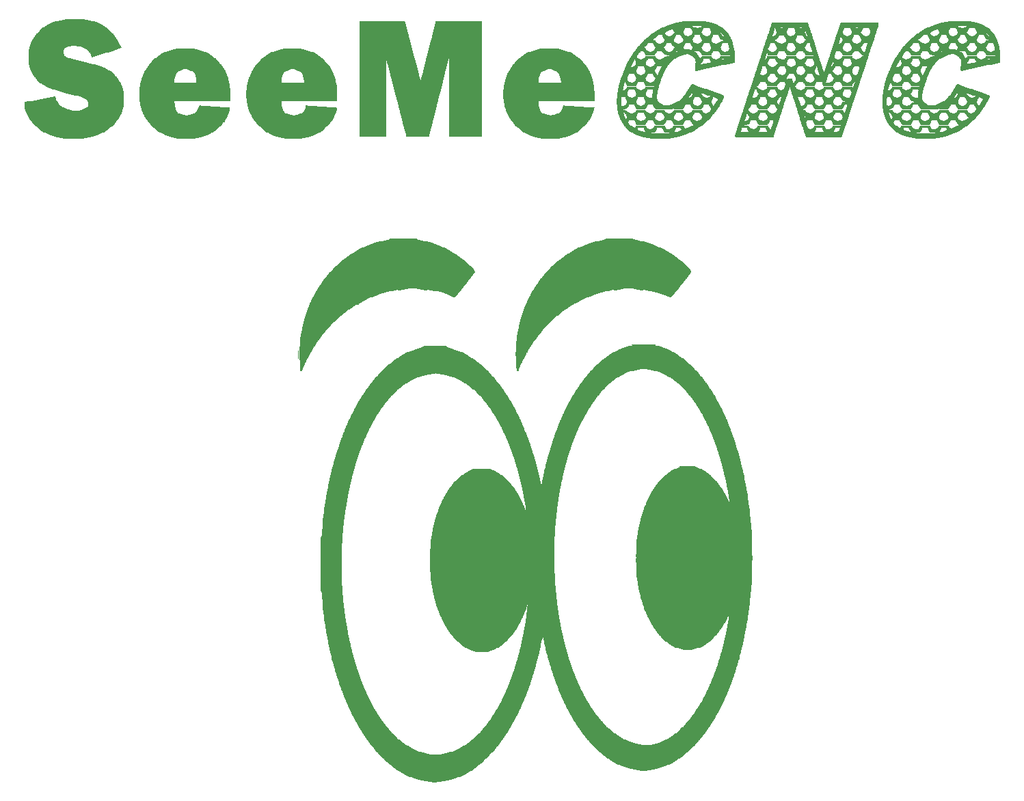
<source format=gbr>
G04 DipTrace 2.3.1.0*
%INseeme logo.gbr*%
%MOIN*%
%ADD12C,0.003*%
%FSLAX44Y44*%
G04*
G70*
G90*
G75*
G01*
%LNTopSilk*%
%LPD*%
X21756Y31695D2*
D12*
X23076D1*
X32346D2*
X33576D1*
X21786Y31665D2*
X23046D1*
X32279D2*
X33653D1*
X21653Y31635D2*
X23179D1*
X32175D2*
X33758D1*
X21516Y31605D2*
X23316D1*
X32050D2*
X33883D1*
X21388Y31575D2*
X23444D1*
X31928D2*
X34006D1*
X21269Y31545D2*
X23563D1*
X31813D2*
X34120D1*
X21155Y31515D2*
X23677D1*
X31703D2*
X34230D1*
X21048Y31485D2*
X23784D1*
X31601D2*
X34336D1*
X20952Y31455D2*
X23881D1*
X31507D2*
X34435D1*
X20864Y31425D2*
X23969D1*
X31418D2*
X34525D1*
X20785Y31395D2*
X24048D1*
X31336D2*
X34602D1*
X20712Y31365D2*
X24120D1*
X31261D2*
X34671D1*
X20641Y31335D2*
X24192D1*
X31188D2*
X34740D1*
X20567Y31305D2*
X24265D1*
X31116D2*
X34812D1*
X20494Y31275D2*
X24338D1*
X31048D2*
X34883D1*
X20424Y31245D2*
X24407D1*
X30981D2*
X34950D1*
X20358Y31215D2*
X24471D1*
X30915D2*
X35012D1*
X20298Y31185D2*
X24526D1*
X30854D2*
X35071D1*
X20244Y31155D2*
X24577D1*
X30796D2*
X35128D1*
X20188Y31125D2*
X24631D1*
X30740D2*
X35187D1*
X20134Y31095D2*
X24688D1*
X30685D2*
X35246D1*
X20084Y31065D2*
X24742D1*
X30634D2*
X35301D1*
X20035Y31035D2*
X24794D1*
X30586D2*
X35354D1*
X19986Y31005D2*
X24844D1*
X30541D2*
X35404D1*
X19941Y30975D2*
X24891D1*
X30497D2*
X35451D1*
X19898Y30945D2*
X24935D1*
X30452D2*
X35494D1*
X19856Y30915D2*
X24980D1*
X30404D2*
X35536D1*
X19812Y30885D2*
X25027D1*
X30356D2*
X35580D1*
X19768Y30855D2*
X25072D1*
X30311D2*
X35624D1*
X19723Y30825D2*
X25114D1*
X30268D2*
X35669D1*
X19679Y30795D2*
X25157D1*
X30227D2*
X35714D1*
X19634Y30765D2*
X25200D1*
X30187D2*
X35759D1*
X19590Y30735D2*
X25243D1*
X30146D2*
X35802D1*
X19549Y30705D2*
X25284D1*
X30106D2*
X35844D1*
X19512Y30675D2*
X25322D1*
X30066D2*
X35880D1*
X19477Y30645D2*
X25359D1*
X30026D2*
X35914D1*
X19442Y30615D2*
X25397D1*
X29987D2*
X35946D1*
X19404Y30585D2*
X25436D1*
X29950D2*
X35981D1*
X19366Y30555D2*
X25471D1*
X29915D2*
X36018D1*
X19331Y30525D2*
X25504D1*
X29880D2*
X36056D1*
X19298Y30495D2*
X25536D1*
X29848D2*
X36091D1*
X19266Y30465D2*
X25571D1*
X29816D2*
X36124D1*
X19233Y30435D2*
X25608D1*
X29781D2*
X36155D1*
X19199Y30405D2*
X25646D1*
X29745D2*
X36186D1*
X19168Y30375D2*
X25681D1*
X29711D2*
X36216D1*
X19140Y30345D2*
X25714D1*
X29678D2*
X36246D1*
X19109Y30315D2*
X25744D1*
X29647D2*
X36276D1*
X19077Y30285D2*
X25772D1*
X29616D2*
X36306D1*
X19044Y30255D2*
X25798D1*
X29586D2*
X36336D1*
X19014Y30225D2*
X25823D1*
X29556D2*
X36365D1*
X18986Y30195D2*
X25847D1*
X29526D2*
X36390D1*
X18959Y30165D2*
X25867D1*
X29496D2*
X36408D1*
X18929Y30135D2*
X25881D1*
X29466D2*
X36418D1*
X18898Y30105D2*
X25888D1*
X29437D2*
X36423D1*
X18868Y30075D2*
X25890D1*
X29410D2*
X36424D1*
X18841Y30045D2*
X25877D1*
X29385D2*
X36419D1*
X18813Y30015D2*
X25858D1*
X29359D2*
X36408D1*
X18786Y29985D2*
X25834D1*
X29334D2*
X36388D1*
X18761Y29955D2*
X25810D1*
X29309D2*
X36363D1*
X18738Y29925D2*
X25788D1*
X29284D2*
X36336D1*
X18716Y29895D2*
X25766D1*
X29260D2*
X36311D1*
X18692Y29865D2*
X25741D1*
X29238D2*
X36288D1*
X18668Y29835D2*
X25715D1*
X29216D2*
X36266D1*
X18644Y29805D2*
X25690D1*
X29191D2*
X36242D1*
X18619Y29775D2*
X25668D1*
X29164D2*
X36219D1*
X18593Y29745D2*
X25646D1*
X29136D2*
X36198D1*
X18569Y29715D2*
X25622D1*
X29111D2*
X36176D1*
X18544Y29685D2*
X25599D1*
X29088D2*
X36151D1*
X18520Y29655D2*
X25578D1*
X29067D2*
X36125D1*
X18499Y29625D2*
X25557D1*
X29046D2*
X36100D1*
X18481Y29595D2*
X25536D1*
X29027D2*
X36078D1*
X18463Y29565D2*
X25516D1*
X29010D2*
X36056D1*
X18445Y29535D2*
X25495D1*
X28993D2*
X36031D1*
X18425Y29505D2*
X25471D1*
X28974D2*
X36005D1*
X18406Y29475D2*
X25444D1*
X28952D2*
X35980D1*
X18385Y29445D2*
X25416D1*
X28929D2*
X35958D1*
X18362Y29415D2*
X25391D1*
X28908D2*
X35936D1*
X18339Y29385D2*
X25368D1*
X28887D2*
X35912D1*
X18318Y29355D2*
X25346D1*
X28866D2*
X35889D1*
X18297Y29325D2*
X25322D1*
X28846D2*
X35868D1*
X18276Y29295D2*
X25298D1*
X28826D2*
X35846D1*
X18257Y29265D2*
X22558D1*
X23175D2*
X25274D1*
X28806D2*
X33093D1*
X33729D2*
X35821D1*
X18240Y29235D2*
X22394D1*
X23338D2*
X25249D1*
X28787D2*
X32940D1*
X33882D2*
X35794D1*
X18224Y29205D2*
X22012D1*
X22176D2*
X22206D1*
X23526D2*
X23556D1*
X23756D2*
X25223D1*
X28770D2*
X32533D1*
X32706D2*
X32766D1*
X34056D2*
X34116D1*
X34290D2*
X35766D1*
X18209Y29175D2*
X21889D1*
X23931D2*
X25199D1*
X28753D2*
X32424D1*
X34399D2*
X35741D1*
X18193Y29145D2*
X21769D1*
X24095D2*
X25174D1*
X28735D2*
X32312D1*
X34510D2*
X35718D1*
X18175Y29115D2*
X21644D1*
X24232D2*
X25150D1*
X28716D2*
X32190D1*
X34632D2*
X35696D1*
X18156Y29085D2*
X21524D1*
X24342D2*
X25128D1*
X28697D2*
X32069D1*
X34754D2*
X35672D1*
X18141Y29055D2*
X21413D1*
X24431D2*
X25106D1*
X28680D2*
X31956D1*
X34866D2*
X35649D1*
X18127Y29025D2*
X21303D1*
X24510D2*
X25081D1*
X28664D2*
X31850D1*
X34974D2*
X35628D1*
X18112Y28995D2*
X21204D1*
X24585D2*
X25055D1*
X28649D2*
X31756D1*
X35074D2*
X35606D1*
X18094Y28965D2*
X21124D1*
X24655D2*
X25029D1*
X28634D2*
X31680D1*
X35166D2*
X35580D1*
X18077Y28935D2*
X21051D1*
X24727D2*
X25002D1*
X28619D2*
X31608D1*
X35258D2*
X35548D1*
X18060Y28905D2*
X20975D1*
X24802D2*
X24971D1*
X28604D2*
X31530D1*
X35348D2*
X35509D1*
X18043Y28875D2*
X20899D1*
X24876D2*
X24936D1*
X28589D2*
X31447D1*
X35436D2*
X35466D1*
X18025Y28845D2*
X20822D1*
X28573D2*
X31367D1*
X18005Y28815D2*
X20747D1*
X28555D2*
X31293D1*
X17987Y28785D2*
X20679D1*
X28536D2*
X31230D1*
X17971Y28755D2*
X20618D1*
X28521D2*
X31169D1*
X17958Y28725D2*
X20556D1*
X28508D2*
X31103D1*
X17947Y28695D2*
X20497D1*
X28496D2*
X31040D1*
X17935Y28665D2*
X20441D1*
X28482D2*
X30984D1*
X17922Y28635D2*
X20384D1*
X28468D2*
X30928D1*
X17908Y28605D2*
X20328D1*
X28454D2*
X30875D1*
X17894Y28575D2*
X20283D1*
X28440D2*
X30827D1*
X17880Y28545D2*
X20249D1*
X28428D2*
X30777D1*
X17868Y28515D2*
X20236D1*
X28417D2*
X30722D1*
X17857Y28485D2*
X20076D1*
X28405D2*
X30665D1*
X17845Y28455D2*
X20051D1*
X28391D2*
X30611D1*
X17832Y28425D2*
X20014D1*
X28374D2*
X30558D1*
X17818Y28395D2*
X19971D1*
X28356D2*
X30508D1*
X17804Y28365D2*
X19925D1*
X28342D2*
X30462D1*
X17790Y28335D2*
X19875D1*
X28332D2*
X30418D1*
X17779Y28305D2*
X19827D1*
X28324D2*
X30377D1*
X17771Y28275D2*
X19782D1*
X28315D2*
X30336D1*
X17764Y28245D2*
X19738D1*
X28306D2*
X30293D1*
X17754Y28215D2*
X19698D1*
X28296D2*
X30250D1*
X17742Y28185D2*
X19661D1*
X28286D2*
X30211D1*
X17729Y28155D2*
X19624D1*
X28276D2*
X30174D1*
X17717Y28125D2*
X19585D1*
X28266D2*
X30135D1*
X17707Y28095D2*
X19547D1*
X28256D2*
X30096D1*
X17696Y28065D2*
X19510D1*
X28247D2*
X30060D1*
X17687Y28035D2*
X19473D1*
X28240D2*
X30023D1*
X17680Y28005D2*
X19435D1*
X28233D2*
X29985D1*
X17673Y27975D2*
X19397D1*
X28224D2*
X29946D1*
X17664Y27945D2*
X19361D1*
X28212D2*
X29906D1*
X17652Y27915D2*
X19328D1*
X28198D2*
X29868D1*
X17639Y27885D2*
X19296D1*
X28183D2*
X29835D1*
X17627Y27855D2*
X19263D1*
X28170D2*
X29806D1*
X17617Y27825D2*
X19229D1*
X28159D2*
X29775D1*
X17606Y27795D2*
X19197D1*
X28152D2*
X29742D1*
X17597Y27765D2*
X19166D1*
X28147D2*
X29709D1*
X17591Y27735D2*
X19132D1*
X28142D2*
X29677D1*
X17587Y27705D2*
X19100D1*
X28134D2*
X29647D1*
X17582Y27675D2*
X19072D1*
X28126D2*
X29616D1*
X17574Y27645D2*
X19043D1*
X28120D2*
X29586D1*
X17566Y27615D2*
X19010D1*
X28113D2*
X29556D1*
X17560Y27585D2*
X18974D1*
X28105D2*
X29526D1*
X17553Y27555D2*
X18940D1*
X28095D2*
X29496D1*
X17545Y27525D2*
X18909D1*
X28086D2*
X29466D1*
X17536Y27495D2*
X18881D1*
X28076D2*
X29436D1*
X17530Y27465D2*
X18854D1*
X28067D2*
X29406D1*
X17523Y27435D2*
X18825D1*
X28061D2*
X29376D1*
X17515Y27405D2*
X18796D1*
X28058D2*
X29346D1*
X17507Y27375D2*
X18771D1*
X28057D2*
X29316D1*
X17501Y27345D2*
X18747D1*
X28055D2*
X29286D1*
X17498Y27315D2*
X18722D1*
X28051D2*
X29257D1*
X17496Y27285D2*
X18694D1*
X28044D2*
X29231D1*
X17491Y27255D2*
X18666D1*
X28036D2*
X29208D1*
X17484Y27225D2*
X18637D1*
X28030D2*
X29186D1*
X17476Y27195D2*
X18611D1*
X28023D2*
X29162D1*
X17471Y27165D2*
X18588D1*
X28015D2*
X29139D1*
X17467Y27135D2*
X18566D1*
X28007D2*
X29118D1*
X17462Y27105D2*
X18541D1*
X28001D2*
X29096D1*
X17454Y27075D2*
X18515D1*
X27997D2*
X29072D1*
X17446Y27045D2*
X18490D1*
X27992D2*
X29049D1*
X17440Y27015D2*
X18468D1*
X27984D2*
X29027D1*
X17433Y26985D2*
X18446D1*
X27976D2*
X29006D1*
X17425Y26955D2*
X18422D1*
X27971D2*
X28981D1*
X17417Y26925D2*
X18399D1*
X27968D2*
X28955D1*
X17411Y26895D2*
X18378D1*
X27967D2*
X28930D1*
X17408Y26865D2*
X18356D1*
X27966D2*
X28908D1*
X17407Y26835D2*
X18332D1*
X27966D2*
X28886D1*
X17406Y26805D2*
X18309D1*
X27966D2*
X28861D1*
X17406Y26775D2*
X18287D1*
X27965D2*
X28835D1*
X17406Y26745D2*
X18266D1*
X27961D2*
X28810D1*
X17406Y26715D2*
X18242D1*
X27954D2*
X28788D1*
X17406Y26685D2*
X18219D1*
X27946D2*
X28767D1*
X17406Y26655D2*
X18198D1*
X27941D2*
X28746D1*
X17406Y26625D2*
X18177D1*
X27938D2*
X28726D1*
X17406Y26595D2*
X18157D1*
X27937D2*
X28706D1*
X17406Y26565D2*
X18141D1*
X27936D2*
X28686D1*
X17405Y26535D2*
X18127D1*
X27936D2*
X28666D1*
X33576D2*
X34716D1*
X17401Y26505D2*
X18111D1*
X27936D2*
X28646D1*
X33636D2*
X34656D1*
X17394Y26475D2*
X18090D1*
X27936D2*
X28626D1*
X33523D2*
X34761D1*
X17386Y26445D2*
X18068D1*
X23436D2*
X24486D1*
X27936D2*
X28607D1*
X33418D2*
X34860D1*
X17381Y26415D2*
X18048D1*
X23392D2*
X24510D1*
X27936D2*
X28590D1*
X33322D2*
X34954D1*
X17378Y26385D2*
X18031D1*
X23329D2*
X24572D1*
X27936D2*
X28573D1*
X33229D2*
X35049D1*
X17377Y26355D2*
X18013D1*
X23245D2*
X24657D1*
X27936D2*
X28554D1*
X33139D2*
X35140D1*
X17376Y26325D2*
X17995D1*
X23148D2*
X24753D1*
X27936D2*
X28532D1*
X33057D2*
X35219D1*
X17376Y26295D2*
X17976D1*
X23049D2*
X24849D1*
X27936D2*
X28510D1*
X32982D2*
X35290D1*
X17376Y26265D2*
X17957D1*
X22950D2*
X24946D1*
X27935D2*
X28493D1*
X32913D2*
X35357D1*
X17316Y26235D2*
D3*
X17376D2*
X17940D1*
X22858D2*
X25037D1*
X27931D2*
X28479D1*
X32850D2*
X35422D1*
X17316Y26205D2*
D3*
X17376D2*
X17923D1*
X22777D2*
X25119D1*
X27924D2*
X28466D1*
X32792D2*
X35483D1*
X17316Y26175D2*
D3*
X17376D2*
X17905D1*
X22704D2*
X25195D1*
X27916D2*
X28451D1*
X32735D2*
X35541D1*
X17316Y26145D2*
D3*
X17376D2*
X17886D1*
X22636D2*
X25264D1*
X27911D2*
X28434D1*
X32680D2*
X35597D1*
X17316Y26115D2*
D3*
X17376D2*
X17867D1*
X22571D2*
X25327D1*
X27908D2*
X28416D1*
X32628D2*
X35648D1*
X17316Y26085D2*
D3*
X17376D2*
X17850D1*
X22509D2*
X25387D1*
X27907D2*
X28401D1*
X32577D2*
X35696D1*
X17316Y26055D2*
D3*
X17376D2*
X17834D1*
X22452D2*
X25446D1*
X27907D2*
X28387D1*
X32526D2*
X35743D1*
X17316Y26025D2*
D3*
X17376D2*
X17819D1*
X22399D2*
X25501D1*
X27907D2*
X28372D1*
X32477D2*
X35788D1*
X17316Y25995D2*
D3*
X17376D2*
X17804D1*
X22347D2*
X25553D1*
X27911D2*
X28354D1*
X32431D2*
X35832D1*
X17316Y25965D2*
D3*
X17376D2*
X17789D1*
X22296D2*
X25601D1*
X27918D2*
X28337D1*
X32388D2*
X35875D1*
X17316Y25935D2*
D3*
X17376D2*
X17774D1*
X22247D2*
X25648D1*
X27926D2*
X28320D1*
X32347D2*
X35915D1*
X17316Y25905D2*
D3*
X17376D2*
X17759D1*
X22200D2*
X25694D1*
X27931D2*
X28304D1*
X32307D2*
X35957D1*
X17316Y25875D2*
D3*
X17376D2*
X17743D1*
X22154D2*
X25742D1*
X27934D2*
X28289D1*
X32267D2*
X36000D1*
X17376Y25845D2*
X17725D1*
X22109D2*
X25791D1*
X27935D2*
X28274D1*
X32230D2*
X36044D1*
X17377Y25815D2*
X17706D1*
X22064D2*
X25836D1*
X27936D2*
X28259D1*
X32193D2*
X36089D1*
X17381Y25785D2*
X17691D1*
X22020D2*
X25879D1*
X27936D2*
X28244D1*
X32154D2*
X36133D1*
X17388Y25755D2*
X17678D1*
X21978D2*
X25921D1*
X27936D2*
X28229D1*
X32112D2*
X36174D1*
X17396Y25725D2*
X17666D1*
X21937D2*
X25965D1*
X27936D2*
X28214D1*
X32069D2*
X36210D1*
X17401Y25695D2*
X17651D1*
X21896D2*
X26008D1*
X27936D2*
X28199D1*
X32028D2*
X36244D1*
X17404Y25665D2*
X17634D1*
X21857D2*
X26049D1*
X27936D2*
X28183D1*
X31992D2*
X36275D1*
X17405Y25635D2*
X17616D1*
X21820D2*
X26086D1*
X27936D2*
X28165D1*
X31959D2*
X36306D1*
X17406Y25605D2*
X17601D1*
X21783D2*
X26123D1*
X27936D2*
X28147D1*
X31927D2*
X36336D1*
X17406Y25575D2*
X17589D1*
X21745D2*
X26158D1*
X27936D2*
X28132D1*
X31897D2*
X36366D1*
X17406Y25545D2*
X17577D1*
X21707D2*
X26193D1*
X27936D2*
X28122D1*
X31866D2*
X36396D1*
X17406Y25515D2*
X17566D1*
X21671D2*
X26226D1*
X27936D2*
X28114D1*
X31836D2*
X36426D1*
X17406Y25485D2*
X17555D1*
X21638D2*
X26259D1*
X27936D2*
X28104D1*
X31806D2*
X36457D1*
X17406Y25455D2*
X17541D1*
X21606D2*
X26294D1*
X27937D2*
X28091D1*
X31776D2*
X36491D1*
X17406Y25425D2*
X17525D1*
X21573D2*
X26329D1*
X27941D2*
X28074D1*
X31746D2*
X36527D1*
X17406Y25395D2*
X17511D1*
X21538D2*
X26364D1*
X27948D2*
X28056D1*
X31716D2*
X36561D1*
X17406Y25365D2*
X17502D1*
X21505D2*
X26399D1*
X27956D2*
X28042D1*
X31686D2*
X36589D1*
X17406Y25335D2*
X17493D1*
X21474D2*
X26433D1*
X27961D2*
X28033D1*
X31656D2*
X33879D1*
X34414D2*
X36614D1*
X17406Y25305D2*
X17481D1*
X21446D2*
X26465D1*
X27964D2*
X28029D1*
X31626D2*
X33738D1*
X34553D2*
X36640D1*
X17406Y25275D2*
X17466D1*
X21419D2*
X26495D1*
X27966D2*
X28026D1*
X31596D2*
X33609D1*
X34678D2*
X36668D1*
X21389Y25245D2*
X26525D1*
X31567D2*
X33496D1*
X34784D2*
X36697D1*
X21358Y25215D2*
X26552D1*
X31541D2*
X33398D1*
X34876D2*
X36726D1*
X21328Y25185D2*
X26579D1*
X31518D2*
X33315D1*
X34957D2*
X36756D1*
X21301Y25155D2*
X26607D1*
X31496D2*
X33245D1*
X35032D2*
X36785D1*
X21273Y25125D2*
X23872D1*
X24147D2*
X26636D1*
X31471D2*
X33183D1*
X35100D2*
X36811D1*
X21245Y25095D2*
X23671D1*
X24330D2*
X26661D1*
X31444D2*
X33124D1*
X35163D2*
X36834D1*
X21216Y25065D2*
X23504D1*
X24486D2*
X26685D1*
X31416D2*
X33066D1*
X35224D2*
X36856D1*
X21186Y25035D2*
X23371D1*
X24616D2*
X26711D1*
X31391D2*
X33011D1*
X35281D2*
X36881D1*
X21156Y25005D2*
X23263D1*
X24725D2*
X26738D1*
X31368D2*
X32958D1*
X35333D2*
X36908D1*
X21127Y24975D2*
X23172D1*
X24819D2*
X26767D1*
X31346D2*
X32907D1*
X35381D2*
X36936D1*
X21100Y24945D2*
X23094D1*
X24902D2*
X26796D1*
X31321D2*
X32857D1*
X35428D2*
X36961D1*
X21075Y24915D2*
X23024D1*
X24976D2*
X26825D1*
X31294D2*
X32811D1*
X35473D2*
X36984D1*
X21049Y24885D2*
X22959D1*
X25045D2*
X26851D1*
X31266D2*
X32769D1*
X35518D2*
X37006D1*
X21024Y24855D2*
X22897D1*
X25107D2*
X26874D1*
X31241D2*
X32726D1*
X35563D2*
X37030D1*
X20999Y24825D2*
X22837D1*
X25166D2*
X26896D1*
X31218D2*
X32683D1*
X35605D2*
X37053D1*
X20973Y24795D2*
X22777D1*
X25223D2*
X26921D1*
X31197D2*
X32639D1*
X35645D2*
X37075D1*
X20946Y24765D2*
X22721D1*
X25277D2*
X26948D1*
X31176D2*
X32599D1*
X35686D2*
X37096D1*
X20921Y24735D2*
X22670D1*
X25328D2*
X26976D1*
X31156D2*
X32562D1*
X35725D2*
X37120D1*
X20898Y24705D2*
X22621D1*
X25376D2*
X27001D1*
X31135D2*
X32529D1*
X35761D2*
X37143D1*
X20876Y24675D2*
X22575D1*
X25422D2*
X27024D1*
X31112D2*
X32497D1*
X35794D2*
X37165D1*
X20852Y24645D2*
X22530D1*
X25464D2*
X27046D1*
X31089D2*
X32467D1*
X35826D2*
X37186D1*
X20829Y24615D2*
X22488D1*
X25505D2*
X27071D1*
X31068D2*
X32436D1*
X35860D2*
X37210D1*
X20808Y24585D2*
X22447D1*
X25547D2*
X27097D1*
X31047D2*
X32406D1*
X35894D2*
X37233D1*
X20786Y24555D2*
X22406D1*
X25590D2*
X27122D1*
X31026D2*
X32376D1*
X35929D2*
X37255D1*
X20762Y24525D2*
X22366D1*
X25633D2*
X27144D1*
X31006D2*
X32345D1*
X35964D2*
X37275D1*
X20739Y24495D2*
X22326D1*
X25674D2*
X27166D1*
X30985D2*
X32312D1*
X35999D2*
X37296D1*
X20718Y24465D2*
X22286D1*
X25711D2*
X27190D1*
X30962D2*
X32279D1*
X36032D2*
X37315D1*
X20697Y24435D2*
X22247D1*
X25745D2*
X27213D1*
X30939D2*
X32248D1*
X36064D2*
X37332D1*
X20676Y24405D2*
X22211D1*
X25780D2*
X27234D1*
X30919D2*
X32221D1*
X36092D2*
X37349D1*
X20656Y24375D2*
X22178D1*
X25818D2*
X27252D1*
X30901D2*
X32193D1*
X36118D2*
X37368D1*
X20636Y24345D2*
X22147D1*
X25856D2*
X27269D1*
X30883D2*
X32165D1*
X36143D2*
X37391D1*
X20616Y24315D2*
X22116D1*
X25891D2*
X27287D1*
X30865D2*
X32136D1*
X36169D2*
X37413D1*
X20596Y24285D2*
X22086D1*
X25924D2*
X27307D1*
X30845D2*
X32106D1*
X36194D2*
X37434D1*
X20576Y24255D2*
X22056D1*
X25955D2*
X27325D1*
X30826D2*
X32076D1*
X36220D2*
X37452D1*
X20556Y24225D2*
X22026D1*
X25986D2*
X27343D1*
X30806D2*
X32047D1*
X36248D2*
X37469D1*
X20536Y24195D2*
X21996D1*
X26016D2*
X27363D1*
X30786D2*
X32021D1*
X36276D2*
X37487D1*
X20515Y24165D2*
X21966D1*
X26046D2*
X27386D1*
X30767D2*
X31998D1*
X36301D2*
X37507D1*
X20492Y24135D2*
X21936D1*
X26076D2*
X27408D1*
X30750D2*
X31976D1*
X36324D2*
X37526D1*
X20469Y24105D2*
X21906D1*
X26106D2*
X27429D1*
X30733D2*
X31952D1*
X36346D2*
X37546D1*
X20449Y24075D2*
X21876D1*
X26136D2*
X27448D1*
X30715D2*
X31928D1*
X36371D2*
X37566D1*
X20431Y24045D2*
X21846D1*
X26166D2*
X27467D1*
X30696D2*
X31904D1*
X36397D2*
X37585D1*
X20413Y24015D2*
X21816D1*
X26196D2*
X27487D1*
X30677D2*
X31879D1*
X36422D2*
X37602D1*
X20395Y23985D2*
X21786D1*
X26225D2*
X27506D1*
X30660D2*
X31854D1*
X36444D2*
X37618D1*
X20375Y23955D2*
X21756D1*
X26251D2*
X27526D1*
X30643D2*
X31830D1*
X36466D2*
X37633D1*
X20356Y23925D2*
X21727D1*
X26274D2*
X27546D1*
X30625D2*
X31808D1*
X36491D2*
X37649D1*
X20336Y23895D2*
X21701D1*
X26296D2*
X27565D1*
X30607D2*
X31787D1*
X36517D2*
X37664D1*
X20316Y23865D2*
X21678D1*
X26320D2*
X27582D1*
X30591D2*
X31767D1*
X36542D2*
X37679D1*
X20297Y23835D2*
X21656D1*
X26343D2*
X27599D1*
X30578D2*
X31746D1*
X36564D2*
X37694D1*
X20280Y23805D2*
X21631D1*
X26365D2*
X27617D1*
X30566D2*
X31726D1*
X36585D2*
X37710D1*
X20263Y23775D2*
X21605D1*
X26387D2*
X27637D1*
X30551D2*
X31705D1*
X36606D2*
X37728D1*
X20245Y23745D2*
X21580D1*
X26411D2*
X27655D1*
X30533D2*
X31682D1*
X36626D2*
X37747D1*
X20227Y23715D2*
X21558D1*
X26437D2*
X27672D1*
X30511D2*
X31659D1*
X36646D2*
X37765D1*
X20211Y23685D2*
X21536D1*
X26462D2*
X27688D1*
X30490D2*
X31638D1*
X36666D2*
X37782D1*
X20197Y23655D2*
X21512D1*
X26484D2*
X27703D1*
X30472D2*
X31617D1*
X36685D2*
X37798D1*
X20182Y23625D2*
X21489D1*
X26506D2*
X27719D1*
X30459D2*
X31596D1*
X36702D2*
X37813D1*
X20164Y23595D2*
X21468D1*
X26530D2*
X27734D1*
X30446D2*
X31577D1*
X36719D2*
X37829D1*
X20147Y23565D2*
X21446D1*
X26553D2*
X27750D1*
X30431D2*
X31560D1*
X36738D2*
X37844D1*
X20130Y23535D2*
X21422D1*
X26575D2*
X27768D1*
X30414D2*
X31543D1*
X36761D2*
X37859D1*
X20114Y23505D2*
X21399D1*
X26596D2*
X27787D1*
X30396D2*
X31524D1*
X36783D2*
X37874D1*
X20099Y23475D2*
X21377D1*
X26620D2*
X27805D1*
X30381D2*
X31502D1*
X36804D2*
X37890D1*
X20083Y23445D2*
X21356D1*
X26643D2*
X27822D1*
X30368D2*
X31479D1*
X36822D2*
X37907D1*
X20065Y23415D2*
X21332D1*
X26665D2*
X27838D1*
X30356D2*
X31459D1*
X36839D2*
X37926D1*
X20046Y23385D2*
X21309D1*
X26685D2*
X27853D1*
X30341D2*
X31441D1*
X36857D2*
X37941D1*
X20031Y23355D2*
X21289D1*
X26706D2*
X27869D1*
X30324D2*
X31424D1*
X36877D2*
X37954D1*
X20017Y23325D2*
X21271D1*
X26725D2*
X27884D1*
X30306D2*
X31409D1*
X36895D2*
X37966D1*
X20002Y23295D2*
X21253D1*
X26742D2*
X27899D1*
X30291D2*
X31393D1*
X36912D2*
X37980D1*
X19984Y23265D2*
X21235D1*
X26759D2*
X27914D1*
X30278D2*
X31375D1*
X36929D2*
X37994D1*
X19967Y23235D2*
X21215D1*
X26778D2*
X27929D1*
X30266D2*
X31355D1*
X36947D2*
X38009D1*
X19950Y23205D2*
X21196D1*
X26801D2*
X27944D1*
X30252D2*
X31337D1*
X36967D2*
X38023D1*
X19934Y23175D2*
X21176D1*
X26823D2*
X27959D1*
X30238D2*
X31320D1*
X36985D2*
X38035D1*
X19920Y23145D2*
X21156D1*
X26844D2*
X27974D1*
X30224D2*
X31304D1*
X37002D2*
X38045D1*
X19908Y23115D2*
X21136D1*
X26862D2*
X27990D1*
X30210D2*
X31289D1*
X37018D2*
X38057D1*
X19896Y23085D2*
X21116D1*
X26879D2*
X28007D1*
X30198D2*
X31274D1*
X37033D2*
X38071D1*
X19881Y23055D2*
X21096D1*
X26897D2*
X28026D1*
X30187D2*
X31259D1*
X37049D2*
X38088D1*
X19865Y23025D2*
X21077D1*
X26917D2*
X28041D1*
X30175D2*
X31244D1*
X37064D2*
X38106D1*
X19850Y22995D2*
X21060D1*
X26935D2*
X28054D1*
X30162D2*
X31229D1*
X37079D2*
X38121D1*
X19838Y22965D2*
X21044D1*
X26952D2*
X28066D1*
X30148D2*
X31213D1*
X37094D2*
X38134D1*
X19826Y22935D2*
X21029D1*
X26969D2*
X28080D1*
X30133D2*
X31195D1*
X37109D2*
X38146D1*
X19811Y22905D2*
X21014D1*
X26987D2*
X28094D1*
X30119D2*
X31175D1*
X37124D2*
X38160D1*
X19794Y22875D2*
X20999D1*
X27007D2*
X28109D1*
X30104D2*
X31157D1*
X37139D2*
X38173D1*
X19776Y22845D2*
X20983D1*
X27025D2*
X28123D1*
X30090D2*
X31140D1*
X37154D2*
X38185D1*
X19761Y22815D2*
X20965D1*
X27042D2*
X28135D1*
X30078D2*
X31123D1*
X37169D2*
X38195D1*
X19749Y22785D2*
X20945D1*
X27058D2*
X28146D1*
X30067D2*
X31105D1*
X37184D2*
X38207D1*
X19737Y22755D2*
X20927D1*
X27073D2*
X28161D1*
X30055D2*
X31085D1*
X37199D2*
X38220D1*
X19726Y22725D2*
X20910D1*
X27089D2*
X28177D1*
X30042D2*
X31067D1*
X37214D2*
X38233D1*
X19715Y22695D2*
X20894D1*
X27104D2*
X28192D1*
X30028D2*
X31051D1*
X37229D2*
X38245D1*
X19701Y22665D2*
X20879D1*
X27119D2*
X28204D1*
X30014D2*
X31038D1*
X37244D2*
X38255D1*
X19685Y22635D2*
X20864D1*
X27134D2*
X28215D1*
X30000D2*
X31027D1*
X37259D2*
X38266D1*
X19670Y22605D2*
X20849D1*
X27150D2*
X28226D1*
X29989D2*
X31015D1*
X37274D2*
X38276D1*
X19658Y22575D2*
X20834D1*
X27168D2*
X28236D1*
X29981D2*
X31002D1*
X37289D2*
X38286D1*
X19647Y22545D2*
X20819D1*
X27187D2*
X28247D1*
X29974D2*
X30988D1*
X37304D2*
X38297D1*
X19636Y22515D2*
X20803D1*
X27205D2*
X28260D1*
X29965D2*
X30974D1*
X37319D2*
X38310D1*
X19625Y22485D2*
X20785D1*
X27221D2*
X28273D1*
X29955D2*
X30960D1*
X37333D2*
X38324D1*
X19611Y22455D2*
X20765D1*
X27234D2*
X28285D1*
X29946D2*
X30947D1*
X37345D2*
X38339D1*
X19595Y22425D2*
X20747D1*
X27245D2*
X28295D1*
X29935D2*
X30936D1*
X37355D2*
X38353D1*
X19581Y22395D2*
X20731D1*
X27257D2*
X28306D1*
X29922D2*
X30921D1*
X37367D2*
X38364D1*
X19572Y22365D2*
X20718D1*
X27270D2*
X28316D1*
X29908D2*
X30905D1*
X37380D2*
X38371D1*
X19564Y22335D2*
X20707D1*
X27284D2*
X28327D1*
X29894D2*
X30890D1*
X37394D2*
X38379D1*
X19554Y22305D2*
X20695D1*
X27299D2*
X28341D1*
X29880D2*
X30878D1*
X37409D2*
X38389D1*
X19542Y22275D2*
X20682D1*
X27314D2*
X28359D1*
X29868D2*
X30866D1*
X37423D2*
X38401D1*
X19528Y22245D2*
X20668D1*
X27329D2*
X28376D1*
X29857D2*
X30852D1*
X37435D2*
X38413D1*
X19513Y22215D2*
X20653D1*
X27344D2*
X28391D1*
X29845D2*
X30839D1*
X37445D2*
X38425D1*
X19500Y22185D2*
X20639D1*
X27359D2*
X28403D1*
X29832D2*
X30827D1*
X37457D2*
X38435D1*
X19489Y22155D2*
X20624D1*
X27374D2*
X28411D1*
X29819D2*
X30817D1*
X37470D2*
X38446D1*
X19481Y22125D2*
X20610D1*
X27389D2*
X28419D1*
X29808D2*
X30805D1*
X37483D2*
X38456D1*
X19474Y22095D2*
X20597D1*
X27404D2*
X28429D1*
X29801D2*
X30792D1*
X37495D2*
X38467D1*
X19464Y22065D2*
X20586D1*
X27419D2*
X28441D1*
X29794D2*
X30779D1*
X37505D2*
X38481D1*
X19452Y22035D2*
X20571D1*
X27433D2*
X28453D1*
X29785D2*
X30767D1*
X37517D2*
X38497D1*
X19438Y22005D2*
X20555D1*
X27445D2*
X28465D1*
X29775D2*
X30757D1*
X37530D2*
X38511D1*
X19423Y21975D2*
X20540D1*
X27455D2*
X28475D1*
X29766D2*
X30746D1*
X37543D2*
X38520D1*
X19410Y21945D2*
X20528D1*
X27467D2*
X28486D1*
X29755D2*
X30736D1*
X37555D2*
X38528D1*
X19398Y21915D2*
X20516D1*
X27480D2*
X28496D1*
X29742D2*
X30726D1*
X37566D2*
X38537D1*
X19387Y21885D2*
X20502D1*
X27494D2*
X28506D1*
X29729D2*
X30715D1*
X37577D2*
X38547D1*
X19376Y21855D2*
X20489D1*
X27509D2*
X28517D1*
X29718D2*
X30702D1*
X37590D2*
X38556D1*
X19366Y21825D2*
X20477D1*
X27523D2*
X28530D1*
X29711D2*
X30688D1*
X37603D2*
X38566D1*
X19356Y21795D2*
X20467D1*
X27535D2*
X28544D1*
X29704D2*
X30674D1*
X37615D2*
X38576D1*
X19345Y21765D2*
X20455D1*
X27545D2*
X28559D1*
X29695D2*
X30660D1*
X37625D2*
X38586D1*
X19332Y21735D2*
X20442D1*
X27557D2*
X28573D1*
X29685D2*
X30648D1*
X37636D2*
X38596D1*
X19319Y21705D2*
X20429D1*
X27570D2*
X28584D1*
X29676D2*
X30637D1*
X37646D2*
X38605D1*
X19309Y21675D2*
X20417D1*
X27583D2*
X28590D1*
X29666D2*
X30626D1*
X37656D2*
X38611D1*
X19302Y21645D2*
X20407D1*
X27595D2*
X28595D1*
X29657D2*
X30616D1*
X37666D2*
X38615D1*
X19297Y21615D2*
X20395D1*
X27605D2*
X28600D1*
X29650D2*
X30606D1*
X37676D2*
X38620D1*
X19292Y21585D2*
X20382D1*
X27616D2*
X28609D1*
X29643D2*
X30596D1*
X37686D2*
X38628D1*
X19284Y21555D2*
X20369D1*
X27626D2*
X28621D1*
X29635D2*
X30586D1*
X37697D2*
X38637D1*
X19275Y21525D2*
X20357D1*
X27636D2*
X28634D1*
X29625D2*
X30576D1*
X37710D2*
X38646D1*
X19266Y21495D2*
X20347D1*
X27647D2*
X28645D1*
X29616D2*
X30566D1*
X37723D2*
X38656D1*
X19255Y21465D2*
X20336D1*
X27660D2*
X28655D1*
X29606D2*
X30557D1*
X37734D2*
X38666D1*
X19242Y21435D2*
X20326D1*
X27673D2*
X28666D1*
X29596D2*
X30550D1*
X37742D2*
X38676D1*
X19229Y21405D2*
X20316D1*
X27685D2*
X28675D1*
X29586D2*
X30543D1*
X37749D2*
X38686D1*
X19217Y21375D2*
X20305D1*
X27695D2*
X28682D1*
X29576D2*
X30534D1*
X37758D2*
X38696D1*
X19207Y21345D2*
X20292D1*
X27706D2*
X28689D1*
X29567D2*
X30522D1*
X37767D2*
X38706D1*
X19196Y21315D2*
X20279D1*
X27716D2*
X28698D1*
X29560D2*
X30509D1*
X37776D2*
X38717D1*
X19186Y21285D2*
X20267D1*
X27726D2*
X28707D1*
X29553D2*
X30497D1*
X37786D2*
X38730D1*
X19176Y21255D2*
X20257D1*
X27736D2*
X28716D1*
X29544D2*
X30487D1*
X37796D2*
X38743D1*
X19166Y21225D2*
X20246D1*
X27746D2*
X28727D1*
X29532D2*
X30476D1*
X37806D2*
X38754D1*
X19156Y21195D2*
X20236D1*
X27756D2*
X28740D1*
X29519D2*
X30466D1*
X37816D2*
X38762D1*
X19146Y21165D2*
X20226D1*
X27767D2*
X28753D1*
X29507D2*
X30456D1*
X37826D2*
X38769D1*
X19136Y21135D2*
X20216D1*
X27780D2*
X28764D1*
X29497D2*
X30446D1*
X37836D2*
X38777D1*
X19127Y21105D2*
X20206D1*
X27793D2*
X28772D1*
X29486D2*
X30437D1*
X37846D2*
X38786D1*
X19121Y21075D2*
X20196D1*
X27805D2*
X28779D1*
X29477D2*
X30430D1*
X37855D2*
X38791D1*
X19117Y21045D2*
X20186D1*
X27815D2*
X28788D1*
X29471D2*
X30423D1*
X37862D2*
X38795D1*
X19112Y21015D2*
X20176D1*
X27826D2*
X28797D1*
X29467D2*
X30415D1*
X37869D2*
X38800D1*
X19103Y20985D2*
X20166D1*
X27836D2*
X28806D1*
X29462D2*
X30405D1*
X37878D2*
X38808D1*
X19091Y20955D2*
X20156D1*
X27846D2*
X28816D1*
X29454D2*
X30396D1*
X37887D2*
X38817D1*
X19079Y20925D2*
X20146D1*
X27856D2*
X28826D1*
X29446D2*
X30386D1*
X37896D2*
X38826D1*
X19067Y20895D2*
X20136D1*
X27865D2*
X28836D1*
X29440D2*
X30377D1*
X37906D2*
X38836D1*
X19057Y20865D2*
X20126D1*
X27872D2*
X28846D1*
X29433D2*
X30370D1*
X37916D2*
X38845D1*
X19046Y20835D2*
X20116D1*
X27879D2*
X28855D1*
X29425D2*
X30363D1*
X37926D2*
X38851D1*
X19037Y20805D2*
X20106D1*
X27888D2*
X28861D1*
X29415D2*
X30355D1*
X37936D2*
X38855D1*
X19031Y20775D2*
X20096D1*
X27897D2*
X28865D1*
X29406D2*
X30347D1*
X37945D2*
X38860D1*
X19028Y20745D2*
X20087D1*
X27906D2*
X28870D1*
X29396D2*
X30340D1*
X37952D2*
X38868D1*
X19026Y20715D2*
X20080D1*
X27916D2*
X28878D1*
X29387D2*
X30333D1*
X37959D2*
X38876D1*
X19021Y20685D2*
X20073D1*
X27925D2*
X28887D1*
X29381D2*
X30325D1*
X37967D2*
X38882D1*
X19013Y20655D2*
X20065D1*
X27932D2*
X28896D1*
X29378D2*
X30315D1*
X37976D2*
X38889D1*
X19001Y20625D2*
X20055D1*
X27939D2*
X28906D1*
X29376D2*
X30306D1*
X37982D2*
X38898D1*
X18989Y20595D2*
X20046D1*
X27949D2*
X28915D1*
X29371D2*
X30296D1*
X35916D2*
X36636D1*
X37989D2*
X38907D1*
X18977Y20565D2*
X20036D1*
X27961D2*
X28921D1*
X29363D2*
X30287D1*
X35897D2*
X36674D1*
X37997D2*
X38916D1*
X18967Y20535D2*
X20027D1*
X27973D2*
X28925D1*
X29351D2*
X30280D1*
X35852D2*
X36727D1*
X38006D2*
X38926D1*
X18956Y20505D2*
X20020D1*
X27984D2*
X28930D1*
X29339D2*
X30273D1*
X35791D2*
X36791D1*
X38012D2*
X38935D1*
X18947Y20475D2*
X20013D1*
X25896D2*
X26586D1*
X27992D2*
X28938D1*
X29328D2*
X30265D1*
X35722D2*
X36856D1*
X38019D2*
X38942D1*
X18941Y20445D2*
X20005D1*
X25839D2*
X26644D1*
X27999D2*
X28946D1*
X29321D2*
X30257D1*
X35654D2*
X36922D1*
X38027D2*
X38949D1*
X18938Y20415D2*
X19995D1*
X25772D2*
X26712D1*
X28007D2*
X28952D1*
X29314D2*
X30250D1*
X35591D2*
X36987D1*
X38036D2*
X38957D1*
X18936Y20385D2*
X19986D1*
X25704D2*
X26783D1*
X28016D2*
X28959D1*
X29305D2*
X30243D1*
X35533D2*
X37047D1*
X38042D2*
X38966D1*
X18932Y20355D2*
X19976D1*
X25640D2*
X26853D1*
X28022D2*
X28968D1*
X29297D2*
X30235D1*
X35480D2*
X37101D1*
X38049D2*
X38971D1*
X18924Y20325D2*
X19967D1*
X25578D2*
X26920D1*
X28029D2*
X28977D1*
X29291D2*
X30226D1*
X35431D2*
X37151D1*
X38057D2*
X38975D1*
X18915Y20295D2*
X19960D1*
X25518D2*
X26982D1*
X28037D2*
X28986D1*
X29288D2*
X30220D1*
X35385D2*
X37197D1*
X38066D2*
X38980D1*
X18906Y20265D2*
X19953D1*
X25463D2*
X27036D1*
X28046D2*
X28996D1*
X29286D2*
X30213D1*
X35340D2*
X37242D1*
X38071D2*
X38988D1*
X18896Y20235D2*
X19945D1*
X25413D2*
X27085D1*
X28052D2*
X29005D1*
X29281D2*
X30205D1*
X35299D2*
X37283D1*
X38075D2*
X38996D1*
X18887Y20205D2*
X19937D1*
X25365D2*
X27131D1*
X28059D2*
X29012D1*
X29274D2*
X30197D1*
X35262D2*
X37320D1*
X38080D2*
X39002D1*
X18880Y20175D2*
X19930D1*
X25320D2*
X27174D1*
X28067D2*
X29019D1*
X29266D2*
X30191D1*
X35227D2*
X37354D1*
X38088D2*
X39009D1*
X18873Y20145D2*
X19923D1*
X25279D2*
X27215D1*
X28076D2*
X29027D1*
X29261D2*
X30187D1*
X35192D2*
X37385D1*
X38097D2*
X39018D1*
X18865Y20115D2*
X19915D1*
X25241D2*
X27256D1*
X28082D2*
X29036D1*
X29257D2*
X30182D1*
X35154D2*
X37416D1*
X38106D2*
X39026D1*
X18857Y20085D2*
X19906D1*
X25204D2*
X27295D1*
X28089D2*
X29041D1*
X29252D2*
X30174D1*
X35118D2*
X37446D1*
X38116D2*
X39031D1*
X18851Y20055D2*
X19900D1*
X25165D2*
X27331D1*
X28097D2*
X29045D1*
X29244D2*
X30166D1*
X35086D2*
X37476D1*
X38125D2*
X39034D1*
X18848Y20025D2*
X19893D1*
X25127D2*
X27364D1*
X28106D2*
X29050D1*
X29236D2*
X30161D1*
X35060D2*
X37506D1*
X38132D2*
X39035D1*
X18846Y19995D2*
X19885D1*
X25091D2*
X27395D1*
X28112D2*
X29058D1*
X29230D2*
X30157D1*
X35036D2*
X37536D1*
X38139D2*
X39037D1*
X18841Y19965D2*
X19876D1*
X25058D2*
X27426D1*
X28119D2*
X29066D1*
X29223D2*
X30152D1*
X35008D2*
X37566D1*
X38147D2*
X39041D1*
X18834Y19935D2*
X19870D1*
X25027D2*
X27456D1*
X28127D2*
X29072D1*
X29215D2*
X30144D1*
X34977D2*
X37596D1*
X38156D2*
X39048D1*
X18825Y19905D2*
X19863D1*
X24996D2*
X27486D1*
X28136D2*
X29079D1*
X29207D2*
X30135D1*
X34948D2*
X37626D1*
X38161D2*
X39056D1*
X18816Y19875D2*
X19855D1*
X24966D2*
X27516D1*
X28142D2*
X29088D1*
X29201D2*
X30126D1*
X34921D2*
X37656D1*
X38164D2*
X39061D1*
X18806Y19845D2*
X19846D1*
X24936D2*
X27546D1*
X28149D2*
X29096D1*
X29198D2*
X30116D1*
X34893D2*
X37685D1*
X38166D2*
X39065D1*
X18797Y19815D2*
X19840D1*
X24907D2*
X27576D1*
X28157D2*
X29101D1*
X29197D2*
X30107D1*
X34866D2*
X37711D1*
X38171D2*
X39070D1*
X18791Y19785D2*
X19833D1*
X24881D2*
X27605D1*
X28166D2*
X29107D1*
X29194D2*
X30101D1*
X34841D2*
X37734D1*
X38178D2*
X39078D1*
X18787Y19755D2*
X19825D1*
X24858D2*
X27631D1*
X28172D2*
X29114D1*
X29188D2*
X30098D1*
X34818D2*
X37756D1*
X38186D2*
X39086D1*
X18782Y19725D2*
X19817D1*
X24836D2*
X27654D1*
X28179D2*
X29137D1*
X29165D2*
X30096D1*
X34796D2*
X37780D1*
X38191D2*
X39092D1*
X18774Y19695D2*
X19811D1*
X24812D2*
X27676D1*
X28187D2*
X30092D1*
X34772D2*
X37803D1*
X38195D2*
X39099D1*
X18766Y19665D2*
X19807D1*
X24789D2*
X27701D1*
X28196D2*
X30084D1*
X34749D2*
X37825D1*
X38200D2*
X39108D1*
X18761Y19635D2*
X19802D1*
X24768D2*
X27727D1*
X28202D2*
X30076D1*
X34729D2*
X37846D1*
X38208D2*
X39116D1*
X18758Y19605D2*
X19794D1*
X24746D2*
X27752D1*
X28209D2*
X30071D1*
X34711D2*
X37870D1*
X38216D2*
X39121D1*
X18757Y19575D2*
X19786D1*
X24722D2*
X27774D1*
X28217D2*
X30067D1*
X34693D2*
X37893D1*
X38221D2*
X39124D1*
X18755Y19545D2*
X19780D1*
X24699D2*
X27796D1*
X28226D2*
X30062D1*
X34675D2*
X37915D1*
X38225D2*
X39125D1*
X18751Y19515D2*
X19773D1*
X24677D2*
X27820D1*
X28231D2*
X30054D1*
X34655D2*
X37935D1*
X38230D2*
X39127D1*
X18744Y19485D2*
X19765D1*
X24656D2*
X27843D1*
X28235D2*
X30046D1*
X34636D2*
X37956D1*
X38238D2*
X39131D1*
X18736Y19455D2*
X19757D1*
X24632D2*
X27864D1*
X28240D2*
X30041D1*
X34615D2*
X37975D1*
X38246D2*
X39138D1*
X18730Y19425D2*
X19751D1*
X24609D2*
X27882D1*
X28248D2*
X30038D1*
X34592D2*
X37992D1*
X38251D2*
X39146D1*
X18723Y19395D2*
X19747D1*
X24589D2*
X27899D1*
X28256D2*
X30036D1*
X34569D2*
X38009D1*
X38254D2*
X39152D1*
X18715Y19365D2*
X19742D1*
X24571D2*
X27917D1*
X28261D2*
X30031D1*
X34549D2*
X38027D1*
X38256D2*
X39159D1*
X18707Y19335D2*
X19734D1*
X24553D2*
X27937D1*
X28264D2*
X30024D1*
X34531D2*
X38047D1*
X38261D2*
X39168D1*
X18701Y19305D2*
X19726D1*
X24535D2*
X27955D1*
X28266D2*
X30016D1*
X34515D2*
X38065D1*
X38268D2*
X39176D1*
X18697Y19275D2*
X19721D1*
X24517D2*
X27972D1*
X28271D2*
X30011D1*
X34499D2*
X38082D1*
X38276D2*
X39181D1*
X18692Y19245D2*
X19717D1*
X24501D2*
X27989D1*
X28278D2*
X30008D1*
X34484D2*
X38098D1*
X38281D2*
X39184D1*
X18684Y19215D2*
X19712D1*
X24487D2*
X28007D1*
X28286D2*
X30006D1*
X34469D2*
X38113D1*
X38284D2*
X39186D1*
X18676Y19185D2*
X19704D1*
X24471D2*
X28026D1*
X28291D2*
X30001D1*
X34454D2*
X38129D1*
X38286D2*
X39191D1*
X18671Y19155D2*
X19696D1*
X24450D2*
X28041D1*
X28295D2*
X29994D1*
X34439D2*
X38144D1*
X38291D2*
X39198D1*
X18668Y19125D2*
X19691D1*
X24429D2*
X28055D1*
X28300D2*
X29986D1*
X34423D2*
X38159D1*
X38298D2*
X39206D1*
X18667Y19095D2*
X19688D1*
X24412D2*
X28070D1*
X28308D2*
X29981D1*
X34405D2*
X38174D1*
X38306D2*
X39211D1*
X18666Y19065D2*
X19686D1*
X24399D2*
X28088D1*
X28316D2*
X29978D1*
X34386D2*
X38189D1*
X38311D2*
X39214D1*
X18665Y19035D2*
X19681D1*
X24386D2*
X28106D1*
X28321D2*
X29977D1*
X34371D2*
X38204D1*
X38315D2*
X39215D1*
X18661Y19005D2*
X19674D1*
X24371D2*
X28121D1*
X28324D2*
X29975D1*
X34358D2*
X38219D1*
X38320D2*
X39216D1*
X18654Y18975D2*
X19666D1*
X24354D2*
X28134D1*
X28326D2*
X29971D1*
X34346D2*
X38234D1*
X38328D2*
X39216D1*
X18646Y18945D2*
X19661D1*
X24336D2*
X28146D1*
X28331D2*
X29964D1*
X34332D2*
X38249D1*
X38336D2*
X39216D1*
X18641Y18915D2*
X19658D1*
X24322D2*
X28161D1*
X28338D2*
X29956D1*
X34318D2*
X38263D1*
X38341D2*
X39217D1*
X18638Y18885D2*
X19656D1*
X24312D2*
X28178D1*
X28346D2*
X29951D1*
X34304D2*
X38275D1*
X38343D2*
X39221D1*
X18636Y18855D2*
X19651D1*
X24303D2*
X28196D1*
X28352D2*
X29948D1*
X34290D2*
X38286D1*
X38339D2*
X39228D1*
X18631Y18825D2*
X19644D1*
X24290D2*
X28211D1*
X28359D2*
X29947D1*
X34279D2*
X38300D1*
X38330D2*
X39236D1*
X18624Y18795D2*
X19636D1*
X24273D2*
X28224D1*
X28368D2*
X29945D1*
X34271D2*
X39241D1*
X18616Y18765D2*
X19631D1*
X24256D2*
X28235D1*
X28376D2*
X29941D1*
X34262D2*
X39244D1*
X18611Y18735D2*
X19628D1*
X24241D2*
X28247D1*
X28381D2*
X29934D1*
X34250D2*
X39246D1*
X18607Y18705D2*
X19626D1*
X24228D2*
X28260D1*
X28384D2*
X29926D1*
X34233D2*
X39251D1*
X18602Y18675D2*
X19621D1*
X24217D2*
X28274D1*
X28385D2*
X29921D1*
X34216D2*
X39258D1*
X18594Y18645D2*
X19614D1*
X24205D2*
X28289D1*
X28387D2*
X29918D1*
X34201D2*
X39266D1*
X18586Y18615D2*
X19606D1*
X24192D2*
X28303D1*
X28391D2*
X29916D1*
X34189D2*
X39271D1*
X18581Y18585D2*
X19601D1*
X24178D2*
X28314D1*
X28398D2*
X29911D1*
X34181D2*
X39275D1*
X18578Y18555D2*
X19597D1*
X24164D2*
X28322D1*
X28406D2*
X29904D1*
X34174D2*
X39280D1*
X18577Y18525D2*
X19592D1*
X24150D2*
X28331D1*
X28410D2*
X29896D1*
X34165D2*
X39288D1*
X18576Y18495D2*
X19584D1*
X24139D2*
X28345D1*
X28411D2*
X29891D1*
X34155D2*
X39296D1*
X18576Y18465D2*
X19576D1*
X24132D2*
X28378D1*
X28400D2*
X29888D1*
X34146D2*
X39301D1*
X18576Y18435D2*
X19571D1*
X24127D2*
X29887D1*
X34135D2*
X39304D1*
X18575Y18405D2*
X19568D1*
X24122D2*
X29886D1*
X34122D2*
X39305D1*
X18571Y18375D2*
X19567D1*
X24113D2*
X29885D1*
X34109D2*
X39306D1*
X18564Y18345D2*
X19566D1*
X24101D2*
X29881D1*
X34099D2*
X39306D1*
X18556Y18315D2*
X19565D1*
X24088D2*
X29874D1*
X34092D2*
X39306D1*
X18551Y18285D2*
X19561D1*
X24073D2*
X29866D1*
X34087D2*
X39306D1*
X18548Y18255D2*
X19554D1*
X24060D2*
X29861D1*
X34082D2*
X39306D1*
X18546Y18225D2*
X19546D1*
X24049D2*
X29858D1*
X34073D2*
X39306D1*
X18541Y18195D2*
X19541D1*
X24041D2*
X29857D1*
X34061D2*
X39307D1*
X18534Y18165D2*
X19538D1*
X24034D2*
X29856D1*
X34049D2*
X39311D1*
X18526Y18135D2*
X19537D1*
X24025D2*
X29856D1*
X34037D2*
X39318D1*
X18521Y18105D2*
X19536D1*
X24015D2*
X29855D1*
X34027D2*
X39326D1*
X18518Y18075D2*
X19535D1*
X24006D2*
X29851D1*
X34016D2*
X39331D1*
X18516Y18045D2*
X19531D1*
X23996D2*
X29844D1*
X34007D2*
X39334D1*
X18511Y18015D2*
X19524D1*
X23986D2*
X29836D1*
X34001D2*
X39335D1*
X18504Y17985D2*
X19516D1*
X23976D2*
X29831D1*
X33997D2*
X39336D1*
X18496Y17955D2*
X19511D1*
X23966D2*
X29828D1*
X33992D2*
X39336D1*
X18491Y17925D2*
X19508D1*
X23957D2*
X29827D1*
X33984D2*
X39337D1*
X18488Y17895D2*
X19507D1*
X23951D2*
X29826D1*
X33976D2*
X39341D1*
X18487Y17865D2*
X19506D1*
X23947D2*
X29826D1*
X33970D2*
X39348D1*
X18486Y17835D2*
X19506D1*
X23942D2*
X29826D1*
X33963D2*
X39356D1*
X18486Y17805D2*
X19505D1*
X23934D2*
X29826D1*
X33955D2*
X39361D1*
X18486Y17775D2*
X19501D1*
X23926D2*
X29826D1*
X33946D2*
X39364D1*
X18486Y17745D2*
X19494D1*
X23920D2*
X29825D1*
X33940D2*
X39365D1*
X18486Y17715D2*
X19486D1*
X23913D2*
X29821D1*
X33933D2*
X39366D1*
X18486Y17685D2*
X19481D1*
X23905D2*
X29814D1*
X33925D2*
X39366D1*
X18486Y17655D2*
X19478D1*
X23895D2*
X29806D1*
X33917D2*
X39366D1*
X18486Y17625D2*
X19477D1*
X23886D2*
X29801D1*
X33911D2*
X39366D1*
X18486Y17595D2*
X19476D1*
X23876D2*
X29798D1*
X33908D2*
X39367D1*
X18485Y17565D2*
X19476D1*
X23867D2*
X29797D1*
X33906D2*
X39371D1*
X18481Y17535D2*
X19476D1*
X23861D2*
X29796D1*
X33901D2*
X39378D1*
X18474Y17505D2*
X19476D1*
X23858D2*
X29796D1*
X33894D2*
X39386D1*
X18466Y17475D2*
X19475D1*
X23857D2*
X29796D1*
X33886D2*
X39391D1*
X18461Y17445D2*
X19471D1*
X23855D2*
X29796D1*
X33881D2*
X39394D1*
X18458Y17415D2*
X19464D1*
X23851D2*
X29796D1*
X33878D2*
X39395D1*
X18457Y17385D2*
X19456D1*
X23844D2*
X29796D1*
X33876D2*
X39396D1*
X18456Y17355D2*
X19451D1*
X23836D2*
X29796D1*
X33871D2*
X39396D1*
X18456Y17325D2*
X19448D1*
X23831D2*
X29796D1*
X33864D2*
X39396D1*
X18456Y17295D2*
X19447D1*
X23828D2*
X29796D1*
X33856D2*
X39396D1*
X18456Y17265D2*
X19446D1*
X23826D2*
X29795D1*
X33851D2*
X39396D1*
X18454Y17235D2*
X19446D1*
X23821D2*
X29791D1*
X33847D2*
X39396D1*
X18449Y17205D2*
X19446D1*
X23814D2*
X29784D1*
X33842D2*
X39396D1*
X18432Y17175D2*
X19446D1*
X23806D2*
X29776D1*
X33834D2*
X39396D1*
X18417Y17145D2*
X19446D1*
X23801D2*
X29771D1*
X33826D2*
X39396D1*
X18406Y17115D2*
X19446D1*
X23797D2*
X29768D1*
X33821D2*
X39396D1*
X18400Y17085D2*
X19446D1*
X23792D2*
X29767D1*
X33818D2*
X39396D1*
X18398Y17055D2*
X19445D1*
X23784D2*
X29766D1*
X33817D2*
X39396D1*
X18397Y17025D2*
X19441D1*
X23776D2*
X29766D1*
X33816D2*
X39396D1*
X18396Y16995D2*
X19434D1*
X23771D2*
X29766D1*
X33816D2*
X39396D1*
X18396Y16965D2*
X19426D1*
X23768D2*
X29766D1*
X33816D2*
X39396D1*
X18396Y16935D2*
X19421D1*
X23767D2*
X29766D1*
X33816D2*
X39396D1*
X18396Y16905D2*
X19418D1*
X23766D2*
X29766D1*
X33816D2*
X39396D1*
X18396Y16875D2*
X19417D1*
X23766D2*
X29766D1*
X33815D2*
X39396D1*
X18396Y16845D2*
X19416D1*
X23766D2*
X29766D1*
X33811D2*
X39396D1*
X18396Y16815D2*
X19416D1*
X23766D2*
X29766D1*
X33804D2*
X39396D1*
X18396Y16785D2*
X19416D1*
X23766D2*
X29766D1*
X33796D2*
X39396D1*
X18396Y16755D2*
X19416D1*
X23766D2*
X29766D1*
X33791D2*
X39396D1*
X18396Y16725D2*
X19416D1*
X23766D2*
X29766D1*
X33788D2*
X39396D1*
X18396Y16695D2*
X19416D1*
X23766D2*
X29766D1*
X33787D2*
X39396D1*
X18396Y16665D2*
X19416D1*
X23766D2*
X29766D1*
X33786D2*
X39396D1*
X18396Y16635D2*
X19416D1*
X23765D2*
X29766D1*
X33786D2*
X39396D1*
X18396Y16605D2*
X19416D1*
X23761D2*
X29766D1*
X33786D2*
X39396D1*
X18396Y16575D2*
X19416D1*
X23754D2*
X29766D1*
X33786D2*
X39396D1*
X18396Y16545D2*
X19416D1*
X23746D2*
X29766D1*
X33786D2*
X39396D1*
X18396Y16515D2*
X19416D1*
X23741D2*
X29766D1*
X33786D2*
X39396D1*
X18396Y16485D2*
X19416D1*
X23738D2*
X29766D1*
X33786D2*
X39396D1*
X18396Y16455D2*
X19416D1*
X23737D2*
X29766D1*
X33786D2*
X39396D1*
X18396Y16425D2*
X19416D1*
X23736D2*
X29766D1*
X33786D2*
X39396D1*
X18396Y16395D2*
X19416D1*
X23736D2*
X29766D1*
X33786D2*
X39396D1*
X18396Y16365D2*
X19416D1*
X23736D2*
X29766D1*
X33786D2*
X39396D1*
X18396Y16335D2*
X19416D1*
X23736D2*
X29766D1*
X33785D2*
X39397D1*
X18396Y16305D2*
X19416D1*
X23736D2*
X29766D1*
X33780D2*
X39401D1*
X18396Y16275D2*
X19415D1*
X23736D2*
X29766D1*
X33770D2*
X39408D1*
X18396Y16245D2*
X19411D1*
X23736D2*
X29766D1*
X33756D2*
X39416D1*
X18396Y16215D2*
X19404D1*
X23736D2*
X29766D1*
X33770D2*
X39421D1*
X18396Y16185D2*
X19396D1*
X23736D2*
X29766D1*
X33779D2*
X39424D1*
X18396Y16155D2*
X19391D1*
X23736D2*
X29766D1*
X33783D2*
X39425D1*
X18396Y16125D2*
X19388D1*
X23736D2*
X29766D1*
X33784D2*
X39426D1*
X18396Y16095D2*
X19387D1*
X23736D2*
X29766D1*
X33781D2*
X39426D1*
X18396Y16065D2*
X19386D1*
X23736D2*
X29766D1*
X33774D2*
X39425D1*
X18396Y16035D2*
X19386D1*
X23736D2*
X29766D1*
X33767D2*
X39421D1*
X18396Y16005D2*
X19386D1*
X23736D2*
X29766D1*
X33766D2*
X39414D1*
X18396Y15975D2*
X19386D1*
X23736D2*
X29766D1*
X33770D2*
X39406D1*
X18396Y15945D2*
X19386D1*
X23736D2*
X29766D1*
X33777D2*
X39401D1*
X18396Y15915D2*
X19386D1*
X23736D2*
X29766D1*
X33782D2*
X39398D1*
X18396Y15885D2*
X19386D1*
X23736D2*
X29766D1*
X33784D2*
X39397D1*
X18396Y15855D2*
X19386D1*
X23736D2*
X29766D1*
X33785D2*
X39396D1*
X18396Y15825D2*
X19386D1*
X23736D2*
X29766D1*
X33786D2*
X39396D1*
X18396Y15795D2*
X19386D1*
X23736D2*
X29766D1*
X33786D2*
X39396D1*
X18396Y15765D2*
X19386D1*
X23736D2*
X29766D1*
X33786D2*
X39396D1*
X18396Y15735D2*
X19386D1*
X23736D2*
X29766D1*
X33786D2*
X39396D1*
X18396Y15705D2*
X19386D1*
X23736D2*
X29766D1*
X33786D2*
X39396D1*
X18396Y15675D2*
X19386D1*
X23736D2*
X29766D1*
X33786D2*
X39396D1*
X18396Y15645D2*
X19386D1*
X23736D2*
X29766D1*
X33786D2*
X39396D1*
X18396Y15615D2*
X19386D1*
X23736D2*
X29766D1*
X33786D2*
X39396D1*
X18396Y15585D2*
X19386D1*
X23736D2*
X29766D1*
X33786D2*
X39396D1*
X18396Y15555D2*
X19386D1*
X23736D2*
X29766D1*
X33786D2*
X39396D1*
X18396Y15525D2*
X19387D1*
X23737D2*
X29766D1*
X33787D2*
X39396D1*
X18396Y15495D2*
X19391D1*
X23741D2*
X29766D1*
X33791D2*
X39396D1*
X18396Y15465D2*
X19398D1*
X23748D2*
X29766D1*
X33798D2*
X39396D1*
X18396Y15435D2*
X19406D1*
X23756D2*
X29767D1*
X33806D2*
X39396D1*
X18396Y15405D2*
X19411D1*
X23761D2*
X29771D1*
X33811D2*
X39396D1*
X18396Y15375D2*
X19414D1*
X23764D2*
X29778D1*
X33814D2*
X39396D1*
X18396Y15345D2*
X19415D1*
X23765D2*
X29786D1*
X33815D2*
X39396D1*
X18396Y15315D2*
X19416D1*
X23766D2*
X29791D1*
X33816D2*
X39396D1*
X18396Y15285D2*
X19416D1*
X23766D2*
X29794D1*
X33816D2*
X39396D1*
X18396Y15255D2*
X19416D1*
X23766D2*
X29795D1*
X33816D2*
X39396D1*
X18396Y15225D2*
X19416D1*
X23766D2*
X29796D1*
X33816D2*
X39396D1*
X18396Y15195D2*
X19416D1*
X23766D2*
X29796D1*
X33816D2*
X39396D1*
X18396Y15165D2*
X19416D1*
X23766D2*
X29796D1*
X33817D2*
X39396D1*
X18396Y15135D2*
X19416D1*
X23766D2*
X29796D1*
X33821D2*
X39396D1*
X18396Y15105D2*
X19416D1*
X23766D2*
X29796D1*
X33828D2*
X39396D1*
X18396Y15075D2*
X19416D1*
X23767D2*
X29796D1*
X33836D2*
X39396D1*
X18396Y15045D2*
X19416D1*
X23771D2*
X29796D1*
X33841D2*
X39396D1*
X18396Y15015D2*
X19416D1*
X23778D2*
X29796D1*
X33845D2*
X39396D1*
X18396Y14985D2*
X19416D1*
X23786D2*
X29796D1*
X33850D2*
X39396D1*
X18396Y14955D2*
X19416D1*
X23791D2*
X29796D1*
X33858D2*
X39396D1*
X18396Y14925D2*
X19416D1*
X23795D2*
X29796D1*
X33866D2*
X39396D1*
X18396Y14895D2*
X19416D1*
X23800D2*
X29797D1*
X33871D2*
X39395D1*
X18396Y14865D2*
X19416D1*
X23808D2*
X29801D1*
X33874D2*
X39391D1*
X18396Y14835D2*
X19416D1*
X23816D2*
X29808D1*
X33876D2*
X39384D1*
X18396Y14805D2*
X19416D1*
X23821D2*
X29816D1*
X33881D2*
X39376D1*
X18396Y14775D2*
X19416D1*
X23824D2*
X29821D1*
X33888D2*
X39371D1*
X18396Y14745D2*
X19417D1*
X23826D2*
X29824D1*
X33896D2*
X39368D1*
X18396Y14715D2*
X19421D1*
X23831D2*
X29825D1*
X33901D2*
X39367D1*
X18396Y14685D2*
X19428D1*
X23838D2*
X29826D1*
X33904D2*
X39366D1*
X18396Y14655D2*
X19436D1*
X23846D2*
X29826D1*
X33905D2*
X39366D1*
X18396Y14625D2*
X19441D1*
X23851D2*
X29826D1*
X33907D2*
X39366D1*
X18396Y14595D2*
X19444D1*
X23854D2*
X29826D1*
X33911D2*
X39366D1*
X18399Y14565D2*
X19445D1*
X23855D2*
X29826D1*
X33918D2*
X39365D1*
X18403Y14535D2*
X19446D1*
X23857D2*
X29827D1*
X33927D2*
X39361D1*
X18420Y14505D2*
X19446D1*
X23861D2*
X29831D1*
X33936D2*
X39354D1*
X18436Y14475D2*
X19446D1*
X23868D2*
X29838D1*
X33946D2*
X39346D1*
X18446Y14445D2*
X19446D1*
X23877D2*
X29846D1*
X33955D2*
X39341D1*
X18452Y14415D2*
X19446D1*
X23886D2*
X29851D1*
X33962D2*
X39338D1*
X18454Y14385D2*
X19446D1*
X23896D2*
X29854D1*
X33969D2*
X39337D1*
X18456Y14355D2*
X19446D1*
X23905D2*
X29855D1*
X33977D2*
X39336D1*
X18456Y14325D2*
X19447D1*
X23912D2*
X29856D1*
X33986D2*
X39336D1*
X18456Y14295D2*
X19451D1*
X23919D2*
X29856D1*
X33991D2*
X39336D1*
X18456Y14265D2*
X19458D1*
X23927D2*
X29856D1*
X33994D2*
X39335D1*
X18457Y14235D2*
X19466D1*
X23936D2*
X29857D1*
X33996D2*
X39331D1*
X18461Y14205D2*
X19471D1*
X23941D2*
X29861D1*
X34001D2*
X39324D1*
X18468Y14175D2*
X19474D1*
X23945D2*
X29868D1*
X34009D2*
X39316D1*
X18476Y14145D2*
X19475D1*
X23950D2*
X29876D1*
X34021D2*
X39311D1*
X18481Y14115D2*
X19476D1*
X23958D2*
X29881D1*
X34035D2*
X39308D1*
X18484Y14085D2*
X19476D1*
X23967D2*
X29884D1*
X34049D2*
X39307D1*
X18485Y14055D2*
X19476D1*
X23976D2*
X29885D1*
X34063D2*
X39306D1*
X18486Y14025D2*
X19476D1*
X23986D2*
X29886D1*
X34074D2*
X39306D1*
X18486Y13995D2*
X19477D1*
X23996D2*
X29886D1*
X34080D2*
X39306D1*
X18486Y13965D2*
X19481D1*
X24006D2*
X29887D1*
X34085D2*
X39306D1*
X18486Y13935D2*
X19488D1*
X24016D2*
X29891D1*
X34090D2*
X39306D1*
X18486Y13905D2*
X19496D1*
X24025D2*
X29898D1*
X34099D2*
X39305D1*
X18486Y13875D2*
X19501D1*
X24031D2*
X29906D1*
X34111D2*
X39301D1*
X18486Y13845D2*
X19504D1*
X24035D2*
X28442D1*
X28502D2*
X29911D1*
X34124D2*
X39294D1*
X18486Y13815D2*
X19505D1*
X24040D2*
X28434D1*
X28494D2*
X29915D1*
X34135D2*
X39286D1*
X18486Y13785D2*
X19506D1*
X24049D2*
X28426D1*
X28486D2*
X29920D1*
X34145D2*
X39281D1*
X18487Y13755D2*
X19506D1*
X24061D2*
X28420D1*
X28481D2*
X29928D1*
X34156D2*
X39278D1*
X18491Y13725D2*
X19507D1*
X24075D2*
X28413D1*
X28478D2*
X29936D1*
X34165D2*
X39276D1*
X18498Y13695D2*
X19511D1*
X24089D2*
X28405D1*
X28477D2*
X29941D1*
X34171D2*
X39271D1*
X18506Y13665D2*
X19518D1*
X24103D2*
X28395D1*
X28476D2*
X29944D1*
X34175D2*
X39264D1*
X18511Y13635D2*
X19526D1*
X24114D2*
X28385D1*
X28476D2*
X29945D1*
X34181D2*
X39256D1*
X18515Y13605D2*
X19531D1*
X24121D2*
X28371D1*
X28475D2*
X29946D1*
X34193D2*
X39251D1*
X18520Y13575D2*
X19534D1*
X24129D2*
X28355D1*
X28471D2*
X29947D1*
X34209D2*
X39248D1*
X18528Y13545D2*
X19535D1*
X24139D2*
X28341D1*
X28464D2*
X29951D1*
X34226D2*
X39246D1*
X18536Y13515D2*
X19536D1*
X24151D2*
X28332D1*
X28456D2*
X29958D1*
X34241D2*
X39241D1*
X18541Y13485D2*
X19537D1*
X24164D2*
X28324D1*
X28451D2*
X29966D1*
X34254D2*
X39234D1*
X18544Y13455D2*
X19541D1*
X24179D2*
X28314D1*
X28448D2*
X29971D1*
X34266D2*
X39226D1*
X18545Y13425D2*
X19548D1*
X24193D2*
X28302D1*
X28447D2*
X29974D1*
X34281D2*
X38286D1*
X38346D2*
X39221D1*
X18547Y13395D2*
X19556D1*
X24205D2*
X28288D1*
X28446D2*
X29976D1*
X34297D2*
X38286D1*
X38346D2*
X39218D1*
X18551Y13365D2*
X19561D1*
X24215D2*
X28273D1*
X28445D2*
X29981D1*
X34312D2*
X39217D1*
X18558Y13335D2*
X19564D1*
X24227D2*
X28260D1*
X28441D2*
X29988D1*
X34324D2*
X38255D1*
X38316D2*
X39216D1*
X18566Y13305D2*
X19565D1*
X24240D2*
X28249D1*
X28434D2*
X29996D1*
X34335D2*
X38250D1*
X38315D2*
X39216D1*
X18571Y13275D2*
X19566D1*
X24254D2*
X28241D1*
X28426D2*
X30001D1*
X34346D2*
X38239D1*
X38311D2*
X39216D1*
X18574Y13245D2*
X19567D1*
X24269D2*
X28232D1*
X28421D2*
X30004D1*
X34357D2*
X38224D1*
X38304D2*
X39215D1*
X18575Y13215D2*
X19571D1*
X24283D2*
X28219D1*
X28418D2*
X30005D1*
X34371D2*
X38210D1*
X38296D2*
X39211D1*
X18576Y13185D2*
X19578D1*
X24295D2*
X28199D1*
X28417D2*
X30007D1*
X34388D2*
X38198D1*
X38291D2*
X39204D1*
X18576Y13155D2*
X19586D1*
X24306D2*
X28179D1*
X28415D2*
X30011D1*
X34406D2*
X38186D1*
X38288D2*
X39196D1*
X18576Y13125D2*
X19591D1*
X24321D2*
X28162D1*
X28411D2*
X30018D1*
X34422D2*
X38171D1*
X38287D2*
X39191D1*
X18577Y13095D2*
X19595D1*
X24338D2*
X28149D1*
X28404D2*
X30026D1*
X34438D2*
X38154D1*
X38285D2*
X39187D1*
X18581Y13065D2*
X19600D1*
X24356D2*
X28136D1*
X28396D2*
X30031D1*
X34453D2*
X38135D1*
X38281D2*
X39182D1*
X18588Y13035D2*
X19608D1*
X24371D2*
X28122D1*
X28391D2*
X30035D1*
X34469D2*
X38117D1*
X38274D2*
X39174D1*
X18596Y13005D2*
X19616D1*
X24384D2*
X28108D1*
X28388D2*
X30040D1*
X34484D2*
X38100D1*
X38266D2*
X39166D1*
X18601Y12975D2*
X19621D1*
X24395D2*
X28093D1*
X28387D2*
X30048D1*
X34499D2*
X38083D1*
X38261D2*
X39160D1*
X18605Y12945D2*
X19624D1*
X24408D2*
X28079D1*
X28385D2*
X30056D1*
X34514D2*
X38065D1*
X38257D2*
X39153D1*
X18610Y12915D2*
X19626D1*
X24425D2*
X28064D1*
X28381D2*
X30061D1*
X34530D2*
X38045D1*
X38252D2*
X39145D1*
X18618Y12885D2*
X19631D1*
X24445D2*
X28049D1*
X28374D2*
X30064D1*
X34548D2*
X38027D1*
X38244D2*
X39137D1*
X18626Y12855D2*
X19638D1*
X24465D2*
X28033D1*
X28366D2*
X30066D1*
X34567D2*
X38010D1*
X38236D2*
X39131D1*
X18631Y12825D2*
X19646D1*
X24482D2*
X28015D1*
X28360D2*
X30071D1*
X34586D2*
X37993D1*
X38231D2*
X39128D1*
X18634Y12795D2*
X19651D1*
X24499D2*
X27995D1*
X28353D2*
X30078D1*
X34606D2*
X37975D1*
X38228D2*
X39127D1*
X18636Y12765D2*
X19654D1*
X24518D2*
X27976D1*
X28345D2*
X30086D1*
X34626D2*
X37955D1*
X38226D2*
X39125D1*
X18641Y12735D2*
X19656D1*
X24536D2*
X27956D1*
X28337D2*
X30091D1*
X34646D2*
X37936D1*
X38221D2*
X39121D1*
X18648Y12705D2*
X19661D1*
X24552D2*
X27936D1*
X28331D2*
X30095D1*
X34666D2*
X37915D1*
X38214D2*
X39114D1*
X18656Y12675D2*
X19668D1*
X24569D2*
X27917D1*
X28328D2*
X30100D1*
X34686D2*
X37892D1*
X38206D2*
X39106D1*
X18661Y12645D2*
X19676D1*
X24587D2*
X27900D1*
X28326D2*
X30108D1*
X34706D2*
X37869D1*
X38201D2*
X39100D1*
X18664Y12615D2*
X19681D1*
X24607D2*
X27883D1*
X28321D2*
X30116D1*
X34726D2*
X37848D1*
X38197D2*
X39093D1*
X18665Y12585D2*
X19684D1*
X24626D2*
X27865D1*
X28314D2*
X30122D1*
X34746D2*
X37827D1*
X38192D2*
X39085D1*
X18666Y12555D2*
X19686D1*
X24647D2*
X27845D1*
X28306D2*
X30129D1*
X34766D2*
X37806D1*
X38184D2*
X39077D1*
X18667Y12525D2*
X19691D1*
X24670D2*
X27826D1*
X28301D2*
X30138D1*
X34787D2*
X37786D1*
X38176D2*
X39071D1*
X18671Y12495D2*
X19698D1*
X24693D2*
X27805D1*
X28297D2*
X30146D1*
X34811D2*
X37765D1*
X38171D2*
X39067D1*
X18678Y12465D2*
X19706D1*
X24715D2*
X27781D1*
X28292D2*
X30152D1*
X34837D2*
X37741D1*
X38167D2*
X39062D1*
X18686Y12435D2*
X19711D1*
X24737D2*
X27754D1*
X28284D2*
X30159D1*
X34862D2*
X37714D1*
X38162D2*
X39054D1*
X18692Y12405D2*
X19715D1*
X24760D2*
X27726D1*
X28276D2*
X30167D1*
X34884D2*
X37685D1*
X38154D2*
X39046D1*
X18699Y12375D2*
X19720D1*
X24783D2*
X27701D1*
X28271D2*
X30176D1*
X34906D2*
X37656D1*
X38146D2*
X39041D1*
X18708Y12345D2*
X19728D1*
X24805D2*
X27678D1*
X28267D2*
X30181D1*
X34931D2*
X37627D1*
X38141D2*
X39038D1*
X18716Y12315D2*
X19736D1*
X24827D2*
X27656D1*
X28262D2*
X30185D1*
X34958D2*
X37600D1*
X38137D2*
X39037D1*
X18721Y12285D2*
X19741D1*
X24851D2*
X27631D1*
X28254D2*
X30190D1*
X34987D2*
X37574D1*
X38132D2*
X39035D1*
X18725Y12255D2*
X19745D1*
X24878D2*
X27604D1*
X28246D2*
X30198D1*
X35016D2*
X37548D1*
X38124D2*
X39031D1*
X18730Y12225D2*
X19750D1*
X24907D2*
X27575D1*
X28241D2*
X29202D1*
X29261D2*
X30206D1*
X35046D2*
X37520D1*
X38115D2*
X39024D1*
X18738Y12195D2*
X19758D1*
X24936D2*
X27546D1*
X28237D2*
X29183D1*
X29268D2*
X30212D1*
X35076D2*
X37490D1*
X38106D2*
X39016D1*
X18746Y12165D2*
X19766D1*
X24966D2*
X27516D1*
X28232D2*
X29169D1*
X29276D2*
X30219D1*
X35107D2*
X37460D1*
X38096D2*
X39010D1*
X18751Y12135D2*
X19772D1*
X24996D2*
X27486D1*
X28224D2*
X29157D1*
X29281D2*
X30228D1*
X35141D2*
X37427D1*
X38087D2*
X39003D1*
X18754Y12105D2*
X19779D1*
X25026D2*
X27456D1*
X28216D2*
X29148D1*
X29284D2*
X30236D1*
X35178D2*
X37393D1*
X38081D2*
X38995D1*
X18755Y12075D2*
X19788D1*
X25056D2*
X27426D1*
X28211D2*
X29141D1*
X29285D2*
X30242D1*
X35216D2*
X37359D1*
X38077D2*
X38987D1*
X18757Y12045D2*
X19796D1*
X25086D2*
X27396D1*
X28207D2*
X29137D1*
X29287D2*
X30249D1*
X35253D2*
X37326D1*
X38072D2*
X38981D1*
X18761Y12015D2*
X19802D1*
X25117D2*
X27366D1*
X28202D2*
X29132D1*
X29291D2*
X30257D1*
X35290D2*
X37291D1*
X38064D2*
X38977D1*
X18768Y11985D2*
X19809D1*
X25151D2*
X27335D1*
X28194D2*
X29124D1*
X29298D2*
X30266D1*
X35333D2*
X37249D1*
X38056D2*
X38972D1*
X18776Y11955D2*
X19817D1*
X25188D2*
X27301D1*
X28186D2*
X29116D1*
X29306D2*
X30272D1*
X35378D2*
X37204D1*
X38050D2*
X38964D1*
X18782Y11925D2*
X19826D1*
X25227D2*
X27263D1*
X28180D2*
X29111D1*
X29312D2*
X30279D1*
X35423D2*
X37159D1*
X38043D2*
X38956D1*
X18789Y11895D2*
X19831D1*
X25267D2*
X27221D1*
X28173D2*
X29108D1*
X29319D2*
X30287D1*
X35470D2*
X37112D1*
X38035D2*
X38950D1*
X18798Y11865D2*
X19835D1*
X25311D2*
X27178D1*
X28165D2*
X29106D1*
X29329D2*
X30296D1*
X35524D2*
X37058D1*
X38026D2*
X38943D1*
X18806Y11835D2*
X19840D1*
X25359D2*
X27133D1*
X28156D2*
X29101D1*
X29341D2*
X30302D1*
X35583D2*
X36999D1*
X38020D2*
X38935D1*
X18812Y11805D2*
X19848D1*
X25407D2*
X27087D1*
X28150D2*
X29094D1*
X29353D2*
X30309D1*
X35647D2*
X36936D1*
X38013D2*
X38925D1*
X18819Y11775D2*
X19856D1*
X25457D2*
X27038D1*
X28143D2*
X29086D1*
X29364D2*
X30318D1*
X35716D2*
X36865D1*
X38005D2*
X38916D1*
X18827Y11745D2*
X19862D1*
X25511D2*
X26982D1*
X28135D2*
X29080D1*
X29370D2*
X30327D1*
X35794D2*
X36782D1*
X37996D2*
X38906D1*
X18836Y11715D2*
X19869D1*
X25566D2*
X26923D1*
X28126D2*
X29073D1*
X29374D2*
X30336D1*
X35884D2*
X36680D1*
X37990D2*
X38897D1*
X18841Y11685D2*
X19878D1*
X25626D2*
X26859D1*
X28120D2*
X29065D1*
X29375D2*
X30346D1*
X35986D2*
X36559D1*
X37983D2*
X38890D1*
X18844Y11655D2*
X19886D1*
X25697D2*
X26787D1*
X28113D2*
X29057D1*
X29377D2*
X30355D1*
X36096D2*
X36426D1*
X37975D2*
X38883D1*
X18846Y11625D2*
X19892D1*
X25779D2*
X26704D1*
X28105D2*
X29051D1*
X29381D2*
X30362D1*
X37966D2*
X38875D1*
X18851Y11595D2*
X19899D1*
X25867D2*
X26616D1*
X28096D2*
X29047D1*
X29388D2*
X30369D1*
X37960D2*
X38867D1*
X18858Y11565D2*
X19907D1*
X25956D2*
X26526D1*
X28090D2*
X29042D1*
X29397D2*
X30377D1*
X37953D2*
X38861D1*
X18867Y11535D2*
X19916D1*
X28083D2*
X29034D1*
X29406D2*
X30386D1*
X37945D2*
X38857D1*
X18876Y11505D2*
X19922D1*
X28075D2*
X29026D1*
X29416D2*
X30392D1*
X37935D2*
X38852D1*
X18886Y11475D2*
X19929D1*
X28066D2*
X29020D1*
X29426D2*
X30399D1*
X37926D2*
X38844D1*
X18895Y11445D2*
X19937D1*
X28060D2*
X29013D1*
X29436D2*
X30408D1*
X37916D2*
X38835D1*
X18902Y11415D2*
X19946D1*
X28053D2*
X29005D1*
X29446D2*
X30417D1*
X37906D2*
X38826D1*
X18909Y11385D2*
X19952D1*
X28045D2*
X28995D1*
X29455D2*
X30426D1*
X37896D2*
X38816D1*
X18917Y11355D2*
X19959D1*
X28036D2*
X28986D1*
X29461D2*
X30436D1*
X37886D2*
X38807D1*
X18926Y11325D2*
X19968D1*
X28030D2*
X28976D1*
X29465D2*
X30446D1*
X37877D2*
X38801D1*
X18931Y11295D2*
X19977D1*
X28023D2*
X28967D1*
X29470D2*
X30456D1*
X37870D2*
X38798D1*
X18934Y11265D2*
X19986D1*
X28015D2*
X28960D1*
X29478D2*
X30466D1*
X37863D2*
X38796D1*
X18936Y11235D2*
X19996D1*
X28006D2*
X28953D1*
X29487D2*
X30475D1*
X37855D2*
X38791D1*
X18941Y11205D2*
X20005D1*
X28000D2*
X28945D1*
X29496D2*
X30482D1*
X37845D2*
X38783D1*
X18948Y11175D2*
X20012D1*
X27993D2*
X28937D1*
X29506D2*
X30489D1*
X37836D2*
X38771D1*
X18957Y11145D2*
X20019D1*
X27984D2*
X28930D1*
X29516D2*
X30499D1*
X37826D2*
X38759D1*
X18966Y11115D2*
X20028D1*
X27972D2*
X28923D1*
X29526D2*
X30511D1*
X37816D2*
X38747D1*
X18977Y11085D2*
X20037D1*
X27959D2*
X28915D1*
X29536D2*
X30523D1*
X37806D2*
X38737D1*
X18990Y11055D2*
X20046D1*
X27948D2*
X28905D1*
X29545D2*
X30535D1*
X37796D2*
X38726D1*
X19003Y11025D2*
X20056D1*
X27941D2*
X28896D1*
X29552D2*
X30545D1*
X37786D2*
X38717D1*
X19014Y10995D2*
X20066D1*
X27934D2*
X28886D1*
X29559D2*
X30556D1*
X37776D2*
X38710D1*
X19020Y10965D2*
X20076D1*
X27925D2*
X28877D1*
X29569D2*
X30566D1*
X37766D2*
X38703D1*
X19024Y10935D2*
X20086D1*
X27915D2*
X28871D1*
X29581D2*
X30576D1*
X37757D2*
X38695D1*
X19026Y10905D2*
X20095D1*
X27906D2*
X28868D1*
X29593D2*
X30586D1*
X37750D2*
X38685D1*
X19031Y10875D2*
X20102D1*
X27896D2*
X28866D1*
X29604D2*
X30596D1*
X37743D2*
X38676D1*
X19039Y10845D2*
X20109D1*
X27886D2*
X28862D1*
X29612D2*
X30606D1*
X37734D2*
X38665D1*
X19051Y10815D2*
X20118D1*
X27876D2*
X28854D1*
X29619D2*
X30616D1*
X37722D2*
X38652D1*
X19064Y10785D2*
X20127D1*
X27866D2*
X28845D1*
X29627D2*
X30626D1*
X37709D2*
X38639D1*
X19075Y10755D2*
X20136D1*
X27857D2*
X28836D1*
X29636D2*
X30636D1*
X37697D2*
X38629D1*
X19085Y10725D2*
X20147D1*
X27850D2*
X28825D1*
X29642D2*
X30646D1*
X37687D2*
X38622D1*
X19096Y10695D2*
X20160D1*
X27843D2*
X28812D1*
X29649D2*
X30656D1*
X37676D2*
X38617D1*
X19105Y10665D2*
X20173D1*
X27835D2*
X28799D1*
X29659D2*
X30666D1*
X37666D2*
X38612D1*
X19111Y10635D2*
X20185D1*
X27825D2*
X28789D1*
X29671D2*
X30677D1*
X37656D2*
X38604D1*
X19115Y10605D2*
X20195D1*
X27816D2*
X28782D1*
X29683D2*
X30690D1*
X37645D2*
X38595D1*
X19120Y10575D2*
X20206D1*
X27805D2*
X28777D1*
X29694D2*
X30703D1*
X37632D2*
X38586D1*
X19129Y10545D2*
X20216D1*
X27792D2*
X28772D1*
X29702D2*
X30715D1*
X37619D2*
X38576D1*
X19141Y10515D2*
X20226D1*
X27779D2*
X28763D1*
X29709D2*
X30726D1*
X37607D2*
X38566D1*
X19153Y10485D2*
X20236D1*
X27767D2*
X28751D1*
X29718D2*
X30737D1*
X37597D2*
X38556D1*
X19164Y10455D2*
X20246D1*
X27757D2*
X28738D1*
X29727D2*
X30750D1*
X37586D2*
X38546D1*
X19172Y10425D2*
X20256D1*
X27746D2*
X28723D1*
X29736D2*
X30763D1*
X37576D2*
X38537D1*
X19179Y10395D2*
X20266D1*
X27736D2*
X28710D1*
X29747D2*
X30775D1*
X37566D2*
X38530D1*
X19188Y10365D2*
X20276D1*
X27726D2*
X28699D1*
X29760D2*
X30786D1*
X37555D2*
X38522D1*
X19197Y10335D2*
X20286D1*
X27716D2*
X28692D1*
X29773D2*
X30797D1*
X37542D2*
X38510D1*
X19206Y10305D2*
X20296D1*
X27706D2*
X28687D1*
X29784D2*
X30810D1*
X37529D2*
X38494D1*
X19217Y10275D2*
X20306D1*
X27696D2*
X28682D1*
X29792D2*
X30823D1*
X37517D2*
X38481D1*
X19230Y10245D2*
X20316D1*
X27685D2*
X28674D1*
X29799D2*
X30835D1*
X37507D2*
X38472D1*
X19243Y10215D2*
X20326D1*
X27672D2*
X28665D1*
X29809D2*
X30846D1*
X37495D2*
X38464D1*
X19255Y10185D2*
X20336D1*
X27659D2*
X28656D1*
X29821D2*
X30857D1*
X37482D2*
X38454D1*
X19265Y10155D2*
X20346D1*
X27647D2*
X28645D1*
X29833D2*
X30870D1*
X37468D2*
X38442D1*
X19276Y10125D2*
X20357D1*
X27637D2*
X28632D1*
X29845D2*
X30884D1*
X37454D2*
X38429D1*
X19285Y10095D2*
X20370D1*
X27626D2*
X28619D1*
X29856D2*
X30899D1*
X37440D2*
X38417D1*
X19291Y10065D2*
X20384D1*
X27616D2*
X28609D1*
X29867D2*
X30914D1*
X37428D2*
X38407D1*
X19295Y10035D2*
X20399D1*
X27606D2*
X28602D1*
X29880D2*
X30929D1*
X37417D2*
X38396D1*
X19300Y10005D2*
X20413D1*
X27595D2*
X28597D1*
X29893D2*
X30943D1*
X37405D2*
X38386D1*
X19309Y9975D2*
X20425D1*
X27582D2*
X28592D1*
X29905D2*
X30955D1*
X37392D2*
X38376D1*
X19321Y9945D2*
X20435D1*
X27568D2*
X28583D1*
X29916D2*
X30965D1*
X37379D2*
X38365D1*
X19335Y9915D2*
X20446D1*
X27554D2*
X28571D1*
X29927D2*
X30977D1*
X37367D2*
X38352D1*
X19349Y9885D2*
X20456D1*
X27540D2*
X28558D1*
X29940D2*
X30990D1*
X37356D2*
X38339D1*
X19363Y9855D2*
X20466D1*
X27528D2*
X28543D1*
X29953D2*
X31004D1*
X37341D2*
X38327D1*
X19375Y9825D2*
X20477D1*
X27517D2*
X28530D1*
X29965D2*
X31019D1*
X37325D2*
X38317D1*
X19385Y9795D2*
X20490D1*
X27505D2*
X28518D1*
X29975D2*
X31034D1*
X37310D2*
X38305D1*
X19396Y9765D2*
X20504D1*
X27492D2*
X28507D1*
X29986D2*
X31049D1*
X37298D2*
X38292D1*
X19406Y9735D2*
X20519D1*
X27479D2*
X28496D1*
X29996D2*
X31064D1*
X37286D2*
X38279D1*
X19416Y9705D2*
X20534D1*
X27467D2*
X28486D1*
X30006D2*
X31079D1*
X37272D2*
X38267D1*
X19427Y9675D2*
X20549D1*
X27457D2*
X28476D1*
X30016D2*
X31094D1*
X37258D2*
X38257D1*
X19440Y9645D2*
X20564D1*
X27445D2*
X28465D1*
X30026D2*
X31109D1*
X37243D2*
X38246D1*
X19453Y9615D2*
X20579D1*
X27432D2*
X28452D1*
X30036D2*
X31124D1*
X37229D2*
X38236D1*
X19465Y9585D2*
X20593D1*
X27418D2*
X28439D1*
X30047D2*
X31139D1*
X37214D2*
X38226D1*
X19476Y9555D2*
X20605D1*
X27403D2*
X28428D1*
X30060D2*
X31154D1*
X37199D2*
X38215D1*
X19487Y9525D2*
X20615D1*
X27389D2*
X28421D1*
X30074D2*
X31169D1*
X37184D2*
X38202D1*
X19500Y9495D2*
X20627D1*
X27374D2*
X28413D1*
X30089D2*
X31184D1*
X37169D2*
X38188D1*
X19513Y9465D2*
X20640D1*
X27359D2*
X28404D1*
X30104D2*
X31199D1*
X37154D2*
X38174D1*
X19525Y9435D2*
X20654D1*
X27344D2*
X28390D1*
X30119D2*
X31214D1*
X37139D2*
X38160D1*
X19535Y9405D2*
X20669D1*
X27329D2*
X28374D1*
X30133D2*
X31229D1*
X37124D2*
X38147D1*
X19546Y9375D2*
X20684D1*
X27314D2*
X28356D1*
X30145D2*
X31244D1*
X37109D2*
X38136D1*
X19556Y9345D2*
X20699D1*
X27299D2*
X28341D1*
X30155D2*
X31260D1*
X37094D2*
X38121D1*
X19566Y9315D2*
X20714D1*
X27284D2*
X28329D1*
X30167D2*
X31278D1*
X37079D2*
X38105D1*
X19577Y9285D2*
X20729D1*
X27270D2*
X28317D1*
X30180D2*
X31297D1*
X37064D2*
X38090D1*
X19590Y9255D2*
X20744D1*
X27258D2*
X28306D1*
X30194D2*
X31315D1*
X37049D2*
X38078D1*
X19604Y9225D2*
X20759D1*
X27247D2*
X28296D1*
X30209D2*
X31332D1*
X37034D2*
X38066D1*
X19619Y9195D2*
X20774D1*
X27235D2*
X28285D1*
X30224D2*
X31349D1*
X37019D2*
X38052D1*
X19633Y9165D2*
X20789D1*
X27221D2*
X28272D1*
X30239D2*
X31367D1*
X37003D2*
X38038D1*
X19644Y9135D2*
X20804D1*
X27204D2*
X28259D1*
X30253D2*
X31387D1*
X36985D2*
X38023D1*
X19652Y9105D2*
X20819D1*
X27185D2*
X28247D1*
X30265D2*
X31405D1*
X36965D2*
X38009D1*
X19660Y9075D2*
X20834D1*
X27167D2*
X28237D1*
X30276D2*
X31422D1*
X36947D2*
X37994D1*
X19672Y9045D2*
X20849D1*
X27150D2*
X28225D1*
X30291D2*
X31439D1*
X36930D2*
X37980D1*
X19689Y9015D2*
X20864D1*
X27134D2*
X28211D1*
X30308D2*
X31457D1*
X36913D2*
X37967D1*
X19706Y8985D2*
X20879D1*
X27119D2*
X28194D1*
X30326D2*
X31477D1*
X36895D2*
X37956D1*
X19721Y8955D2*
X20894D1*
X27104D2*
X28176D1*
X30341D2*
X31495D1*
X36875D2*
X37941D1*
X19733Y8925D2*
X20910D1*
X27089D2*
X28162D1*
X30354D2*
X31512D1*
X36856D2*
X37924D1*
X19742Y8895D2*
X20928D1*
X27074D2*
X28152D1*
X30365D2*
X31529D1*
X36836D2*
X37906D1*
X19754Y8865D2*
X20947D1*
X27059D2*
X28144D1*
X30377D2*
X31547D1*
X36816D2*
X37890D1*
X19770Y8835D2*
X20965D1*
X27043D2*
X28134D1*
X30391D2*
X31567D1*
X36796D2*
X37874D1*
X19787Y8805D2*
X20982D1*
X27025D2*
X28121D1*
X30408D2*
X31586D1*
X36776D2*
X37859D1*
X19801Y8775D2*
X20998D1*
X27005D2*
X28104D1*
X30426D2*
X31606D1*
X36756D2*
X37844D1*
X19814Y8745D2*
X21014D1*
X26986D2*
X28086D1*
X30442D2*
X31626D1*
X36736D2*
X37830D1*
X19826Y8715D2*
X21030D1*
X26966D2*
X28071D1*
X30455D2*
X31646D1*
X36716D2*
X37817D1*
X19837Y8685D2*
X21048D1*
X26946D2*
X28058D1*
X30470D2*
X31667D1*
X36696D2*
X37806D1*
X19851Y8655D2*
X21067D1*
X26927D2*
X28046D1*
X30488D2*
X31690D1*
X36677D2*
X37791D1*
X19868Y8625D2*
X21085D1*
X26910D2*
X28032D1*
X30506D2*
X31713D1*
X36660D2*
X37774D1*
X19886Y8595D2*
X21102D1*
X26894D2*
X28018D1*
X30522D2*
X31735D1*
X36643D2*
X37755D1*
X19901Y8565D2*
X21119D1*
X26879D2*
X28003D1*
X30538D2*
X31755D1*
X36625D2*
X37736D1*
X19914Y8535D2*
X21137D1*
X26863D2*
X27989D1*
X30554D2*
X31776D1*
X36604D2*
X37716D1*
X19926Y8505D2*
X21157D1*
X26844D2*
X27974D1*
X30570D2*
X31796D1*
X36582D2*
X37697D1*
X19941Y8475D2*
X21176D1*
X26821D2*
X27959D1*
X30587D2*
X31817D1*
X36558D2*
X37680D1*
X19958Y8445D2*
X21196D1*
X26799D2*
X27943D1*
X30606D2*
X31841D1*
X36533D2*
X37664D1*
X19976Y8415D2*
X21216D1*
X26777D2*
X27925D1*
X30621D2*
X31868D1*
X36510D2*
X37649D1*
X19992Y8385D2*
X21236D1*
X26757D2*
X27906D1*
X30635D2*
X31896D1*
X36487D2*
X37634D1*
X20008Y8355D2*
X21256D1*
X26736D2*
X27891D1*
X30651D2*
X31922D1*
X36467D2*
X37619D1*
X20023Y8325D2*
X21276D1*
X26717D2*
X27877D1*
X30672D2*
X31944D1*
X36445D2*
X37603D1*
X20039Y8295D2*
X21296D1*
X26700D2*
X27862D1*
X30694D2*
X31966D1*
X36421D2*
X37585D1*
X20054Y8265D2*
X21317D1*
X26683D2*
X27844D1*
X30714D2*
X31991D1*
X36395D2*
X37565D1*
X20069Y8235D2*
X21340D1*
X26664D2*
X27827D1*
X30732D2*
X32018D1*
X36370D2*
X37547D1*
X20084Y8205D2*
X21363D1*
X26642D2*
X27810D1*
X30749D2*
X32047D1*
X36348D2*
X37530D1*
X20100Y8175D2*
X21385D1*
X26619D2*
X27794D1*
X30767D2*
X32075D1*
X36326D2*
X37513D1*
X20118Y8145D2*
X21405D1*
X26597D2*
X27779D1*
X30787D2*
X32101D1*
X36301D2*
X37495D1*
X20137Y8115D2*
X21426D1*
X26576D2*
X27763D1*
X30805D2*
X32124D1*
X36274D2*
X37475D1*
X20155Y8085D2*
X21446D1*
X26552D2*
X27745D1*
X30822D2*
X32146D1*
X36245D2*
X37456D1*
X20172Y8055D2*
X21467D1*
X26529D2*
X27726D1*
X30839D2*
X32171D1*
X36216D2*
X37436D1*
X20188Y8025D2*
X21491D1*
X26507D2*
X27711D1*
X30857D2*
X32198D1*
X36186D2*
X37416D1*
X20204Y7995D2*
X21517D1*
X26486D2*
X27697D1*
X30877D2*
X32227D1*
X36157D2*
X37396D1*
X20220Y7965D2*
X21542D1*
X26461D2*
X27682D1*
X30896D2*
X32256D1*
X36132D2*
X37376D1*
X20238Y7935D2*
X21564D1*
X26435D2*
X27664D1*
X30917D2*
X32286D1*
X36115D2*
X37356D1*
X20257Y7905D2*
X21586D1*
X26410D2*
X27647D1*
X30940D2*
X32316D1*
X36104D2*
X37336D1*
X20275Y7875D2*
X21611D1*
X26388D2*
X27630D1*
X30963D2*
X32346D1*
X36036D2*
X37316D1*
X20292Y7845D2*
X21638D1*
X26366D2*
X27613D1*
X30985D2*
X32377D1*
X36010D2*
X37296D1*
X20309Y7815D2*
X21666D1*
X26341D2*
X27594D1*
X31005D2*
X32411D1*
X35979D2*
X37276D1*
X20327Y7785D2*
X21691D1*
X26315D2*
X27572D1*
X31026D2*
X32448D1*
X35948D2*
X37255D1*
X20347Y7755D2*
X21714D1*
X26289D2*
X27550D1*
X31046D2*
X32486D1*
X35917D2*
X37232D1*
X20366Y7725D2*
X21736D1*
X26264D2*
X27532D1*
X31067D2*
X32521D1*
X35887D2*
X37209D1*
X20386Y7695D2*
X21761D1*
X26239D2*
X27518D1*
X31090D2*
X32555D1*
X35856D2*
X37188D1*
X20406Y7665D2*
X21788D1*
X26214D2*
X27502D1*
X31113D2*
X32590D1*
X35826D2*
X37167D1*
X20425Y7635D2*
X21817D1*
X26189D2*
X27484D1*
X31134D2*
X32628D1*
X35795D2*
X37146D1*
X20442Y7605D2*
X21846D1*
X26163D2*
X27465D1*
X31152D2*
X32666D1*
X35761D2*
X37126D1*
X20459Y7575D2*
X21876D1*
X26135D2*
X27446D1*
X31169D2*
X32703D1*
X35724D2*
X37105D1*
X20477Y7545D2*
X21906D1*
X26106D2*
X27426D1*
X31188D2*
X32740D1*
X35685D2*
X37081D1*
X20497Y7515D2*
X21936D1*
X26076D2*
X27406D1*
X31211D2*
X32783D1*
X35646D2*
X37055D1*
X20516Y7485D2*
X21966D1*
X26046D2*
X27385D1*
X31235D2*
X32829D1*
X35605D2*
X37030D1*
X20536Y7455D2*
X21996D1*
X26015D2*
X27362D1*
X31259D2*
X32876D1*
X35562D2*
X37008D1*
X20556Y7425D2*
X22026D1*
X25982D2*
X27339D1*
X31284D2*
X32923D1*
X35518D2*
X36986D1*
X20576Y7395D2*
X22056D1*
X25948D2*
X27318D1*
X31309D2*
X32969D1*
X35472D2*
X36961D1*
X20597Y7365D2*
X22086D1*
X25913D2*
X27297D1*
X31333D2*
X33018D1*
X35425D2*
X36934D1*
X20620Y7335D2*
X22116D1*
X25879D2*
X27276D1*
X31359D2*
X33071D1*
X35375D2*
X36906D1*
X20643Y7305D2*
X22147D1*
X25844D2*
X27257D1*
X31383D2*
X33125D1*
X35326D2*
X36881D1*
X20665Y7275D2*
X22181D1*
X25810D2*
X27239D1*
X31406D2*
X33180D1*
X35275D2*
X36858D1*
X20685Y7245D2*
X22218D1*
X25777D2*
X27219D1*
X31430D2*
X33240D1*
X35221D2*
X36836D1*
X20706Y7215D2*
X22256D1*
X25742D2*
X27197D1*
X31458D2*
X33306D1*
X35163D2*
X36811D1*
X20726Y7185D2*
X22292D1*
X25704D2*
X27174D1*
X31486D2*
X33378D1*
X35100D2*
X36784D1*
X20747Y7155D2*
X22329D1*
X25665D2*
X27153D1*
X31512D2*
X33456D1*
X35032D2*
X36755D1*
X20770Y7125D2*
X22369D1*
X25626D2*
X27135D1*
X31539D2*
X33545D1*
X34957D2*
X36727D1*
X20793Y7095D2*
X22411D1*
X25586D2*
X27115D1*
X31568D2*
X33651D1*
X34870D2*
X36700D1*
X20815Y7065D2*
X22455D1*
X25546D2*
X27092D1*
X31597D2*
X33779D1*
X34763D2*
X36674D1*
X20837Y7035D2*
X22499D1*
X25505D2*
X27068D1*
X31626D2*
X33928D1*
X34639D2*
X36649D1*
X20860Y7005D2*
X22544D1*
X25461D2*
X27044D1*
X31656D2*
X36624D1*
X20884Y6975D2*
X22590D1*
X25414D2*
X27019D1*
X31686D2*
X36599D1*
X20909Y6945D2*
X22639D1*
X25365D2*
X26993D1*
X31716D2*
X36572D1*
X20934Y6915D2*
X22691D1*
X25315D2*
X26969D1*
X31746D2*
X36544D1*
X20959Y6885D2*
X22744D1*
X25262D2*
X26944D1*
X31776D2*
X36512D1*
X20983Y6855D2*
X22795D1*
X25208D2*
X26920D1*
X31806D2*
X36479D1*
X21009Y6825D2*
X22847D1*
X25152D2*
X26898D1*
X31836D2*
X36447D1*
X21033Y6795D2*
X22902D1*
X25093D2*
X26876D1*
X31866D2*
X36416D1*
X21055Y6765D2*
X22963D1*
X25030D2*
X26851D1*
X31896D2*
X36381D1*
X21077Y6735D2*
X23030D1*
X24963D2*
X26824D1*
X31926D2*
X36345D1*
X21101Y6705D2*
X23103D1*
X24889D2*
X26795D1*
X31957D2*
X36311D1*
X21128Y6675D2*
X23182D1*
X24807D2*
X26766D1*
X31991D2*
X36278D1*
X21157Y6645D2*
X23274D1*
X24715D2*
X26736D1*
X32028D2*
X36246D1*
X21186Y6615D2*
X23379D1*
X24610D2*
X26706D1*
X32066D2*
X36211D1*
X21216Y6585D2*
X23495D1*
X24489D2*
X26676D1*
X32102D2*
X36174D1*
X21246Y6555D2*
X23615D1*
X24355D2*
X26646D1*
X32139D2*
X36136D1*
X21276Y6525D2*
X26616D1*
X32179D2*
X36100D1*
X21306Y6495D2*
X26586D1*
X32221D2*
X36062D1*
X21336Y6465D2*
X26556D1*
X32263D2*
X36020D1*
X21366Y6435D2*
X26526D1*
X32305D2*
X35974D1*
X21396Y6405D2*
X26497D1*
X32345D2*
X35930D1*
X21426Y6375D2*
X26470D1*
X32386D2*
X35888D1*
X21456Y6345D2*
X26443D1*
X32426D2*
X35847D1*
X21486Y6315D2*
X26414D1*
X32467D2*
X35805D1*
X21516Y6285D2*
X26381D1*
X32511D2*
X35761D1*
X21547Y6255D2*
X26349D1*
X32559D2*
X35713D1*
X21581Y6225D2*
X26317D1*
X32608D2*
X35661D1*
X21618Y6195D2*
X26286D1*
X32661D2*
X35608D1*
X21656Y6165D2*
X26251D1*
X32719D2*
X35553D1*
X21691Y6135D2*
X26214D1*
X32777D2*
X35497D1*
X21724Y6105D2*
X26176D1*
X32837D2*
X35439D1*
X21756Y6075D2*
X26141D1*
X32901D2*
X35375D1*
X21791Y6045D2*
X26107D1*
X32968D2*
X35308D1*
X21828Y6015D2*
X26072D1*
X33037D2*
X35238D1*
X21867Y5985D2*
X26034D1*
X33114D2*
X35160D1*
X21906Y5955D2*
X25995D1*
X33205D2*
X35073D1*
X21947Y5925D2*
X25956D1*
X33302D2*
X34982D1*
X21990Y5895D2*
X25916D1*
X33409D2*
X34879D1*
X22034Y5865D2*
X25875D1*
X33542D2*
X34748D1*
X22079Y5835D2*
X25831D1*
X33705D2*
X34587D1*
X22124Y5805D2*
X25784D1*
X33880D2*
X34412D1*
X22169Y5775D2*
X25736D1*
X34056D2*
X34236D1*
X22215Y5745D2*
X25690D1*
X22264Y5715D2*
X25643D1*
X22316Y5685D2*
X25593D1*
X22370Y5655D2*
X25541D1*
X22424Y5625D2*
X25483D1*
X22479Y5595D2*
X25422D1*
X22535Y5565D2*
X25362D1*
X22595Y5535D2*
X25301D1*
X22660Y5505D2*
X25237D1*
X22730Y5475D2*
X25170D1*
X22803Y5445D2*
X25098D1*
X22886Y5415D2*
X25012D1*
X22978Y5385D2*
X24917D1*
X23077Y5355D2*
X24818D1*
X23189Y5325D2*
X24707D1*
X23332Y5295D2*
X24568D1*
X23511Y5265D2*
X24389D1*
X23721Y5235D2*
X24176D1*
X23946Y5205D2*
D3*
X6010Y42397D2*
X6790D1*
X5854Y42367D2*
X6955D1*
X5711Y42337D2*
X7099D1*
X5582Y42307D2*
X7225D1*
X20290D2*
X22480D1*
X24010D2*
X26230D1*
X36370D2*
X36850D1*
X49330D2*
X49780D1*
X5470Y42277D2*
X7334D1*
X20290D2*
X22481D1*
X24005D2*
X26230D1*
X36136D2*
X37083D1*
X49088D2*
X50016D1*
X5374Y42247D2*
X7427D1*
X20290D2*
X22485D1*
X23998D2*
X26230D1*
X35938D2*
X37276D1*
X48882D2*
X50209D1*
X5291Y42217D2*
X7510D1*
X20290D2*
X22493D1*
X23990D2*
X26230D1*
X35775D2*
X37426D1*
X40390D2*
X42130D1*
X43750D2*
X45580D1*
X48714D2*
X50358D1*
X5216Y42187D2*
X7584D1*
X20290D2*
X22505D1*
X23984D2*
X26230D1*
X35638D2*
X37540D1*
X40385D2*
X42144D1*
X43736D2*
X45580D1*
X48576D2*
X50472D1*
X5152Y42157D2*
X7648D1*
X20290D2*
X22517D1*
X23977D2*
X26230D1*
X35522D2*
X37628D1*
X40378D2*
X42154D1*
X43726D2*
X45579D1*
X48464D2*
X50563D1*
X5095Y42127D2*
X7705D1*
X20290D2*
X22528D1*
X23969D2*
X26230D1*
X35426D2*
X37696D1*
X40369D2*
X42162D1*
X43718D2*
X45575D1*
X48371D2*
X50638D1*
X5042Y42097D2*
X7758D1*
X20290D2*
X22535D1*
X23960D2*
X26230D1*
X35344D2*
X37755D1*
X40360D2*
X42171D1*
X43709D2*
X45568D1*
X48287D2*
X50704D1*
X4991Y42067D2*
X7808D1*
X20290D2*
X22543D1*
X23954D2*
X26230D1*
X35267D2*
X36515D1*
X36975D2*
X37812D1*
X40350D2*
X42181D1*
X43699D2*
X45559D1*
X48205D2*
X49450D1*
X49905D2*
X50763D1*
X4941Y42037D2*
X7855D1*
X20290D2*
X22551D1*
X23947D2*
X26230D1*
X35193D2*
X36539D1*
X36952D2*
X37866D1*
X40340D2*
X42190D1*
X43690D2*
X45550D1*
X48127D2*
X49480D1*
X49882D2*
X50816D1*
X4894Y42007D2*
X7897D1*
X20290D2*
X22560D1*
X23939D2*
X26230D1*
X35122D2*
X35847D1*
X36002D2*
X36564D1*
X36931D2*
X37917D1*
X40330D2*
X40695D1*
X41045D2*
X41601D1*
X41975D2*
X42200D1*
X43680D2*
X44358D1*
X44705D2*
X45250D1*
X45340D2*
X45540D1*
X48054D2*
X48801D1*
X48932D2*
X49515D1*
X49861D2*
X50864D1*
X4848Y41977D2*
X7939D1*
X20290D2*
X22566D1*
X23930D2*
X26230D1*
X35056D2*
X35758D1*
X35959D2*
X36165D1*
X36425D2*
X36636D1*
X36872D2*
X37054D1*
X37365D2*
X37964D1*
X40320D2*
X40755D1*
X40985D2*
X41205D1*
X41465D2*
X41673D1*
X41915D2*
X42210D1*
X43670D2*
X43935D1*
X44195D2*
X44401D1*
X44645D2*
X44860D1*
X45135D2*
X45530D1*
X47987D2*
X48702D1*
X48889D2*
X49084D1*
X49355D2*
X49575D1*
X49802D2*
X50021D1*
X50296D2*
X50907D1*
X4805Y41947D2*
X7979D1*
X20290D2*
X22573D1*
X23925D2*
X26230D1*
X34994D2*
X35680D1*
X35832D2*
X36142D1*
X36448D2*
X36757D1*
X36771D2*
X37043D1*
X37373D2*
X37524D1*
X37556D2*
X38007D1*
X40311D2*
X40509D1*
X40564D2*
X40858D1*
X40882D2*
X41182D1*
X41487D2*
X41795D1*
X41812D2*
X42220D1*
X43660D2*
X43912D1*
X44218D2*
X44528D1*
X44542D2*
X44831D1*
X45143D2*
X45520D1*
X47924D2*
X48610D1*
X48762D2*
X49072D1*
X49378D2*
X49678D1*
X49701D2*
X49995D1*
X50307D2*
X50948D1*
X4768Y41917D2*
X8015D1*
X20290D2*
X22581D1*
X23921D2*
X26230D1*
X34936D2*
X35502D1*
X35554D2*
X36121D1*
X36469D2*
X37027D1*
X37385D2*
X38044D1*
X40304D2*
X40505D1*
X40582D2*
X41161D1*
X41504D2*
X42230D1*
X43650D2*
X43891D1*
X44239D2*
X44806D1*
X45155D2*
X45510D1*
X47866D2*
X48432D1*
X48484D2*
X49053D1*
X49399D2*
X49973D1*
X50323D2*
X50985D1*
X4738Y41887D2*
X8048D1*
X20290D2*
X22590D1*
X23916D2*
X26230D1*
X34883D2*
X35420D1*
X35573D2*
X36101D1*
X36489D2*
X37010D1*
X37398D2*
X38077D1*
X40297D2*
X40498D1*
X40593D2*
X41141D1*
X41518D2*
X42240D1*
X43640D2*
X43871D1*
X44259D2*
X44787D1*
X45168D2*
X45500D1*
X47813D2*
X48350D1*
X48503D2*
X49033D1*
X49419D2*
X49955D1*
X50340D2*
X51017D1*
X4712Y41857D2*
X8079D1*
X20290D2*
X22596D1*
X23908D2*
X26230D1*
X34830D2*
X35346D1*
X35588D2*
X36085D1*
X36505D2*
X36994D1*
X37413D2*
X38109D1*
X40289D2*
X40489D1*
X40603D2*
X41125D1*
X41529D2*
X42250D1*
X43630D2*
X43855D1*
X44275D2*
X44772D1*
X45183D2*
X45490D1*
X47761D2*
X48276D1*
X48518D2*
X49016D1*
X49435D2*
X49937D1*
X50356D2*
X51045D1*
X4686Y41827D2*
X8110D1*
X20290D2*
X22603D1*
X23899D2*
X26230D1*
X34776D2*
X35279D1*
X35605D2*
X36073D1*
X36517D2*
X36977D1*
X37426D2*
X38140D1*
X40279D2*
X40480D1*
X40616D2*
X41113D1*
X41539D2*
X42260D1*
X43620D2*
X43843D1*
X44287D2*
X44755D1*
X45196D2*
X45480D1*
X47710D2*
X48209D1*
X48535D2*
X49003D1*
X49447D2*
X49918D1*
X50373D2*
X51073D1*
X4658Y41797D2*
X8140D1*
X20290D2*
X22611D1*
X23890D2*
X26230D1*
X34723D2*
X35222D1*
X35626D2*
X36062D1*
X36528D2*
X36959D1*
X37436D2*
X38169D1*
X40270D2*
X40470D1*
X40630D2*
X41102D1*
X41548D2*
X42010D1*
X42071D2*
X42270D1*
X43610D2*
X43832D1*
X44298D2*
X44734D1*
X45206D2*
X45470D1*
X47661D2*
X48152D1*
X48556D2*
X48992D1*
X49458D2*
X49895D1*
X50391D2*
X51101D1*
X4629Y41767D2*
X8170D1*
X20290D2*
X22620D1*
X23880D2*
X26230D1*
X34673D2*
X35178D1*
X35650D2*
X36054D1*
X36536D2*
X36940D1*
X37442D2*
X38195D1*
X40260D2*
X40460D1*
X40642D2*
X41094D1*
X41552D2*
X41980D1*
X42075D2*
X42280D1*
X43600D2*
X43824D1*
X44306D2*
X44710D1*
X45212D2*
X45460D1*
X47614D2*
X48108D1*
X48580D2*
X48984D1*
X49466D2*
X49870D1*
X50410D2*
X51130D1*
X4600Y41737D2*
X8200D1*
X20290D2*
X22626D1*
X23871D2*
X26230D1*
X34625D2*
X35159D1*
X35630D2*
X36062D1*
X36528D2*
X36959D1*
X37435D2*
X37865D1*
X37930D2*
X38218D1*
X40250D2*
X40450D1*
X40639D2*
X41098D1*
X41545D2*
X41995D1*
X42082D2*
X42291D1*
X43589D2*
X43832D1*
X44298D2*
X44730D1*
X45205D2*
X45450D1*
X47568D2*
X48089D1*
X48560D2*
X48992D1*
X49458D2*
X49895D1*
X50391D2*
X51159D1*
X4571Y41707D2*
X8229D1*
X20290D2*
X22633D1*
X23865D2*
X26230D1*
X34580D2*
X35169D1*
X35610D2*
X36074D1*
X36516D2*
X36976D1*
X37424D2*
X37887D1*
X37960D2*
X38239D1*
X40240D2*
X40440D1*
X40621D2*
X41107D1*
X41534D2*
X42008D1*
X42091D2*
X42304D1*
X43576D2*
X43844D1*
X44286D2*
X44750D1*
X45194D2*
X45440D1*
X47524D2*
X48099D1*
X48540D2*
X49004D1*
X49446D2*
X49917D1*
X50374D2*
X50825D1*
X50890D2*
X51185D1*
X4545Y41677D2*
X8255D1*
X20290D2*
X22641D1*
X23861D2*
X26230D1*
X34538D2*
X35180D1*
X35590D2*
X36087D1*
X36503D2*
X36992D1*
X37411D2*
X37905D1*
X37989D2*
X38260D1*
X40229D2*
X40431D1*
X40602D2*
X41118D1*
X41521D2*
X42020D1*
X42100D2*
X42317D1*
X43563D2*
X43857D1*
X44273D2*
X44769D1*
X45181D2*
X45430D1*
X47483D2*
X48110D1*
X48521D2*
X49018D1*
X49433D2*
X49935D1*
X50357D2*
X50847D1*
X50920D2*
X51207D1*
X4522Y41647D2*
X8278D1*
X20290D2*
X22650D1*
X23856D2*
X26230D1*
X34500D2*
X35195D1*
X35570D2*
X36101D1*
X36489D2*
X37008D1*
X37396D2*
X37922D1*
X38015D2*
X38279D1*
X40216D2*
X40424D1*
X40585D2*
X41130D1*
X41505D2*
X42034D1*
X42110D2*
X42328D1*
X43551D2*
X43871D1*
X44259D2*
X44786D1*
X45166D2*
X45420D1*
X47445D2*
X48125D1*
X48504D2*
X49034D1*
X49419D2*
X49952D1*
X50338D2*
X50865D1*
X50948D2*
X51225D1*
X4500Y41617D2*
X8300D1*
X20290D2*
X22656D1*
X23848D2*
X26230D1*
X34464D2*
X34840D1*
X35055D2*
X35211D1*
X35550D2*
X35715D1*
X35949D2*
X36117D1*
X36473D2*
X36605D1*
X36886D2*
X37027D1*
X37379D2*
X37509D1*
X37811D2*
X37940D1*
X38038D2*
X38296D1*
X40203D2*
X40416D1*
X40566D2*
X41143D1*
X41485D2*
X42048D1*
X42118D2*
X42335D1*
X43541D2*
X43887D1*
X44243D2*
X44375D1*
X44645D2*
X44803D1*
X45149D2*
X45411D1*
X47407D2*
X47770D1*
X48011D2*
X48141D1*
X48487D2*
X48645D1*
X48915D2*
X49055D1*
X49403D2*
X49575D1*
X49805D2*
X49971D1*
X50315D2*
X50465D1*
X50746D2*
X50885D1*
X50973D2*
X51243D1*
X4476Y41587D2*
X8324D1*
X20290D2*
X22663D1*
X23840D2*
X26230D1*
X34428D2*
X34808D1*
X35063D2*
X35269D1*
X35492D2*
X35693D1*
X35975D2*
X36182D1*
X36408D2*
X36597D1*
X36897D2*
X37094D1*
X37321D2*
X37504D1*
X37816D2*
X37965D1*
X38059D2*
X38313D1*
X40191D2*
X40405D1*
X40541D2*
X40725D1*
X40985D2*
X41186D1*
X41419D2*
X41615D1*
X41915D2*
X42064D1*
X42122D2*
X42343D1*
X43530D2*
X43952D1*
X44178D2*
X44367D1*
X44667D2*
X44866D1*
X45091D2*
X45404D1*
X47369D2*
X47739D1*
X48016D2*
X48199D1*
X48424D2*
X48623D1*
X48923D2*
X49114D1*
X49338D2*
X49553D1*
X49827D2*
X50029D1*
X50254D2*
X50457D1*
X50757D2*
X50914D1*
X50994D2*
X51261D1*
X4453Y41557D2*
X8347D1*
X20290D2*
X22671D1*
X23834D2*
X26230D1*
X34393D2*
X34770D1*
X35076D2*
X35370D1*
X35391D2*
X35675D1*
X35997D2*
X36291D1*
X36299D2*
X36584D1*
X36913D2*
X37210D1*
X37220D2*
X37493D1*
X37827D2*
X38003D1*
X38080D2*
X38331D1*
X40181D2*
X40390D1*
X40471D2*
X40703D1*
X41008D2*
X41302D1*
X41309D2*
X41607D1*
X41937D2*
X42081D1*
X42113D2*
X42351D1*
X43520D2*
X44061D1*
X44069D2*
X44355D1*
X44685D2*
X44981D1*
X44990D2*
X45397D1*
X47329D2*
X47704D1*
X48027D2*
X48300D1*
X48309D2*
X48605D1*
X48935D2*
X49210D1*
X49229D2*
X49535D1*
X49845D2*
X50130D1*
X50152D2*
X50444D1*
X50773D2*
X50957D1*
X50975D2*
X51281D1*
X4431Y41527D2*
X8369D1*
X20290D2*
X22681D1*
X23827D2*
X26230D1*
X34357D2*
X34725D1*
X35093D2*
X35658D1*
X36015D2*
X36568D1*
X36930D2*
X37477D1*
X37843D2*
X38350D1*
X40170D2*
X40685D1*
X41030D2*
X41594D1*
X41955D2*
X42361D1*
X43510D2*
X43719D1*
X43775D2*
X44341D1*
X44702D2*
X45389D1*
X47290D2*
X47663D1*
X48043D2*
X48588D1*
X48949D2*
X49517D1*
X49863D2*
X50428D1*
X50790D2*
X51299D1*
X4410Y41497D2*
X8389D1*
X20290D2*
X22690D1*
X23819D2*
X26230D1*
X34318D2*
X34676D1*
X35115D2*
X35643D1*
X36033D2*
X36549D1*
X36946D2*
X37460D1*
X37861D2*
X38365D1*
X40160D2*
X40666D1*
X41054D2*
X41578D1*
X41972D2*
X42370D1*
X43500D2*
X43715D1*
X43798D2*
X44326D1*
X44717D2*
X45379D1*
X47250D2*
X47619D1*
X48060D2*
X48573D1*
X48964D2*
X49498D1*
X49881D2*
X50409D1*
X50807D2*
X51315D1*
X4386Y41467D2*
X8410D1*
X20290D2*
X22700D1*
X23810D2*
X26230D1*
X34280D2*
X34631D1*
X35137D2*
X35627D1*
X36052D2*
X36530D1*
X36963D2*
X37445D1*
X37881D2*
X38378D1*
X40150D2*
X40646D1*
X41076D2*
X41560D1*
X41994D2*
X42380D1*
X43491D2*
X43708D1*
X43820D2*
X44307D1*
X44733D2*
X45370D1*
X47212D2*
X47578D1*
X48075D2*
X48557D1*
X48983D2*
X49474D1*
X49900D2*
X50390D1*
X50826D2*
X51328D1*
X4364Y41437D2*
X8429D1*
X20290D2*
X22709D1*
X23804D2*
X26230D1*
X34245D2*
X34591D1*
X35155D2*
X35609D1*
X36075D2*
X36510D1*
X36981D2*
X37431D1*
X37944D2*
X38390D1*
X40140D2*
X40585D1*
X41095D2*
X41544D1*
X42023D2*
X42390D1*
X43484D2*
X43700D1*
X43844D2*
X44285D1*
X44751D2*
X45360D1*
X47180D2*
X47538D1*
X48089D2*
X48539D1*
X49005D2*
X49448D1*
X49916D2*
X50370D1*
X50888D2*
X51339D1*
X4346Y41407D2*
X8446D1*
X20290D2*
X22715D1*
X23797D2*
X26230D1*
X34212D2*
X34551D1*
X35170D2*
X35590D1*
X36100D2*
X36490D1*
X37000D2*
X37420D1*
X38056D2*
X38404D1*
X40130D2*
X40485D1*
X41110D2*
X41530D1*
X42099D2*
X42400D1*
X43477D2*
X43694D1*
X43870D2*
X44260D1*
X44770D2*
X45350D1*
X47153D2*
X47492D1*
X48100D2*
X48520D1*
X49030D2*
X49420D1*
X49930D2*
X50350D1*
X50994D2*
X51350D1*
X4333Y41377D2*
X8462D1*
X20290D2*
X22719D1*
X23788D2*
X26230D1*
X34181D2*
X34510D1*
X38200D2*
X38417D1*
X40120D2*
X40360D1*
X42190D2*
X42410D1*
X43469D2*
X43687D1*
X45130D2*
X45340D1*
X47126D2*
X47440D1*
X51130D2*
X51360D1*
X4320Y41347D2*
X8477D1*
X20290D2*
X22724D1*
X23775D2*
X26230D1*
X34150D2*
X34690D1*
X35170D2*
X35590D1*
X36070D2*
X36520D1*
X37000D2*
X37420D1*
X38050D2*
X38429D1*
X40110D2*
X40487D1*
X41110D2*
X41530D1*
X42010D2*
X42420D1*
X43459D2*
X43679D1*
X43840D2*
X44290D1*
X44770D2*
X45330D1*
X47093D2*
X47534D1*
X48100D2*
X48520D1*
X49000D2*
X49450D1*
X49930D2*
X50380D1*
X50830D2*
X51370D1*
X4306Y41317D2*
X8492D1*
X20290D2*
X22732D1*
X23763D2*
X26230D1*
X34120D2*
X34705D1*
X35145D2*
X35615D1*
X36055D2*
X36532D1*
X36975D2*
X37439D1*
X37951D2*
X38439D1*
X40100D2*
X40576D1*
X41090D2*
X41550D1*
X41995D2*
X42430D1*
X43450D2*
X43669D1*
X43828D2*
X44302D1*
X44745D2*
X45320D1*
X47058D2*
X47599D1*
X48081D2*
X48545D1*
X48988D2*
X49466D1*
X49908D2*
X50391D1*
X50819D2*
X51380D1*
X4292Y41287D2*
X8507D1*
X20290D2*
X22741D1*
X23752D2*
X26230D1*
X34090D2*
X34723D1*
X35121D2*
X35638D1*
X36036D2*
X36547D1*
X36952D2*
X37457D1*
X37892D2*
X38450D1*
X40090D2*
X40634D1*
X41068D2*
X41571D1*
X41976D2*
X42440D1*
X43440D2*
X43660D1*
X43814D2*
X44317D1*
X44722D2*
X45310D1*
X47024D2*
X47640D1*
X48063D2*
X48568D1*
X48973D2*
X49487D1*
X49886D2*
X50405D1*
X50805D2*
X51390D1*
X4277Y41257D2*
X8523D1*
X20290D2*
X22750D1*
X23745D2*
X26230D1*
X34060D2*
X34744D1*
X35097D2*
X35659D1*
X36015D2*
X36566D1*
X36931D2*
X37477D1*
X37847D2*
X38459D1*
X40080D2*
X40679D1*
X41042D2*
X41594D1*
X41955D2*
X42450D1*
X43430D2*
X43650D1*
X43797D2*
X44336D1*
X44701D2*
X45300D1*
X46992D2*
X47678D1*
X48043D2*
X48589D1*
X48954D2*
X49512D1*
X49862D2*
X50422D1*
X50788D2*
X51400D1*
X4264Y41227D2*
X8538D1*
X20290D2*
X22760D1*
X23737D2*
X26230D1*
X34031D2*
X34321D1*
X34595D2*
X34807D1*
X35030D2*
X35225D1*
X35494D2*
X35718D1*
X35948D2*
X36165D1*
X36425D2*
X36637D1*
X36872D2*
X37054D1*
X37365D2*
X37543D1*
X37779D2*
X37955D1*
X38265D2*
X38466D1*
X40070D2*
X40306D1*
X40546D2*
X40744D1*
X40972D2*
X41165D1*
X41439D2*
X41655D1*
X41888D2*
X42101D1*
X42251D2*
X42460D1*
X43420D2*
X43639D1*
X43757D2*
X43935D1*
X44195D2*
X44407D1*
X44642D2*
X44860D1*
X45065D2*
X45290D1*
X46962D2*
X47254D1*
X47565D2*
X47743D1*
X47977D2*
X48155D1*
X48466D2*
X48648D1*
X48883D2*
X49084D1*
X49355D2*
X49574D1*
X49803D2*
X50025D1*
X50296D2*
X50485D1*
X50725D2*
X50925D1*
X51185D2*
X51410D1*
X4252Y41197D2*
X8554D1*
X20290D2*
X22769D1*
X23729D2*
X26230D1*
X34005D2*
X34304D1*
X34617D2*
X34914D1*
X34919D2*
X35217D1*
X35512D2*
X35819D1*
X35830D2*
X36143D1*
X36447D2*
X36757D1*
X36771D2*
X37043D1*
X37373D2*
X37660D1*
X37661D2*
X37947D1*
X38272D2*
X38473D1*
X40060D2*
X40288D1*
X40557D2*
X40852D1*
X40860D2*
X41157D1*
X41465D2*
X41758D1*
X41770D2*
X42076D1*
X42255D2*
X42470D1*
X43410D2*
X43630D1*
X43699D2*
X43913D1*
X44217D2*
X44527D1*
X44541D2*
X44831D1*
X45058D2*
X45280D1*
X46935D2*
X47243D1*
X47573D2*
X47860D1*
X48147D1*
X48477D2*
X48749D1*
X48763D2*
X49073D1*
X49377D2*
X49678D1*
X49701D2*
X50003D1*
X50307D2*
X50596D1*
X50614D2*
X50903D1*
X51207D2*
X51419D1*
X4245Y41167D2*
X8571D1*
X20290D2*
X22776D1*
X23720D2*
X26230D1*
X33982D2*
X34283D1*
X34635D2*
X35205D1*
X35522D2*
X36125D1*
X36465D2*
X37028D1*
X37385D2*
X37935D1*
X38280D2*
X38481D1*
X40050D2*
X40277D1*
X40572D2*
X41145D1*
X41487D2*
X42058D1*
X42262D2*
X42479D1*
X43400D2*
X43895D1*
X44235D2*
X44806D1*
X45049D2*
X45269D1*
X46912D2*
X47226D1*
X47585D2*
X48135D1*
X48492D2*
X49057D1*
X49395D2*
X49985D1*
X50323D2*
X50885D1*
X51224D2*
X51426D1*
X4237Y41137D2*
X6278D1*
X6426D2*
X8590D1*
X20290D2*
X22783D1*
X23714D2*
X26230D1*
X33959D2*
X34256D1*
X34652D2*
X35191D1*
X35590D2*
X36108D1*
X36482D2*
X37014D1*
X37398D2*
X37922D1*
X38286D2*
X38490D1*
X40040D2*
X40268D1*
X40586D2*
X41133D1*
X41505D2*
X42047D1*
X42270D2*
X42486D1*
X43390D2*
X43878D1*
X44252D2*
X44787D1*
X45040D2*
X45256D1*
X46890D2*
X47204D1*
X47598D2*
X48122D1*
X48506D2*
X49040D1*
X49412D2*
X49967D1*
X50340D2*
X50868D1*
X51236D2*
X51433D1*
X4229Y41107D2*
X6162D1*
X6561D2*
X8605D1*
X20290D2*
X22791D1*
X23707D2*
X26230D1*
X33931D2*
X34225D1*
X34667D2*
X35176D1*
X35596D2*
X36093D1*
X36497D2*
X37001D1*
X37413D2*
X37907D1*
X38293D2*
X38495D1*
X40030D2*
X40259D1*
X40599D2*
X41121D1*
X41521D2*
X42037D1*
X42276D2*
X42493D1*
X43380D2*
X43863D1*
X44267D2*
X44772D1*
X45030D2*
X45243D1*
X46865D2*
X47178D1*
X47613D2*
X48107D1*
X48519D2*
X49024D1*
X49427D2*
X49948D1*
X50356D2*
X50853D1*
X51244D2*
X51441D1*
X4219Y41077D2*
X6063D1*
X6676D2*
X8619D1*
X20290D2*
X22800D1*
X23699D2*
X26230D1*
X33901D2*
X34194D1*
X34683D2*
X35157D1*
X35608D2*
X36078D1*
X36512D2*
X36985D1*
X37426D2*
X37894D1*
X38301D2*
X38499D1*
X40020D2*
X40249D1*
X40614D2*
X41111D1*
X41536D2*
X42023D1*
X42284D2*
X42501D1*
X43370D2*
X43848D1*
X44282D2*
X44755D1*
X45020D2*
X45231D1*
X46838D2*
X47151D1*
X47626D2*
X48094D1*
X48535D2*
X49008D1*
X49442D2*
X49924D1*
X50373D2*
X50837D1*
X51249D2*
X51450D1*
X4210Y41047D2*
X5990D1*
X6769D2*
X8633D1*
X20290D2*
X22806D1*
X23690D2*
X26230D1*
X33871D2*
X34170D1*
X34701D2*
X35135D1*
X35628D2*
X36065D1*
X36525D2*
X36964D1*
X37436D2*
X37884D1*
X38310D2*
X38504D1*
X40010D2*
X40239D1*
X40631D2*
X41102D1*
X41547D2*
X42003D1*
X42296D2*
X42511D1*
X43360D2*
X43835D1*
X44295D2*
X44734D1*
X45010D2*
X45221D1*
X46809D2*
X47128D1*
X47636D2*
X48084D1*
X48556D2*
X48995D1*
X49455D2*
X49898D1*
X50391D2*
X50819D1*
X51254D2*
X51455D1*
X4200Y41017D2*
X5939D1*
X6846D2*
X8650D1*
X20290D2*
X22813D1*
X23684D2*
X26230D1*
X33845D2*
X34150D1*
X34720D2*
X35110D1*
X35650D2*
X36055D1*
X36535D2*
X36940D1*
X37442D2*
X37878D1*
X38315D2*
X38512D1*
X40000D2*
X40224D1*
X40646D2*
X41094D1*
X41553D2*
X41980D1*
X42312D2*
X42520D1*
X43350D2*
X43825D1*
X44305D2*
X44710D1*
X45000D2*
X45210D1*
X46781D2*
X47110D1*
X47642D2*
X48078D1*
X48580D2*
X48985D1*
X49465D2*
X49870D1*
X50410D2*
X50800D1*
X51262D2*
X51459D1*
X4191Y40987D2*
X5902D1*
X6907D2*
X8569D1*
X20290D2*
X22821D1*
X23677D2*
X26230D1*
X33818D2*
X34189D1*
X34701D2*
X35134D1*
X35631D2*
X36061D1*
X36528D2*
X36959D1*
X37435D2*
X37885D1*
X38318D2*
X38521D1*
X39990D2*
X40203D1*
X40650D2*
X41102D1*
X41553D2*
X41999D1*
X42325D2*
X42530D1*
X43340D2*
X43832D1*
X44298D2*
X44729D1*
X44991D2*
X45200D1*
X46755D2*
X47142D1*
X47635D2*
X48085D1*
X48561D2*
X48991D1*
X49458D2*
X49895D1*
X50391D2*
X50819D1*
X51269D2*
X51464D1*
X4185Y40957D2*
X5876D1*
X6955D2*
X8482D1*
X11380D2*
X12160D1*
X16630D2*
X17380D1*
X20290D2*
X22830D1*
X23669D2*
X26230D1*
X29140D2*
X29920D1*
X33794D2*
X34219D1*
X34684D2*
X35153D1*
X35614D2*
X36085D1*
X36514D2*
X36976D1*
X37424D2*
X37896D1*
X38318D2*
X38530D1*
X39981D2*
X40180D1*
X40641D2*
X41114D1*
X41547D2*
X42016D1*
X42334D2*
X42539D1*
X43330D2*
X43844D1*
X44286D2*
X44746D1*
X44984D2*
X45190D1*
X46733D2*
X47168D1*
X47624D2*
X48096D1*
X48544D2*
X49015D1*
X49444D2*
X49917D1*
X50374D2*
X50836D1*
X51272D2*
X51472D1*
X4182Y40927D2*
X5857D1*
X6994D2*
X8392D1*
X11254D2*
X12296D1*
X16490D2*
X17515D1*
X20290D2*
X22836D1*
X23660D2*
X26230D1*
X29014D2*
X30052D1*
X33772D2*
X34242D1*
X34668D2*
X35168D1*
X35597D2*
X36120D1*
X36160D2*
X36340D1*
X36498D2*
X36992D1*
X37411D2*
X37909D1*
X38315D2*
X38540D1*
X39974D2*
X40200D1*
X40626D2*
X41127D1*
X41538D2*
X42032D1*
X42342D2*
X42546D1*
X43320D2*
X43857D1*
X44273D2*
X44762D1*
X44977D2*
X45180D1*
X46715D2*
X47189D1*
X47611D2*
X48109D1*
X48528D2*
X49050D1*
X49090D2*
X49300D1*
X49428D2*
X49935D1*
X50357D2*
X50852D1*
X51265D2*
X51480D1*
X4180Y40897D2*
X5844D1*
X7028D2*
X8305D1*
X11140D2*
X12418D1*
X16367D2*
X17632D1*
X20290D2*
X22843D1*
X23654D2*
X26230D1*
X28900D2*
X30167D1*
X33750D2*
X34262D1*
X34652D2*
X35185D1*
X35578D2*
X36444D1*
X36480D2*
X37008D1*
X37396D2*
X37924D1*
X38305D2*
X38549D1*
X39967D2*
X40221D1*
X40609D2*
X41141D1*
X41528D2*
X42048D1*
X42351D2*
X42553D1*
X43310D2*
X43871D1*
X44259D2*
X44778D1*
X44968D2*
X45171D1*
X46697D2*
X47207D1*
X47596D2*
X48124D1*
X48512D2*
X49374D1*
X49410D2*
X49952D1*
X50338D2*
X50868D1*
X51253D2*
X51485D1*
X4175Y40867D2*
X5836D1*
X7058D2*
X8217D1*
X11036D2*
X12525D1*
X16259D2*
X17736D1*
X20290D2*
X22851D1*
X23647D2*
X26230D1*
X28796D2*
X30270D1*
X33726D2*
X34284D1*
X34633D2*
X35206D1*
X35555D2*
X37027D1*
X37379D2*
X37941D1*
X38291D2*
X38555D1*
X39959D2*
X40244D1*
X40590D2*
X41157D1*
X41512D2*
X42067D1*
X42360D2*
X42561D1*
X43300D2*
X43887D1*
X44243D2*
X44797D1*
X44957D2*
X45164D1*
X46678D2*
X47227D1*
X47579D2*
X48141D1*
X48493D2*
X49971D1*
X50315D2*
X50887D1*
X51238D2*
X51488D1*
X4168Y40837D2*
X5833D1*
X7085D2*
X8123D1*
X10942D2*
X12618D1*
X16164D2*
X17833D1*
X20290D2*
X22860D1*
X23639D2*
X26230D1*
X28703D2*
X30365D1*
X33703D2*
X33964D1*
X34145D2*
X34351D1*
X34572D2*
X34774D1*
X35045D2*
X35266D1*
X35494D2*
X35686D1*
X35824D2*
X36610D1*
X36879D2*
X37094D1*
X37321D2*
X37504D1*
X37816D2*
X37999D1*
X38226D2*
X38558D1*
X39949D2*
X40305D1*
X40531D2*
X40715D1*
X41026D2*
X41222D1*
X41447D2*
X41655D1*
X41919D2*
X42128D1*
X42365D2*
X42571D1*
X43290D2*
X43516D1*
X43745D2*
X43952D1*
X44178D2*
X44385D1*
X44649D2*
X44823D1*
X44942D2*
X45157D1*
X46655D2*
X46894D1*
X47079D2*
X47293D1*
X47521D2*
X47704D1*
X48016D2*
X48199D1*
X48426D2*
X48640D1*
X48749D2*
X49534D1*
X49845D2*
X50029D1*
X50254D2*
X50475D1*
X50735D2*
X50954D1*
X51181D2*
X51489D1*
X4160Y40807D2*
X5831D1*
X7108D2*
X8027D1*
X10857D2*
X12700D1*
X16082D2*
X17920D1*
X20290D2*
X22866D1*
X23630D2*
X26230D1*
X28620D2*
X30452D1*
X33681D2*
X33952D1*
X34167D2*
X34461D1*
X34466D2*
X34762D1*
X35068D2*
X35369D1*
X35392D2*
X35696D1*
X35724D2*
X36640D1*
X36905D2*
X37210D1*
X37220D2*
X37493D1*
X37827D2*
X38100D1*
X38110D2*
X38559D1*
X39940D2*
X40408D1*
X40430D2*
X40707D1*
X41037D2*
X41331D1*
X41338D2*
X41633D1*
X41945D2*
X42234D1*
X42370D2*
X42580D1*
X43280D2*
X43497D1*
X43767D2*
X44061D1*
X44069D2*
X44363D1*
X44675D2*
X44882D1*
X44905D2*
X45148D1*
X46633D2*
X46882D1*
X47105D2*
X47410D1*
X47420D2*
X47693D1*
X48027D2*
X48300D1*
X48310D2*
X48610D1*
X48668D2*
X49582D1*
X49853D2*
X50130D1*
X50152D2*
X50452D1*
X50758D2*
X51070D1*
X51080D2*
X51490D1*
X4155Y40777D2*
X5832D1*
X7129D2*
X7929D1*
X10782D2*
X12775D1*
X16010D2*
X17996D1*
X20290D2*
X22873D1*
X23624D2*
X26230D1*
X28545D2*
X30531D1*
X33661D2*
X33932D1*
X34185D2*
X34743D1*
X35090D2*
X36670D1*
X36927D2*
X37477D1*
X37843D2*
X38560D1*
X39930D2*
X40695D1*
X41053D2*
X41615D1*
X41967D2*
X42590D1*
X43270D2*
X43483D1*
X43785D2*
X44345D1*
X44697D2*
X45135D1*
X46611D2*
X46862D1*
X47127D2*
X47677D1*
X48043D2*
X49622D1*
X49866D2*
X50431D1*
X50779D2*
X51490D1*
X4152Y40747D2*
X5835D1*
X7150D2*
X7829D1*
X10717D2*
X12842D1*
X15945D2*
X18063D1*
X20290D2*
X22881D1*
X23617D2*
X26230D1*
X28474D2*
X30599D1*
X33640D2*
X33907D1*
X34201D2*
X34722D1*
X35115D2*
X36699D1*
X36945D2*
X37460D1*
X37860D2*
X38560D1*
X39920D2*
X40681D1*
X41071D2*
X41597D1*
X41985D2*
X42600D1*
X43260D2*
X43471D1*
X43803D2*
X44327D1*
X44715D2*
X45123D1*
X46591D2*
X46838D1*
X47145D2*
X47660D1*
X48061D2*
X49655D1*
X49882D2*
X50410D1*
X50800D2*
X51490D1*
X4151Y40717D2*
X5842D1*
X7169D2*
X7728D1*
X10661D2*
X12901D1*
X15887D2*
X18122D1*
X20290D2*
X22890D1*
X23609D2*
X26230D1*
X28412D2*
X30657D1*
X33621D2*
X33880D1*
X34216D2*
X34701D1*
X35148D2*
X36725D1*
X36962D2*
X37445D1*
X37875D2*
X38560D1*
X39910D2*
X40126D1*
X40186D2*
X40666D1*
X41091D2*
X41578D1*
X42002D2*
X42610D1*
X43251D2*
X43461D1*
X43822D2*
X44308D1*
X44736D2*
X45112D1*
X46570D2*
X46814D1*
X47162D2*
X47645D1*
X48081D2*
X49684D1*
X49900D2*
X50390D1*
X50820D2*
X51490D1*
X4150Y40687D2*
X5851D1*
X7185D2*
X7632D1*
X10611D2*
X12952D1*
X15834D2*
X18172D1*
X20290D2*
X22896D1*
X23600D2*
X26230D1*
X28360D2*
X30704D1*
X33604D2*
X33855D1*
X34229D2*
X34681D1*
X35211D2*
X36121D1*
X36352D2*
X36748D1*
X36981D2*
X37431D1*
X37889D2*
X38560D1*
X39900D2*
X40108D1*
X40196D2*
X40649D1*
X41115D2*
X41555D1*
X42021D2*
X42620D1*
X43244D2*
X43454D1*
X43845D2*
X44285D1*
X44763D2*
X45105D1*
X46550D2*
X46793D1*
X47181D2*
X47631D1*
X48144D2*
X49042D1*
X49319D2*
X49706D1*
X49916D2*
X50371D1*
X50839D2*
X51490D1*
X4150Y40657D2*
X5863D1*
X7198D2*
X7540D1*
X10564D2*
X12996D1*
X15785D2*
X18218D1*
X20290D2*
X22903D1*
X23594D2*
X26230D1*
X28313D2*
X30748D1*
X33587D2*
X33833D1*
X34240D2*
X34660D1*
X35324D2*
X36012D1*
X36435D2*
X36770D1*
X37000D2*
X37420D1*
X37900D2*
X38560D1*
X39890D2*
X40097D1*
X40210D2*
X40630D1*
X41140D2*
X41530D1*
X42040D2*
X42630D1*
X43237D2*
X43447D1*
X43870D2*
X44260D1*
X44822D2*
X45097D1*
X46529D2*
X46775D1*
X47200D2*
X47620D1*
X48256D2*
X48947D1*
X49388D2*
X49725D1*
X49930D2*
X50350D1*
X50860D2*
X51490D1*
X4150Y40627D2*
X5878D1*
X7210D2*
X7447D1*
X10518D2*
X13040D1*
X15739D2*
X18264D1*
X20290D2*
X22912D1*
X23587D2*
X26230D1*
X28267D2*
X30793D1*
X33569D2*
X33816D1*
X35470D2*
X35923D1*
X36495D2*
X36794D1*
X38374D2*
X38560D1*
X39880D2*
X40088D1*
X42430D2*
X42640D1*
X43229D2*
X43439D1*
X44890D2*
X45089D1*
X46506D2*
X46758D1*
X48400D2*
X48867D1*
X49444D2*
X49741D1*
X51310D2*
X51490D1*
X4150Y40597D2*
X5911D1*
X7224D2*
X7346D1*
X10474D2*
X13084D1*
X15694D2*
X18311D1*
X20290D2*
X22925D1*
X23579D2*
X26230D1*
X28223D2*
X30837D1*
X33549D2*
X33805D1*
X34240D2*
X34690D1*
X35317D2*
X35847D1*
X36540D2*
X36816D1*
X37000D2*
X37420D1*
X37900D2*
X38320D1*
X38364D2*
X38560D1*
X39870D2*
X40079D1*
X40180D2*
X40630D1*
X41110D2*
X41560D1*
X42040D2*
X42650D1*
X43219D2*
X43431D1*
X43840D2*
X44290D1*
X44820D2*
X45079D1*
X46483D2*
X46739D1*
X47200D2*
X47620D1*
X48250D2*
X48797D1*
X49488D2*
X49756D1*
X49930D2*
X50380D1*
X50830D2*
X51490D1*
X4150Y40567D2*
X5955D1*
X7240D2*
D3*
X10433D2*
X13128D1*
X15652D2*
X18355D1*
X20290D2*
X22937D1*
X23570D2*
X26230D1*
X28182D2*
X30878D1*
X33531D2*
X33798D1*
X34221D2*
X34705D1*
X35213D2*
X35782D1*
X36575D2*
X36835D1*
X36973D2*
X37439D1*
X37881D2*
X38560D1*
X39860D2*
X40069D1*
X40169D2*
X40655D1*
X41100D2*
X41572D1*
X42015D2*
X42660D1*
X43210D2*
X43426D1*
X43828D2*
X44302D1*
X44768D2*
X45070D1*
X46462D2*
X46720D1*
X47175D2*
X47639D1*
X48151D2*
X48733D1*
X49520D2*
X49770D1*
X49930D2*
X50391D1*
X50819D2*
X51490D1*
X4150Y40537D2*
X6014D1*
X10395D2*
X13172D1*
X15611D2*
X18394D1*
X20290D2*
X22948D1*
X23564D2*
X26230D1*
X28141D2*
X30919D1*
X33513D2*
X33805D1*
X34204D2*
X34722D1*
X35142D2*
X35726D1*
X36603D2*
X36854D1*
X36946D2*
X37456D1*
X37864D2*
X38560D1*
X39850D2*
X40060D1*
X40156D2*
X40677D1*
X41091D2*
X41585D1*
X41993D2*
X42670D1*
X43200D2*
X43427D1*
X43815D2*
X44315D1*
X44733D2*
X45060D1*
X46445D2*
X46740D1*
X47153D2*
X47656D1*
X48084D2*
X48672D1*
X49546D2*
X49786D1*
X49870D2*
X50404D1*
X50806D2*
X51490D1*
X4150Y40507D2*
X6089D1*
X10357D2*
X13215D1*
X15571D2*
X18431D1*
X20290D2*
X22955D1*
X23557D2*
X26230D1*
X28102D2*
X30959D1*
X33493D2*
X33817D1*
X34187D2*
X34741D1*
X35113D2*
X35676D1*
X36626D2*
X36879D1*
X36915D2*
X37473D1*
X37847D2*
X38560D1*
X39840D2*
X40050D1*
X40142D2*
X40696D1*
X41085D2*
X41603D1*
X41974D2*
X42680D1*
X43190D2*
X43433D1*
X43797D2*
X44333D1*
X44708D2*
X45050D1*
X46428D2*
X46760D1*
X47134D2*
X47673D1*
X48056D2*
X48617D1*
X49569D2*
X49810D1*
X49842D2*
X50419D1*
X50791D2*
X51490D1*
X4150Y40477D2*
X6175D1*
X10319D2*
X13252D1*
X15536D2*
X18466D1*
X20290D2*
X22963D1*
X23549D2*
X24605D1*
X24670D2*
X26230D1*
X28070D2*
X30995D1*
X33472D2*
X33832D1*
X34169D2*
X34330D1*
X34594D2*
X34760D1*
X35081D2*
X35230D1*
X35290D2*
X35630D1*
X36644D2*
X37055D1*
X37329D2*
X37491D1*
X37829D2*
X37954D1*
X38262D2*
X38560D1*
X39831D2*
X40042D1*
X40125D2*
X40265D1*
X40535D2*
X40716D1*
X41020D2*
X41205D1*
X41465D2*
X41624D1*
X41954D2*
X42095D1*
X42369D2*
X42689D1*
X43180D2*
X43449D1*
X43776D2*
X43935D1*
X44195D2*
X44354D1*
X44685D2*
X45040D1*
X46413D2*
X46789D1*
X47114D2*
X47255D1*
X47529D2*
X47691D1*
X48026D2*
X48204D1*
X48236D2*
X48569D1*
X49588D2*
X50025D1*
X50295D2*
X50437D1*
X50773D2*
X50926D1*
X51193D2*
X51490D1*
X4150Y40447D2*
X6269D1*
X10280D2*
X13282D1*
X15507D2*
X18497D1*
X20290D2*
X21550D1*
X21610D2*
X22971D1*
X23540D2*
X24598D1*
X24670D2*
X26230D1*
X28043D2*
X31028D1*
X33452D2*
X33889D1*
X34111D2*
X34330D1*
X34613D2*
X34813D1*
X35038D2*
X35589D1*
X36656D2*
X37047D1*
X37354D2*
X37549D1*
X37771D2*
X37944D1*
X38141D2*
X38560D1*
X39824D2*
X40038D1*
X40101D2*
X40257D1*
X40557D2*
X40778D1*
X41020D2*
X41183D1*
X41487D2*
X41680D1*
X41892D2*
X42087D1*
X42394D2*
X42696D1*
X43169D2*
X43509D1*
X43720D2*
X43913D1*
X44217D2*
X44410D1*
X44623D2*
X45030D1*
X46398D2*
X46828D1*
X47052D2*
X47247D1*
X47555D2*
X47749D1*
X47986D2*
X48528D1*
X49605D2*
X50003D1*
X50303D2*
X50498D1*
X50712D2*
X50906D1*
X51076D2*
X51490D1*
X4150Y40417D2*
X6375D1*
X10245D2*
X13308D1*
X15482D2*
X18525D1*
X20290D2*
X21550D1*
X21611D2*
X22980D1*
X23534D2*
X24590D1*
X24670D2*
X26230D1*
X28016D2*
X31059D1*
X33435D2*
X33665D1*
X33735D2*
X33990D1*
X34010D2*
X34270D1*
X34628D2*
X34903D1*
X34920D2*
X35214D1*
X35246D2*
X35555D1*
X36665D2*
X37035D1*
X37373D2*
X37650D1*
X37670D2*
X37930D1*
X38009D2*
X38560D1*
X39816D2*
X40047D1*
X40069D2*
X40244D1*
X40575D2*
X40884D1*
X41020D2*
X41165D1*
X41505D2*
X41772D1*
X41786D2*
X42075D1*
X42413D2*
X42704D1*
X43156D2*
X43614D1*
X43628D2*
X43895D1*
X44235D2*
X44502D1*
X44516D2*
X45020D1*
X46382D2*
X46929D1*
X46946D2*
X47235D1*
X47577D2*
X47850D1*
X47874D2*
X48144D1*
X48176D2*
X48493D1*
X49617D2*
X49985D1*
X50316D2*
X50604D1*
X50606D2*
X50925D1*
X50955D2*
X51490D1*
X4150Y40387D2*
X6496D1*
X10212D2*
X13334D1*
X15456D2*
X18553D1*
X20290D2*
X21550D1*
X21615D2*
X22986D1*
X23527D2*
X24584D1*
X24670D2*
X26230D1*
X27983D2*
X31090D1*
X33417D2*
X33657D1*
X33743D2*
X34264D1*
X34644D2*
X35526D1*
X36672D2*
X37021D1*
X37388D2*
X38560D1*
X39804D2*
X40228D1*
X40593D2*
X41148D1*
X41522D2*
X42061D1*
X42428D2*
X42716D1*
X43143D2*
X43878D1*
X44252D2*
X45010D1*
X46366D2*
X46595D1*
X46695D2*
X47221D1*
X47595D2*
X48461D1*
X49624D2*
X49968D1*
X50332D2*
X51490D1*
X4151Y40357D2*
X6626D1*
X10181D2*
X13362D1*
X15427D2*
X18581D1*
X20290D2*
X21550D1*
X21622D2*
X22993D1*
X23519D2*
X24577D1*
X24670D2*
X26230D1*
X27948D2*
X31120D1*
X33399D2*
X33645D1*
X33755D2*
X34253D1*
X34662D2*
X35498D1*
X36680D2*
X37006D1*
X37405D2*
X38560D1*
X39788D2*
X40209D1*
X40612D2*
X41133D1*
X41537D2*
X42046D1*
X42444D2*
X42732D1*
X43131D2*
X43863D1*
X44267D2*
X45000D1*
X46349D2*
X46587D1*
X46703D2*
X47206D1*
X47611D2*
X48430D1*
X49627D2*
X49952D1*
X50350D2*
X51490D1*
X4155Y40327D2*
X6757D1*
X10151D2*
X13391D1*
X15394D2*
X18611D1*
X20290D2*
X21550D1*
X21630D2*
X23001D1*
X23510D2*
X24569D1*
X24670D2*
X26230D1*
X27914D2*
X31150D1*
X33381D2*
X33631D1*
X33767D2*
X34238D1*
X34680D2*
X35469D1*
X36685D2*
X36987D1*
X37426D2*
X38560D1*
X39774D2*
X40190D1*
X40636D2*
X41118D1*
X41552D2*
X42027D1*
X42461D2*
X42745D1*
X43121D2*
X43848D1*
X44282D2*
X44990D1*
X46329D2*
X46574D1*
X46715D2*
X47187D1*
X47626D2*
X48400D1*
X49629D2*
X49931D1*
X50366D2*
X51490D1*
X4162Y40297D2*
X6889D1*
X10125D2*
X13420D1*
X15359D2*
X18640D1*
X20290D2*
X21550D1*
X21636D2*
X23011D1*
X23504D2*
X24560D1*
X24670D2*
X26230D1*
X27882D2*
X31180D1*
X33364D2*
X33616D1*
X33777D2*
X34226D1*
X34700D2*
X35440D1*
X36683D2*
X36964D1*
X37450D2*
X38560D1*
X39762D2*
X40170D1*
X40662D2*
X41105D1*
X41565D2*
X42005D1*
X42473D2*
X42754D1*
X43110D2*
X43325D1*
X43390D2*
X43835D1*
X44295D2*
X44980D1*
X46311D2*
X46557D1*
X46726D2*
X47165D1*
X47636D2*
X48371D1*
X49630D2*
X49903D1*
X50380D2*
X51490D1*
X4170Y40267D2*
X7017D1*
X10102D2*
X13449D1*
X15325D2*
X18670D1*
X20290D2*
X21550D1*
X21643D2*
X23020D1*
X23497D2*
X24554D1*
X24670D2*
X26230D1*
X27852D2*
X31209D1*
X33348D2*
X33599D1*
X33782D2*
X34219D1*
X34720D2*
X35410D1*
X36678D2*
X36938D1*
X37287D2*
X38406D1*
X39751D2*
X40150D1*
X40690D2*
X41095D1*
X41575D2*
X41980D1*
X42481D2*
X42762D1*
X43100D2*
X43318D1*
X43420D2*
X43825D1*
X44305D2*
X44970D1*
X46295D2*
X46535D1*
X46735D2*
X47140D1*
X47642D2*
X48345D1*
X49630D2*
X49870D1*
X50202D2*
X51340D1*
X4175Y40237D2*
X7138D1*
X10081D2*
X13475D1*
X15297D2*
X18699D1*
X20290D2*
X21550D1*
X21653D2*
X23030D1*
X23489D2*
X24547D1*
X24670D2*
X26230D1*
X27825D2*
X31235D1*
X33334D2*
X33580D1*
X33776D2*
X34226D1*
X34705D2*
X35381D1*
X36674D2*
X36909D1*
X37119D2*
X38251D1*
X39741D2*
X40165D1*
X40670D2*
X41098D1*
X41572D2*
X41999D1*
X42474D2*
X42771D1*
X43090D2*
X43309D1*
X43401D2*
X43828D1*
X44302D2*
X44961D1*
X46282D2*
X46514D1*
X46732D2*
X47159D1*
X47635D2*
X48322D1*
X49630D2*
X49970D1*
X50000D2*
X51192D1*
X4179Y40207D2*
X7250D1*
X10060D2*
X13498D1*
X15273D2*
X18725D1*
X20290D2*
X21550D1*
X21665D2*
X23039D1*
X23480D2*
X24539D1*
X24670D2*
X26230D1*
X27802D2*
X31258D1*
X33322D2*
X33565D1*
X33768D2*
X34236D1*
X34691D2*
X35355D1*
X36672D2*
X36880D1*
X36942D2*
X38105D1*
X39734D2*
X40179D1*
X40650D2*
X41107D1*
X41563D2*
X42016D1*
X42464D2*
X42781D1*
X43080D2*
X43300D1*
X43384D2*
X43837D1*
X44293D2*
X44954D1*
X46271D2*
X46496D1*
X46723D2*
X47176D1*
X47624D2*
X48301D1*
X49630D2*
X51050D1*
X4184Y40177D2*
X7356D1*
X10040D2*
X13520D1*
X15251D2*
X18748D1*
X20290D2*
X21550D1*
X21677D2*
X23046D1*
X23475D2*
X24530D1*
X24670D2*
X26230D1*
X27781D2*
X31279D1*
X33311D2*
X33552D1*
X33758D2*
X34249D1*
X34676D2*
X35332D1*
X36671D2*
X37971D1*
X39727D2*
X40195D1*
X40630D2*
X41119D1*
X41551D2*
X42032D1*
X42451D2*
X42790D1*
X43070D2*
X43290D1*
X43368D2*
X43849D1*
X44281D2*
X44947D1*
X46259D2*
X46483D1*
X46711D2*
X47192D1*
X47611D2*
X48279D1*
X49629D2*
X50914D1*
X4192Y40147D2*
X7458D1*
X10019D2*
X13544D1*
X15230D2*
X18770D1*
X20290D2*
X21550D1*
X21688D2*
X23053D1*
X23471D2*
X24524D1*
X24670D2*
X26230D1*
X27760D2*
X31300D1*
X33299D2*
X33540D1*
X33744D2*
X34265D1*
X34657D2*
X35311D1*
X36670D2*
X37842D1*
X39719D2*
X40217D1*
X40610D2*
X41135D1*
X41535D2*
X42048D1*
X42436D2*
X42800D1*
X43060D2*
X43280D1*
X43353D2*
X43865D1*
X44265D2*
X44939D1*
X46246D2*
X46470D1*
X46695D2*
X47208D1*
X47596D2*
X48256D1*
X49625D2*
X50780D1*
X4200Y40117D2*
X7558D1*
X9996D2*
X13567D1*
X15209D2*
X18794D1*
X20290D2*
X21550D1*
X21695D2*
X23061D1*
X23466D2*
X24517D1*
X24670D2*
X26230D1*
X27740D2*
X31320D1*
X33286D2*
X33525D1*
X33726D2*
X34285D1*
X34636D2*
X35290D1*
X36670D2*
X37706D1*
X39709D2*
X40242D1*
X40590D2*
X41155D1*
X41515D2*
X42067D1*
X42419D2*
X42810D1*
X43050D2*
X43270D1*
X43335D2*
X43885D1*
X44245D2*
X44929D1*
X46232D2*
X46455D1*
X46676D2*
X47227D1*
X47579D2*
X48232D1*
X49618D2*
X50640D1*
X4206Y40087D2*
X7653D1*
X9973D2*
X13589D1*
X15186D2*
X18817D1*
X20290D2*
X21550D1*
X21703D2*
X23070D1*
X23458D2*
X24509D1*
X24670D2*
X26230D1*
X27720D2*
X31341D1*
X33272D2*
X33509D1*
X33681D2*
X33845D1*
X34156D2*
X34351D1*
X34573D2*
X34774D1*
X35025D2*
X35270D1*
X36670D2*
X37563D1*
X39700D2*
X39909D1*
X40085D2*
X40304D1*
X40532D2*
X40751D1*
X41026D2*
X41221D1*
X41449D2*
X41655D1*
X41919D2*
X42134D1*
X42361D2*
X42544D1*
X42611D2*
X42820D1*
X43040D2*
X43260D1*
X43312D2*
X43481D1*
X43745D2*
X43951D1*
X44179D2*
X44385D1*
X44644D2*
X44920D1*
X46217D2*
X46439D1*
X46620D2*
X46815D1*
X47079D2*
X47294D1*
X47521D2*
X47704D1*
X47981D2*
X48208D1*
X49610D2*
X50496D1*
X4213Y40057D2*
X7741D1*
X9951D2*
X13610D1*
X15163D2*
X18837D1*
X20290D2*
X21550D1*
X21711D2*
X23076D1*
X23449D2*
X24500D1*
X24670D2*
X26230D1*
X27700D2*
X31364D1*
X33257D2*
X33490D1*
X33610D2*
X33837D1*
X34167D2*
X34461D1*
X34466D2*
X34762D1*
X35003D2*
X35250D1*
X36670D2*
X37414D1*
X39690D2*
X39905D1*
X40108D2*
X40408D1*
X40431D2*
X40725D1*
X41037D2*
X41331D1*
X41339D2*
X41633D1*
X41945D2*
X42250D1*
X42260D2*
X42533D1*
X42615D2*
X42830D1*
X43030D2*
X43249D1*
X43279D2*
X43455D1*
X43767D2*
X44061D1*
X44069D2*
X44363D1*
X44664D2*
X44910D1*
X46202D2*
X46420D1*
X46531D2*
X46793D1*
X47105D2*
X47410D1*
X47420D2*
X47693D1*
X47955D2*
X48188D1*
X49605D2*
X50348D1*
X4223Y40027D2*
X7819D1*
X9930D2*
X13634D1*
X15142D2*
X18855D1*
X20290D2*
X21550D1*
X21720D2*
X23083D1*
X23440D2*
X24494D1*
X24670D2*
X26230D1*
X27681D2*
X31387D1*
X33243D2*
X33824D1*
X34183D2*
X34743D1*
X34986D2*
X35230D1*
X36670D2*
X37261D1*
X39680D2*
X39898D1*
X40129D2*
X40703D1*
X41053D2*
X41615D1*
X41967D2*
X42517D1*
X42622D2*
X42839D1*
X43020D2*
X43433D1*
X43785D2*
X44345D1*
X44670D2*
X44900D1*
X46188D2*
X46775D1*
X47127D2*
X47677D1*
X47933D2*
X48169D1*
X49602D2*
X50200D1*
X4235Y39997D2*
X7886D1*
X9906D2*
X13656D1*
X15125D2*
X18872D1*
X20290D2*
X21550D1*
X21726D2*
X23091D1*
X23430D2*
X24487D1*
X24670D2*
X26230D1*
X27664D2*
X31408D1*
X33231D2*
X33808D1*
X34200D2*
X34722D1*
X34972D2*
X35211D1*
X36670D2*
X37111D1*
X39670D2*
X39889D1*
X40149D2*
X40685D1*
X41070D2*
X41599D1*
X41985D2*
X42500D1*
X42630D2*
X42846D1*
X43011D2*
X43414D1*
X43801D2*
X44329D1*
X44665D2*
X44890D1*
X46174D2*
X46759D1*
X47145D2*
X47660D1*
X47916D2*
X48150D1*
X49602D2*
X50052D1*
X4247Y39967D2*
X7943D1*
X9883D2*
X11631D1*
X11932D2*
X13674D1*
X15108D2*
X16852D1*
X17159D2*
X18887D1*
X20290D2*
X21550D1*
X21733D2*
X23100D1*
X23421D2*
X24479D1*
X24670D2*
X26230D1*
X27648D2*
X29391D1*
X29699D2*
X31425D1*
X33221D2*
X33790D1*
X34215D2*
X34701D1*
X34961D2*
X35195D1*
X36670D2*
X36970D1*
X39660D2*
X39880D1*
X40164D2*
X40668D1*
X41085D2*
X41584D1*
X42002D2*
X42485D1*
X42636D2*
X42853D1*
X43004D2*
X43392D1*
X43816D2*
X44314D1*
X44658D2*
X44880D1*
X46161D2*
X46744D1*
X47162D2*
X47645D1*
X47902D2*
X48131D1*
X49606D2*
X49912D1*
X4259Y39937D2*
X7994D1*
X9862D2*
X11562D1*
X12016D2*
X13688D1*
X15093D2*
X16786D1*
X17229D2*
X18902D1*
X20290D2*
X21550D1*
X21741D2*
X23106D1*
X23415D2*
X24470D1*
X24670D2*
X26230D1*
X27633D2*
X29322D1*
X29768D2*
X31442D1*
X33209D2*
X33774D1*
X34229D2*
X34681D1*
X34949D2*
X35182D1*
X36670D2*
X36845D1*
X39650D2*
X39870D1*
X40173D2*
X40649D1*
X41099D2*
X41571D1*
X42021D2*
X42471D1*
X42643D2*
X42861D1*
X42997D2*
X43363D1*
X43829D2*
X44301D1*
X44649D2*
X44870D1*
X46151D2*
X46731D1*
X47181D2*
X47631D1*
X47891D2*
X48115D1*
X49616D2*
X49782D1*
X4269Y39907D2*
X8042D1*
X9845D2*
X11504D1*
X12080D2*
X13704D1*
X15078D2*
X16732D1*
X17291D2*
X18917D1*
X20290D2*
X21550D1*
X21750D2*
X23113D1*
X23411D2*
X24464D1*
X24670D2*
X26230D1*
X27616D2*
X29264D1*
X29826D2*
X31457D1*
X33196D2*
X33760D1*
X34240D2*
X34660D1*
X34936D2*
X35170D1*
X36670D2*
X36730D1*
X39640D2*
X39860D1*
X40180D2*
X40630D1*
X41110D2*
X41560D1*
X42040D2*
X42460D1*
X42651D2*
X42871D1*
X42989D2*
X43292D1*
X43840D2*
X44290D1*
X44640D2*
X44860D1*
X46139D2*
X46720D1*
X47200D2*
X47620D1*
X47879D2*
X48102D1*
X49630D2*
X49660D1*
X4281Y39877D2*
X8091D1*
X9828D2*
X11457D1*
X12132D2*
X13721D1*
X15063D2*
X16685D1*
X17345D2*
X18932D1*
X20290D2*
X21550D1*
X21756D2*
X23121D1*
X23406D2*
X24457D1*
X24670D2*
X26230D1*
X27598D2*
X29217D1*
X29873D2*
X31472D1*
X33183D2*
X33400D1*
X34922D2*
X35155D1*
X39630D2*
X39850D1*
X42661D2*
X42883D1*
X42979D2*
X43210D1*
X44630D2*
X44849D1*
X46126D2*
X46330D1*
X47866D2*
X48090D1*
X4294Y39847D2*
X8139D1*
X9813D2*
X11419D1*
X12175D2*
X13736D1*
X15048D2*
X16643D1*
X17392D2*
X18947D1*
X20290D2*
X21550D1*
X21763D2*
X23130D1*
X23398D2*
X24449D1*
X24670D2*
X26230D1*
X27575D2*
X29178D1*
X29912D2*
X31487D1*
X33171D2*
X33760D1*
X34240D2*
X34660D1*
X34907D2*
X35138D1*
X39620D2*
X39840D1*
X40180D2*
X40630D1*
X41110D2*
X41560D1*
X42040D2*
X42460D1*
X42670D2*
X42898D1*
X42969D2*
X43294D1*
X43840D2*
X44290D1*
X44620D2*
X44836D1*
X46112D2*
X46720D1*
X47200D2*
X47620D1*
X47852D2*
X48076D1*
X4308Y39817D2*
X8184D1*
X9798D2*
X11388D1*
X12209D2*
X13748D1*
X15033D2*
X16607D1*
X17431D2*
X18962D1*
X20290D2*
X21550D1*
X21771D2*
X23136D1*
X23390D2*
X24440D1*
X24670D2*
X26230D1*
X27553D2*
X29144D1*
X29947D2*
X31502D1*
X33161D2*
X33779D1*
X34225D2*
X34689D1*
X34892D2*
X35120D1*
X39610D2*
X39830D1*
X40169D2*
X40650D1*
X41097D2*
X41571D1*
X42015D2*
X42479D1*
X42680D2*
X42932D1*
X42956D2*
X43355D1*
X43829D2*
X44301D1*
X44610D2*
X44823D1*
X46097D2*
X46731D1*
X47175D2*
X47639D1*
X47836D2*
X48062D1*
X4323Y39787D2*
X8223D1*
X9784D2*
X11363D1*
X12234D2*
X13760D1*
X15017D2*
X16578D1*
X17462D2*
X18976D1*
X20290D2*
X21550D1*
X21780D2*
X23143D1*
X23384D2*
X24434D1*
X24670D2*
X26230D1*
X27533D2*
X29116D1*
X29978D2*
X31516D1*
X33150D2*
X33796D1*
X34209D2*
X34715D1*
X34878D2*
X35104D1*
X39600D2*
X39819D1*
X40156D2*
X40670D1*
X41081D2*
X41584D1*
X41993D2*
X42496D1*
X42690D2*
X43394D1*
X43816D2*
X44314D1*
X44600D2*
X44811D1*
X46083D2*
X46744D1*
X47153D2*
X47656D1*
X47819D2*
X48047D1*
X4338Y39757D2*
X8257D1*
X9771D2*
X11342D1*
X12254D2*
X13774D1*
X15003D2*
X16554D1*
X17485D2*
X18989D1*
X20290D2*
X21550D1*
X21786D2*
X23151D1*
X23377D2*
X24427D1*
X24670D2*
X26230D1*
X27516D2*
X29094D1*
X30003D2*
X31529D1*
X33140D2*
X33813D1*
X34193D2*
X34737D1*
X34864D2*
X35088D1*
X39590D2*
X39806D1*
X40141D2*
X40691D1*
X41060D2*
X41599D1*
X41974D2*
X42512D1*
X42700D2*
X43421D1*
X43801D2*
X44329D1*
X44590D2*
X44801D1*
X46071D2*
X46759D1*
X47134D2*
X47672D1*
X47800D2*
X48032D1*
X4354Y39727D2*
X8289D1*
X9761D2*
X11322D1*
X12271D2*
X13787D1*
X14988D2*
X16536D1*
X17503D2*
X18999D1*
X20290D2*
X21550D1*
X21793D2*
X23160D1*
X23367D2*
X24419D1*
X24670D2*
X26230D1*
X27502D2*
X29076D1*
X30023D2*
X31539D1*
X33130D2*
X33395D1*
X33701D2*
X33831D1*
X34177D2*
X34324D1*
X34594D2*
X34755D1*
X34851D2*
X35074D1*
X39580D2*
X39790D1*
X40123D2*
X40305D1*
X40535D2*
X40714D1*
X41032D2*
X41205D1*
X41465D2*
X41617D1*
X41954D2*
X42095D1*
X42365D2*
X42532D1*
X42710D2*
X43120D1*
X43305D2*
X43445D1*
X43783D2*
X43935D1*
X44195D2*
X44346D1*
X44578D2*
X44790D1*
X46061D2*
X46365D1*
X46625D2*
X46777D1*
X47114D2*
X47255D1*
X47525D2*
X47687D1*
X47785D2*
X48018D1*
X4372Y39697D2*
X8319D1*
X9749D2*
X11306D1*
X12286D2*
X13799D1*
X14974D2*
X16523D1*
X17517D2*
X19011D1*
X20290D2*
X21550D1*
X21801D2*
X23166D1*
X23355D2*
X24410D1*
X24670D2*
X26230D1*
X27491D2*
X29062D1*
X30037D2*
X31550D1*
X33119D2*
X33387D1*
X33706D2*
X33889D1*
X34113D2*
X34313D1*
X34613D2*
X34772D1*
X34840D2*
X35062D1*
X39570D2*
X39848D1*
X40062D2*
X40282D1*
X40557D2*
X40776D1*
X40997D2*
X41183D1*
X41487D2*
X41678D1*
X41892D2*
X42087D1*
X42387D2*
X42559D1*
X42721D2*
X43119D1*
X43313D2*
X43507D1*
X43722D2*
X43913D1*
X44217D2*
X44381D1*
X44550D2*
X44780D1*
X46049D2*
X46343D1*
X46647D2*
X46838D1*
X47052D2*
X47247D1*
X47547D2*
X47703D1*
X47771D2*
X48004D1*
X4395Y39667D2*
X8349D1*
X9736D2*
X11296D1*
X12297D2*
X13809D1*
X14961D2*
X16511D1*
X17529D2*
X19024D1*
X20290D2*
X21550D1*
X21810D2*
X23173D1*
X23343D2*
X24405D1*
X24670D2*
X26230D1*
X27480D2*
X29051D1*
X30049D2*
X31560D1*
X33106D2*
X33375D1*
X33717D2*
X33990D1*
X33999D2*
X34297D1*
X34628D2*
X34791D1*
X34826D2*
X35051D1*
X39560D2*
X39942D1*
X39956D2*
X40260D1*
X40575D2*
X40883D1*
X40898D2*
X41165D1*
X41505D2*
X41784D1*
X41786D2*
X42075D1*
X42405D2*
X42623D1*
X42730D2*
X43115D1*
X43325D2*
X43614D1*
X43616D2*
X43895D1*
X44235D2*
X44463D1*
X44486D2*
X44770D1*
X46036D2*
X46325D1*
X46665D2*
X46944D1*
X46946D2*
X47235D1*
X47565D2*
X47721D1*
X47757D2*
X47991D1*
X4417Y39637D2*
X8375D1*
X9723D2*
X11288D1*
X12305D2*
X13820D1*
X14950D2*
X16500D1*
X17540D2*
X19037D1*
X20290D2*
X21550D1*
X21816D2*
X23181D1*
X23332D2*
X24401D1*
X24670D2*
X26230D1*
X27470D2*
X29040D1*
X30059D2*
X31570D1*
X33093D2*
X33362D1*
X33733D2*
X34279D1*
X34644D2*
X35039D1*
X39550D2*
X40236D1*
X40593D2*
X41148D1*
X41522D2*
X42061D1*
X42423D2*
X43108D1*
X43339D2*
X43878D1*
X44252D2*
X44760D1*
X46023D2*
X46308D1*
X46682D2*
X47221D1*
X47583D2*
X47981D1*
X4439Y39607D2*
X8398D1*
X9711D2*
X11279D1*
X12313D2*
X13830D1*
X14935D2*
X16491D1*
X17549D2*
X19049D1*
X20290D2*
X21550D1*
X21823D2*
X23190D1*
X23325D2*
X24396D1*
X24670D2*
X26230D1*
X27460D2*
X29030D1*
X30066D2*
X31580D1*
X33081D2*
X33347D1*
X33750D2*
X34260D1*
X34662D2*
X35026D1*
X39540D2*
X40213D1*
X40612D2*
X41133D1*
X41537D2*
X42046D1*
X42441D2*
X43099D1*
X43354D2*
X43863D1*
X44267D2*
X44750D1*
X46011D2*
X46293D1*
X46697D2*
X47206D1*
X47601D2*
X47969D1*
X4460Y39577D2*
X8420D1*
X9701D2*
X11270D1*
X12321D2*
X13840D1*
X14919D2*
X16484D1*
X17555D2*
X19059D1*
X20290D2*
X21550D1*
X21831D2*
X23196D1*
X23317D2*
X24388D1*
X24670D2*
X26230D1*
X27450D2*
X29020D1*
X30073D2*
X31590D1*
X33071D2*
X33334D1*
X33765D2*
X34241D1*
X34680D2*
X35013D1*
X39530D2*
X40193D1*
X40636D2*
X41118D1*
X41552D2*
X42027D1*
X42459D2*
X43090D1*
X43373D2*
X43848D1*
X44282D2*
X44740D1*
X46001D2*
X46278D1*
X46712D2*
X47187D1*
X47619D2*
X47956D1*
X4485Y39547D2*
X8444D1*
X9690D2*
X11264D1*
X12330D2*
X13850D1*
X14905D2*
X16477D1*
X17559D2*
X19070D1*
X20290D2*
X21550D1*
X21840D2*
X23203D1*
X23309D2*
X24379D1*
X24670D2*
X26230D1*
X27440D2*
X29010D1*
X30081D2*
X31600D1*
X33059D2*
X33323D1*
X33777D2*
X34226D1*
X34700D2*
X35001D1*
X39520D2*
X40177D1*
X40662D2*
X41105D1*
X41565D2*
X42005D1*
X42474D2*
X43080D1*
X43395D2*
X43835D1*
X44295D2*
X44730D1*
X45990D2*
X46265D1*
X46725D2*
X47165D1*
X47634D2*
X47943D1*
X4511Y39517D2*
X8467D1*
X9680D2*
X11257D1*
X12335D2*
X13859D1*
X14896D2*
X16469D1*
X17564D2*
X19079D1*
X20290D2*
X21550D1*
X21846D2*
X23211D1*
X23300D2*
X24370D1*
X24670D2*
X26230D1*
X27430D2*
X29001D1*
X30090D2*
X31610D1*
X33046D2*
X33317D1*
X33783D2*
X34216D1*
X34720D2*
X34991D1*
X39510D2*
X40165D1*
X40690D2*
X41096D1*
X41575D2*
X41980D1*
X42481D2*
X43070D1*
X43420D2*
X43825D1*
X44305D2*
X44720D1*
X45981D2*
X46255D1*
X46735D2*
X47140D1*
X47641D2*
X47932D1*
X4536Y39487D2*
X8487D1*
X9670D2*
X11249D1*
X12338D2*
X13866D1*
X14888D2*
X16460D1*
X17572D2*
X19085D1*
X20290D2*
X21550D1*
X21853D2*
X23221D1*
X23294D2*
X24360D1*
X24670D2*
X26230D1*
X27420D2*
X28995D1*
X30096D2*
X31619D1*
X33033D2*
X33318D1*
X33782D2*
X34219D1*
X34705D2*
X34980D1*
X39501D2*
X40169D1*
X40670D2*
X41104D1*
X41170D2*
X41350D1*
X41572D2*
X41999D1*
X42484D2*
X43060D1*
X43401D2*
X43828D1*
X44302D2*
X44710D1*
X45974D2*
X46258D1*
X46732D2*
X47159D1*
X47644D2*
X47925D1*
X4558Y39457D2*
X8505D1*
X9660D2*
X11240D1*
X12339D2*
X13873D1*
X14879D2*
X16455D1*
X17580D2*
X19089D1*
X20290D2*
X21550D1*
X21861D2*
X23231D1*
X23286D2*
X24351D1*
X24670D2*
X26230D1*
X27411D2*
X28992D1*
X30103D2*
X31626D1*
X33021D2*
X33324D1*
X33776D2*
X34228D1*
X34691D2*
X34970D1*
X39494D2*
X40179D1*
X40650D2*
X41134D1*
X41156D2*
X41365D1*
X41563D2*
X42016D1*
X42476D2*
X43050D1*
X43384D2*
X43837D1*
X44293D2*
X44700D1*
X45967D2*
X46267D1*
X46723D2*
X47176D1*
X47636D2*
X47917D1*
X4581Y39427D2*
X8523D1*
X9651D2*
X11235D1*
X12340D2*
X13881D1*
X14869D2*
X16452D1*
X17585D2*
X19094D1*
X20290D2*
X21550D1*
X21870D2*
X23244D1*
X23275D2*
X24345D1*
X24670D2*
X26230D1*
X27404D2*
X28991D1*
X30111D2*
X31633D1*
X33011D2*
X33335D1*
X33764D2*
X34244D1*
X34676D2*
X34960D1*
X39487D2*
X40194D1*
X40630D2*
X41377D1*
X41551D2*
X42032D1*
X42464D2*
X43040D1*
X43368D2*
X43849D1*
X44281D2*
X44690D1*
X45959D2*
X46279D1*
X46711D2*
X47192D1*
X47624D2*
X47908D1*
X4610Y39397D2*
X8542D1*
X9644D2*
X11232D1*
X12340D2*
X13890D1*
X14860D2*
X16451D1*
X17588D2*
X19102D1*
X20290D2*
X21550D1*
X21876D2*
X24341D1*
X24670D2*
X26230D1*
X27397D2*
X28990D1*
X30120D2*
X31641D1*
X33000D2*
X33350D1*
X33747D2*
X34262D1*
X34657D2*
X34950D1*
X39479D2*
X40216D1*
X40610D2*
X41389D1*
X41535D2*
X42048D1*
X42447D2*
X43030D1*
X43352D2*
X43865D1*
X44265D2*
X44680D1*
X45949D2*
X46295D1*
X46695D2*
X47208D1*
X47607D2*
X47895D1*
X4644Y39367D2*
X8565D1*
X9637D2*
X11231D1*
X12340D2*
X13895D1*
X14850D2*
X16450D1*
X17589D2*
X19110D1*
X20290D2*
X21550D1*
X21883D2*
X24336D1*
X24670D2*
X26230D1*
X27389D2*
X28990D1*
X30125D2*
X31650D1*
X32991D2*
X33367D1*
X33725D2*
X34284D1*
X34636D2*
X34940D1*
X39469D2*
X40248D1*
X40590D2*
X41400D1*
X41516D2*
X42067D1*
X42425D2*
X43020D1*
X43333D2*
X43885D1*
X44245D2*
X44670D1*
X45940D2*
X46315D1*
X46675D2*
X47227D1*
X47585D2*
X47883D1*
X4682Y39337D2*
X8587D1*
X9629D2*
X11230D1*
X12340D2*
X13899D1*
X14841D2*
X16450D1*
X17590D2*
X19116D1*
X20290D2*
X21550D1*
X21891D2*
X24328D1*
X24670D2*
X26230D1*
X27380D2*
X28990D1*
X30128D2*
X31655D1*
X32984D2*
X33190D1*
X33255D2*
X33434D1*
X33664D2*
X33845D1*
X34156D2*
X34351D1*
X34573D2*
X34930D1*
X39460D2*
X39814D1*
X40085D2*
X40291D1*
X40532D2*
X40751D1*
X41026D2*
X41411D1*
X41488D2*
X41655D1*
X41919D2*
X42134D1*
X42364D2*
X42544D1*
X42851D2*
X43009D1*
X43266D2*
X43481D1*
X43745D2*
X43951D1*
X44179D2*
X44385D1*
X44476D2*
X44660D1*
X45930D2*
X46381D1*
X46609D2*
X46815D1*
X47079D2*
X47294D1*
X47524D2*
X47872D1*
X4722Y39307D2*
X8607D1*
X9620D2*
X11230D1*
X12340D2*
X13904D1*
X14835D2*
X16450D1*
X17590D2*
X19123D1*
X20290D2*
X21550D1*
X21900D2*
X24320D1*
X24670D2*
X26230D1*
X27374D2*
X28990D1*
X30129D2*
X31659D1*
X32977D2*
X33189D1*
X33263D2*
X33550D1*
X33562D2*
X33837D1*
X34167D2*
X34461D1*
X34466D2*
X34920D1*
X39450D2*
X39802D1*
X40108D2*
X40404D1*
X40431D2*
X40725D1*
X41037D2*
X41424D1*
X41452D2*
X41633D1*
X41945D2*
X42250D1*
X42262D2*
X42533D1*
X42855D2*
X43000D1*
X43150D2*
X43455D1*
X43767D2*
X44061D1*
X44069D2*
X44363D1*
X44457D2*
X44650D1*
X45921D2*
X46156D1*
X46215D2*
X46491D1*
X46499D2*
X46793D1*
X47105D2*
X47410D1*
X47422D2*
X47865D1*
X4766Y39277D2*
X8624D1*
X9615D2*
X13912D1*
X14831D2*
X19131D1*
X20290D2*
X21550D1*
X21906D2*
X24314D1*
X24670D2*
X26230D1*
X27367D2*
X31664D1*
X32969D2*
X33185D1*
X33275D2*
X33824D1*
X34183D2*
X34910D1*
X39440D2*
X39783D1*
X40129D2*
X40703D1*
X41052D2*
X41615D1*
X41967D2*
X42517D1*
X42862D2*
X43433D1*
X43785D2*
X44345D1*
X44443D2*
X44640D1*
X45914D2*
X46138D1*
X46223D2*
X46775D1*
X47127D2*
X47857D1*
X4816Y39247D2*
X8638D1*
X9611D2*
X13920D1*
X14826D2*
X19140D1*
X20290D2*
X21550D1*
X21913D2*
X24307D1*
X24670D2*
X26230D1*
X27359D2*
X31672D1*
X32960D2*
X33178D1*
X33289D2*
X33808D1*
X34200D2*
X34900D1*
X39430D2*
X39762D1*
X40149D2*
X40685D1*
X41064D2*
X41598D1*
X41985D2*
X42500D1*
X42871D2*
X43415D1*
X43801D2*
X44329D1*
X44430D2*
X44631D1*
X45907D2*
X46127D1*
X46235D2*
X46759D1*
X47145D2*
X47849D1*
X4868Y39217D2*
X8649D1*
X9606D2*
X13925D1*
X14818D2*
X19146D1*
X20290D2*
X21550D1*
X21921D2*
X24299D1*
X24670D2*
X26230D1*
X27350D2*
X31680D1*
X32954D2*
X33170D1*
X33304D2*
X33790D1*
X34215D2*
X34890D1*
X36490D2*
X36520D1*
X39420D2*
X39742D1*
X40164D2*
X40668D1*
X41070D2*
X41582D1*
X42002D2*
X42485D1*
X42881D2*
X43398D1*
X43816D2*
X44314D1*
X44416D2*
X44624D1*
X45899D2*
X46118D1*
X46248D2*
X46744D1*
X47162D2*
X47839D1*
X49420D2*
X49450D1*
X4919Y39187D2*
X8661D1*
X9598D2*
X13928D1*
X14810D2*
X19153D1*
X20290D2*
X21550D1*
X21930D2*
X24290D1*
X24670D2*
X26230D1*
X27345D2*
X31685D1*
X32947D2*
X33164D1*
X33321D2*
X33774D1*
X34229D2*
X34881D1*
X36465D2*
X36583D1*
X39410D2*
X39720D1*
X40173D2*
X40649D1*
X41061D2*
X41561D1*
X42021D2*
X42471D1*
X42894D2*
X43379D1*
X43829D2*
X44301D1*
X44403D2*
X44617D1*
X45890D2*
X46108D1*
X46259D2*
X46731D1*
X47181D2*
X47830D1*
X49400D2*
X49526D1*
X4972Y39157D2*
X8674D1*
X9590D2*
X13929D1*
X14805D2*
X19161D1*
X20290D2*
X21550D1*
X21936D2*
X24284D1*
X24670D2*
X26230D1*
X27342D2*
X31688D1*
X32939D2*
X33157D1*
X33340D2*
X33760D1*
X34240D2*
X34874D1*
X36442D2*
X36660D1*
X39400D2*
X39670D1*
X40180D2*
X40630D1*
X41047D2*
X41533D1*
X42040D2*
X42460D1*
X42910D2*
X43360D1*
X43840D2*
X44290D1*
X44391D2*
X44609D1*
X45885D2*
X46096D1*
X46270D2*
X46720D1*
X47200D2*
X47819D1*
X49380D2*
X49608D1*
X5031Y39127D2*
X8687D1*
X9585D2*
X13931D1*
X14802D2*
X19170D1*
X20290D2*
X21550D1*
X21943D2*
X24277D1*
X24670D2*
X26230D1*
X27341D2*
X31689D1*
X32930D2*
X33149D1*
X34660D2*
X34867D1*
X36421D2*
X36749D1*
X39389D2*
X39610D1*
X41033D2*
X41500D1*
X44378D2*
X44599D1*
X45881D2*
X46083D1*
X47590D2*
X47806D1*
X49360D2*
X49693D1*
X5099Y39097D2*
X8699D1*
X9582D2*
X13935D1*
X14801D2*
X19175D1*
X20290D2*
X21550D1*
X21951D2*
X24269D1*
X24670D2*
X26230D1*
X27340D2*
X31690D1*
X32925D2*
X33140D1*
X33340D2*
X33760D1*
X34240D2*
X34859D1*
X36400D2*
X36842D1*
X39376D2*
X39667D1*
X40180D2*
X40630D1*
X41022D2*
X41532D1*
X42040D2*
X42460D1*
X42940D2*
X43360D1*
X43840D2*
X44290D1*
X44362D2*
X44590D1*
X45876D2*
X46072D1*
X46270D2*
X46720D1*
X47200D2*
X47793D1*
X49341D2*
X49781D1*
X5174Y39067D2*
X8709D1*
X9581D2*
X13942D1*
X14800D2*
X19178D1*
X20290D2*
X21550D1*
X21960D2*
X24260D1*
X24670D2*
X26230D1*
X27339D2*
X31690D1*
X32921D2*
X33134D1*
X33320D2*
X33779D1*
X34225D2*
X34850D1*
X36380D2*
X36936D1*
X39363D2*
X39710D1*
X40169D2*
X40650D1*
X41011D2*
X41229D1*
X41295D2*
X41558D1*
X42015D2*
X42479D1*
X42921D2*
X43380D1*
X43829D2*
X44304D1*
X44328D2*
X44580D1*
X45868D2*
X46065D1*
X46259D2*
X46731D1*
X47180D2*
X47782D1*
X49324D2*
X49870D1*
X5251Y39037D2*
X8720D1*
X9580D2*
X13950D1*
X14800D2*
X19179D1*
X20290D2*
X21550D1*
X21966D2*
X24254D1*
X24670D2*
X26230D1*
X27335D2*
X31691D1*
X32916D2*
X33127D1*
X33300D2*
X33796D1*
X34209D2*
X34844D1*
X36360D2*
X37027D1*
X39351D2*
X39741D1*
X40156D2*
X40670D1*
X41001D2*
X41225D1*
X41302D2*
X41579D1*
X41993D2*
X42496D1*
X42904D2*
X43400D1*
X43816D2*
X44570D1*
X45860D2*
X46057D1*
X46246D2*
X46744D1*
X47160D2*
X47775D1*
X49308D2*
X49959D1*
X5331Y39007D2*
X8729D1*
X9580D2*
X13955D1*
X14799D2*
X19180D1*
X20290D2*
X21550D1*
X21973D2*
X24247D1*
X24670D2*
X26230D1*
X27328D2*
X31695D1*
X32908D2*
X33119D1*
X33281D2*
X33813D1*
X34193D2*
X34837D1*
X36340D2*
X37114D1*
X39341D2*
X39767D1*
X40141D2*
X40690D1*
X40993D2*
X41218D1*
X41310D2*
X41597D1*
X41974D2*
X42513D1*
X42887D2*
X43419D1*
X43801D2*
X44560D1*
X45855D2*
X46049D1*
X46231D2*
X46759D1*
X47139D2*
X47767D1*
X49293D2*
X50045D1*
X5412Y38977D2*
X8735D1*
X9580D2*
X13958D1*
X14795D2*
X19180D1*
X20290D2*
X21550D1*
X21981D2*
X24239D1*
X24670D2*
X26230D1*
X27320D2*
X31702D1*
X32900D2*
X33110D1*
X33261D2*
X33395D1*
X33701D2*
X33831D1*
X34177D2*
X34324D1*
X34600D2*
X34829D1*
X36321D2*
X37198D1*
X39330D2*
X39545D1*
X39645D2*
X39798D1*
X40123D2*
X40305D1*
X40535D2*
X40713D1*
X40984D2*
X41209D1*
X41316D2*
X41616D1*
X41954D2*
X42095D1*
X42365D2*
X42531D1*
X42869D2*
X43035D1*
X43305D2*
X43434D1*
X43783D2*
X43935D1*
X44195D2*
X44550D1*
X45851D2*
X46040D1*
X46215D2*
X46365D1*
X46625D2*
X46777D1*
X47116D2*
X47255D1*
X47524D2*
X47759D1*
X49277D2*
X50129D1*
X5495Y38947D2*
X8739D1*
X9579D2*
X13959D1*
X14788D2*
X19180D1*
X20290D2*
X21550D1*
X21990D2*
X24230D1*
X24670D2*
X26230D1*
X27315D2*
X31710D1*
X32895D2*
X33104D1*
X33240D2*
X33387D1*
X33706D2*
X33889D1*
X34113D2*
X34313D1*
X34600D2*
X34820D1*
X36304D2*
X37280D1*
X39320D2*
X39538D1*
X39653D2*
X39838D1*
X40062D2*
X40283D1*
X40557D2*
X40742D1*
X40947D2*
X41200D1*
X41323D2*
X41678D1*
X41892D2*
X42087D1*
X42387D2*
X42589D1*
X42811D2*
X43013D1*
X43313D2*
X43443D1*
X43716D2*
X43913D1*
X44217D2*
X44540D1*
X45846D2*
X46034D1*
X46183D2*
X46343D1*
X46647D2*
X46838D1*
X47054D2*
X47247D1*
X47544D2*
X47750D1*
X49259D2*
X50215D1*
X5585Y38917D2*
X8744D1*
X9575D2*
X13960D1*
X14780D2*
X19180D1*
X20290D2*
X21550D1*
X21996D2*
X24224D1*
X24670D2*
X26230D1*
X27312D2*
X31715D1*
X32892D2*
X33100D1*
X33190D2*
X33375D1*
X33717D2*
X33990D1*
X33999D2*
X34297D1*
X34600D2*
X34815D1*
X36287D2*
X37365D1*
X39310D2*
X39529D1*
X39665D2*
X39939D1*
X39956D2*
X40266D1*
X40575D2*
X40827D1*
X40844D2*
X41190D1*
X41331D2*
X41784D1*
X41786D2*
X42075D1*
X42405D2*
X42690D1*
X42710D2*
X42995D1*
X43325D2*
X43450D1*
X43600D2*
X43895D1*
X44235D2*
X44530D1*
X45838D2*
X46030D1*
X46112D2*
X46325D1*
X46665D2*
X46944D1*
X46947D2*
X47235D1*
X47550D2*
X47745D1*
X49239D2*
X49554D1*
X49586D2*
X50307D1*
X5683Y38887D2*
X8752D1*
X9568D2*
X13960D1*
X14775D2*
X19180D1*
X20290D2*
X21550D1*
X22003D2*
X24217D1*
X24670D2*
X26230D1*
X27311D2*
X31718D1*
X32890D2*
X33362D1*
X33733D2*
X34280D1*
X34600D2*
X34811D1*
X36269D2*
X37453D1*
X39300D2*
X39520D1*
X39679D2*
X40253D1*
X40593D2*
X41180D1*
X41341D2*
X42061D1*
X42423D2*
X42977D1*
X43339D2*
X43878D1*
X44252D2*
X44520D1*
X45830D2*
X46308D1*
X46682D2*
X47221D1*
X47545D2*
X47741D1*
X49220D2*
X50402D1*
X5792Y38857D2*
X8760D1*
X9560D2*
X13960D1*
X14772D2*
X19180D1*
X20290D2*
X21550D1*
X22011D2*
X24208D1*
X24670D2*
X26230D1*
X27310D2*
X31719D1*
X32885D2*
X33347D1*
X33750D2*
X34264D1*
X34599D2*
X34806D1*
X36249D2*
X37546D1*
X39290D2*
X39510D1*
X39694D2*
X40246D1*
X40611D2*
X41170D1*
X41350D2*
X42046D1*
X42441D2*
X42959D1*
X43354D2*
X43863D1*
X44271D2*
X44510D1*
X45825D2*
X46293D1*
X46697D2*
X47206D1*
X47539D2*
X47736D1*
X49200D2*
X50496D1*
X5914Y38827D2*
X8765D1*
X9555D2*
X13960D1*
X14771D2*
X19180D1*
X20290D2*
X21550D1*
X22020D2*
X24195D1*
X24670D2*
X26230D1*
X27310D2*
X31720D1*
X32878D2*
X33334D1*
X33765D2*
X34248D1*
X34595D2*
X34798D1*
X36230D2*
X37642D1*
X39280D2*
X39500D1*
X39713D2*
X40180D1*
X40629D2*
X41160D1*
X41360D2*
X42027D1*
X42459D2*
X42941D1*
X43373D2*
X43848D1*
X44290D2*
X44500D1*
X45822D2*
X46278D1*
X46712D2*
X47187D1*
X47534D2*
X47728D1*
X49180D2*
X50588D1*
X6046Y38797D2*
X8768D1*
X9552D2*
X13960D1*
X14770D2*
X19180D1*
X20290D2*
X21550D1*
X22026D2*
X24183D1*
X24670D2*
X26230D1*
X27310D2*
X31720D1*
X32870D2*
X33323D1*
X33777D2*
X34234D1*
X34588D2*
X34790D1*
X36210D2*
X36454D1*
X36513D2*
X36970D1*
X37030D2*
X37738D1*
X39270D2*
X39490D1*
X39735D2*
X40171D1*
X40644D2*
X41150D1*
X41370D2*
X42005D1*
X42474D2*
X42926D1*
X43395D2*
X43835D1*
X44276D2*
X44490D1*
X45821D2*
X46265D1*
X46725D2*
X47165D1*
X47532D2*
X47720D1*
X49160D2*
X49384D1*
X49443D2*
X50678D1*
X6180Y38767D2*
X8769D1*
X9551D2*
X13960D1*
X14770D2*
X19180D1*
X20290D2*
X21550D1*
X22033D2*
X24172D1*
X24670D2*
X26230D1*
X27310D2*
X31720D1*
X32865D2*
X33317D1*
X33783D2*
X34224D1*
X34580D2*
X34785D1*
X36190D2*
X36443D1*
X36531D2*
X36940D1*
X37119D2*
X37825D1*
X39261D2*
X39480D1*
X39760D2*
X40163D1*
X40654D2*
X41140D1*
X41380D2*
X41980D1*
X42481D2*
X42919D1*
X43420D2*
X43825D1*
X44266D2*
X44481D1*
X45819D2*
X46255D1*
X46735D2*
X47140D1*
X47531D2*
X47715D1*
X49140D2*
X49373D1*
X49461D2*
X49865D1*
X50049D2*
X50763D1*
X6310Y38737D2*
X8770D1*
X9550D2*
X13960D1*
X14770D2*
X19180D1*
X20290D2*
X21550D1*
X22041D2*
X24165D1*
X24670D2*
X26230D1*
X27310D2*
X31720D1*
X32862D2*
X33318D1*
X33782D2*
X34219D1*
X34575D2*
X34782D1*
X36170D2*
X36427D1*
X36529D2*
X36959D1*
X37204D2*
X37900D1*
X39254D2*
X39471D1*
X39745D2*
X40168D1*
X40651D2*
X41130D1*
X41390D2*
X41999D1*
X42484D2*
X42916D1*
X43401D2*
X43828D1*
X44258D2*
X44474D1*
X45815D2*
X46258D1*
X46732D2*
X47159D1*
X47530D2*
X47712D1*
X49121D2*
X49357D1*
X49459D2*
X49888D1*
X50134D2*
X50840D1*
X6433Y38707D2*
X8770D1*
X9550D2*
X13960D1*
X14770D2*
X19180D1*
X20290D2*
X21550D1*
X22050D2*
X24157D1*
X24670D2*
X26230D1*
X27310D2*
X31720D1*
X32861D2*
X33324D1*
X33776D2*
X34229D1*
X34572D2*
X34781D1*
X36149D2*
X36409D1*
X36522D2*
X36976D1*
X37282D2*
X37961D1*
X39247D2*
X39464D1*
X39731D2*
X40178D1*
X40642D2*
X41120D1*
X41400D2*
X42016D1*
X42476D2*
X42924D1*
X43384D2*
X43837D1*
X44248D2*
X44467D1*
X45808D2*
X46267D1*
X46723D2*
X47176D1*
X47530D2*
X47711D1*
X49106D2*
X49340D1*
X49452D2*
X49909D1*
X50212D2*
X50904D1*
X6547Y38677D2*
X8770D1*
X9551D2*
X13960D1*
X14770D2*
X19180D1*
X20290D2*
X21550D1*
X22056D2*
X24149D1*
X24670D2*
X26230D1*
X27310D2*
X31720D1*
X32860D2*
X33335D1*
X33765D2*
X34244D1*
X34571D2*
X34780D1*
X36126D2*
X36389D1*
X36510D2*
X36992D1*
X37352D2*
X38011D1*
X39238D2*
X39457D1*
X39716D2*
X40194D1*
X40626D2*
X41110D1*
X41410D2*
X42032D1*
X42464D2*
X42936D1*
X43368D2*
X43849D1*
X44236D2*
X44459D1*
X45800D2*
X46279D1*
X46711D2*
X47192D1*
X47530D2*
X47710D1*
X49097D2*
X49324D1*
X49440D2*
X49930D1*
X50282D2*
X50952D1*
X6648Y38647D2*
X8770D1*
X9555D2*
X13960D1*
X14770D2*
X19180D1*
X20290D2*
X21550D1*
X22063D2*
X24140D1*
X24670D2*
X26230D1*
X27310D2*
X31720D1*
X32860D2*
X33350D1*
X33750D2*
X34262D1*
X34570D2*
X34780D1*
X36103D2*
X36366D1*
X36495D2*
X37008D1*
X37420D2*
X38034D1*
X39225D2*
X39449D1*
X39697D2*
X40216D1*
X40609D2*
X41100D1*
X41420D2*
X42048D1*
X42447D2*
X42953D1*
X43352D2*
X43865D1*
X44223D2*
X44449D1*
X45795D2*
X46295D1*
X46695D2*
X47208D1*
X47530D2*
X47710D1*
X49030D2*
X49307D1*
X49426D2*
X49950D1*
X50350D2*
X50987D1*
X5440Y38617D2*
D3*
X6734D2*
X8770D1*
X9562D2*
X13960D1*
X14771D2*
X19180D1*
X20290D2*
X21550D1*
X22072D2*
X24134D1*
X24670D2*
X26230D1*
X27310D2*
X31720D1*
X32860D2*
X33367D1*
X33733D2*
X34284D1*
X34570D2*
X34780D1*
X36081D2*
X36344D1*
X36473D2*
X37027D1*
X37385D2*
X38040D1*
X39213D2*
X39440D1*
X39677D2*
X40248D1*
X40590D2*
X41090D1*
X41429D2*
X42067D1*
X42425D2*
X42975D1*
X43333D2*
X43885D1*
X44212D2*
X44439D1*
X45792D2*
X46315D1*
X46675D2*
X47227D1*
X47530D2*
X47710D1*
X49014D2*
X49288D1*
X49408D2*
X49970D1*
X50315D2*
X50997D1*
X5265Y38587D2*
X5440D1*
X6809D2*
X8770D1*
X9570D2*
X13960D1*
X14775D2*
X19180D1*
X20290D2*
X21550D1*
X22085D2*
X24127D1*
X24670D2*
X26230D1*
X27310D2*
X31720D1*
X32859D2*
X33040D1*
X33255D2*
X33434D1*
X33666D2*
X33845D1*
X34156D2*
X34345D1*
X34570D2*
X34780D1*
X36058D2*
X36325D1*
X36436D2*
X36615D1*
X36879D2*
X37094D1*
X37325D2*
X37505D1*
X37621D2*
X38034D1*
X39201D2*
X39434D1*
X39625D2*
X39814D1*
X40085D2*
X40291D1*
X40531D2*
X40751D1*
X40876D2*
X41080D1*
X41436D2*
X41644D1*
X41919D2*
X42134D1*
X42364D2*
X42545D1*
X42855D2*
X43036D1*
X43266D2*
X43481D1*
X43745D2*
X43951D1*
X44205D2*
X44425D1*
X45791D2*
X46006D1*
X46175D2*
X46381D1*
X46609D2*
X46815D1*
X47079D2*
X47288D1*
X47530D2*
X47710D1*
X48992D2*
X49265D1*
X49385D2*
X49535D1*
X49809D2*
X50028D1*
X50255D2*
X50475D1*
X50551D2*
X50989D1*
X5096Y38557D2*
X5450D1*
X6874D2*
X8770D1*
X9575D2*
X13960D1*
X14782D2*
X19180D1*
X20290D2*
X21550D1*
X22097D2*
X24119D1*
X24670D2*
X26230D1*
X27311D2*
X31720D1*
X32855D2*
X33040D1*
X33263D2*
X33550D1*
X33837D1*
X34167D2*
X34445D1*
X34570D2*
X34780D1*
X36031D2*
X36310D1*
X36379D2*
X36593D1*
X36905D2*
X37210D1*
X37222D2*
X37497D1*
X37688D2*
X38024D1*
X39191D2*
X39430D1*
X39539D2*
X39802D1*
X40108D2*
X40404D1*
X40430D2*
X40725D1*
X40858D2*
X41069D1*
X41444D2*
X41662D1*
X41945D2*
X42250D1*
X42262D2*
X42537D1*
X42863D2*
X43138D1*
X43150D2*
X43455D1*
X43767D2*
X44061D1*
X44200D2*
X44409D1*
X45790D2*
X45988D1*
X46197D2*
X46491D1*
X46499D2*
X46793D1*
X47105D2*
X47394D1*
X47530D2*
X47710D1*
X48967D2*
X49240D1*
X49332D2*
X49527D1*
X49835D2*
X50129D1*
X50152D2*
X50452D1*
X50618D2*
X50975D1*
X4935Y38527D2*
X5460D1*
X6931D2*
X8770D1*
X9578D2*
X13960D1*
X14790D2*
X19180D1*
X20290D2*
X21550D1*
X22108D2*
X24110D1*
X24670D2*
X26230D1*
X27315D2*
X31720D1*
X32848D2*
X33040D1*
X33275D2*
X33825D1*
X34182D2*
X34781D1*
X35999D2*
X36575D1*
X36927D2*
X37485D1*
X37739D2*
X38011D1*
X39180D2*
X39783D1*
X40129D2*
X40703D1*
X40847D2*
X41056D1*
X41456D2*
X41673D1*
X41967D2*
X42525D1*
X42875D2*
X43433D1*
X43785D2*
X44395D1*
X45790D2*
X45978D1*
X46215D2*
X46775D1*
X47127D2*
X47711D1*
X48939D2*
X49514D1*
X49858D2*
X50431D1*
X50669D2*
X50959D1*
X4782Y38497D2*
X5470D1*
X6976D2*
X8770D1*
X9579D2*
X13960D1*
X14795D2*
X19180D1*
X20290D2*
X21550D1*
X22115D2*
X24105D1*
X24670D2*
X26230D1*
X27322D2*
X31720D1*
X32840D2*
X33040D1*
X33289D2*
X33811D1*
X34196D2*
X34785D1*
X35966D2*
X36559D1*
X36945D2*
X37471D1*
X37760D2*
X37997D1*
X39171D2*
X39763D1*
X40149D2*
X40685D1*
X40838D2*
X41043D1*
X41472D2*
X41682D1*
X41985D2*
X42511D1*
X42889D2*
X43415D1*
X43803D2*
X44386D1*
X45790D2*
X45973D1*
X46231D2*
X46759D1*
X47146D2*
X47715D1*
X48909D2*
X49498D1*
X49879D2*
X50411D1*
X50690D2*
X50943D1*
X4629Y38467D2*
X5481D1*
X7008D2*
X8770D1*
X9580D2*
X13960D1*
X14798D2*
X19180D1*
X20290D2*
X21550D1*
X22123D2*
X24101D1*
X24670D2*
X26230D1*
X27330D2*
X31720D1*
X32835D2*
X33040D1*
X33304D2*
X33796D1*
X34209D2*
X34793D1*
X35932D2*
X36544D1*
X36962D2*
X37456D1*
X37750D2*
X37982D1*
X39164D2*
X39747D1*
X40164D2*
X40668D1*
X40829D2*
X41031D1*
X41485D2*
X41691D1*
X42002D2*
X42496D1*
X42904D2*
X43398D1*
X43821D2*
X44378D1*
X45790D2*
X45971D1*
X46246D2*
X46744D1*
X47167D2*
X47723D1*
X48879D2*
X49480D1*
X49899D2*
X50396D1*
X50680D2*
X50928D1*
X4469Y38437D2*
X5495D1*
X7030D2*
X8770D1*
X9580D2*
X13960D1*
X14799D2*
X19180D1*
X20290D2*
X21550D1*
X22131D2*
X24096D1*
X24670D2*
X26230D1*
X27335D2*
X31720D1*
X32832D2*
X33040D1*
X33321D2*
X33779D1*
X34223D2*
X34805D1*
X35896D2*
X36531D1*
X36981D2*
X37439D1*
X37736D2*
X37967D1*
X39157D2*
X39737D1*
X40173D2*
X40649D1*
X40819D2*
X41021D1*
X41494D2*
X41701D1*
X42021D2*
X42479D1*
X42921D2*
X43379D1*
X43885D2*
X44369D1*
X45790D2*
X45970D1*
X46259D2*
X46731D1*
X47239D2*
X47735D1*
X48845D2*
X49464D1*
X49916D2*
X50387D1*
X50666D2*
X50913D1*
X4306Y38407D2*
X5512D1*
X7045D2*
X8770D1*
X9580D2*
X11230D1*
X14800D2*
X16450D1*
X20290D2*
X21550D1*
X22140D2*
X24088D1*
X24670D2*
X26230D1*
X27338D2*
X28990D1*
X32831D2*
X33040D1*
X33340D2*
X33760D1*
X34240D2*
X34819D1*
X35857D2*
X36520D1*
X37000D2*
X37420D1*
X37718D2*
X37952D1*
X39149D2*
X39730D1*
X40180D2*
X40630D1*
X40810D2*
X41010D1*
X41502D2*
X41710D1*
X42040D2*
X42460D1*
X42940D2*
X43360D1*
X43996D2*
X44359D1*
X45790D2*
X45970D1*
X46270D2*
X46720D1*
X47366D2*
X47750D1*
X48806D2*
X49450D1*
X49930D2*
X50380D1*
X50648D2*
X50898D1*
X4139Y38377D2*
X5531D1*
X7054D2*
X8770D1*
X9581D2*
X11231D1*
X14801D2*
X16450D1*
X20290D2*
X21550D1*
X22146D2*
X24079D1*
X24670D2*
X26230D1*
X27339D2*
X28990D1*
X32830D2*
X33040D1*
X34600D2*
X34835D1*
X35813D2*
X36160D1*
X37699D2*
X37936D1*
X39139D2*
X39340D1*
X40800D2*
X41000D1*
X41511D2*
X41720D1*
X44140D2*
X44350D1*
X45790D2*
X45970D1*
X47530D2*
X47769D1*
X48763D2*
X49090D1*
X50630D2*
X50882D1*
X3970Y38347D2*
X5550D1*
X7062D2*
X8770D1*
X9585D2*
X11235D1*
X14805D2*
X16451D1*
X20290D2*
X21550D1*
X22153D2*
X24070D1*
X24670D2*
X26230D1*
X27341D2*
X28990D1*
X32830D2*
X33040D1*
X33340D2*
X33760D1*
X34240D2*
X34859D1*
X35761D2*
X36520D1*
X37000D2*
X37420D1*
X37679D2*
X37919D1*
X39130D2*
X39700D1*
X40180D2*
X40630D1*
X40790D2*
X40990D1*
X41521D2*
X41730D1*
X42040D2*
X42460D1*
X42940D2*
X43360D1*
X43840D2*
X44339D1*
X45790D2*
X45970D1*
X46270D2*
X46720D1*
X47366D2*
X47797D1*
X48710D2*
X49450D1*
X49930D2*
X50350D1*
X50614D2*
X50866D1*
X3970Y38317D2*
X5570D1*
X7071D2*
X8770D1*
X9592D2*
X11242D1*
X14812D2*
X16455D1*
X20290D2*
X21550D1*
X22161D2*
X24060D1*
X24670D2*
X26230D1*
X27345D2*
X28990D1*
X32831D2*
X33040D1*
X33321D2*
X33779D1*
X34225D2*
X34894D1*
X35701D2*
X36531D1*
X36981D2*
X37439D1*
X37656D2*
X37899D1*
X39120D2*
X39724D1*
X40169D2*
X40649D1*
X40780D2*
X40980D1*
X41530D2*
X41740D1*
X42021D2*
X42479D1*
X42921D2*
X43379D1*
X43829D2*
X44326D1*
X45790D2*
X45970D1*
X46259D2*
X46731D1*
X47259D2*
X47836D1*
X48647D2*
X49465D1*
X49915D2*
X50375D1*
X50598D2*
X50849D1*
X3970Y38287D2*
X5591D1*
X7078D2*
X8770D1*
X9600D2*
X11250D1*
X14820D2*
X16462D1*
X20290D2*
X21550D1*
X22170D2*
X24051D1*
X24670D2*
X26230D1*
X27352D2*
X28991D1*
X32835D2*
X33040D1*
X33304D2*
X33796D1*
X34209D2*
X34941D1*
X35630D2*
X36544D1*
X36964D2*
X37456D1*
X37633D2*
X37881D1*
X39110D2*
X39744D1*
X40156D2*
X40666D1*
X40769D2*
X40971D1*
X41540D2*
X41750D1*
X42004D2*
X42496D1*
X42904D2*
X43396D1*
X43816D2*
X44313D1*
X45790D2*
X45970D1*
X46246D2*
X46744D1*
X47186D2*
X47882D1*
X48575D2*
X49482D1*
X49898D2*
X50397D1*
X50582D2*
X50829D1*
X3970Y38257D2*
X5615D1*
X7082D2*
X8770D1*
X9605D2*
X11255D1*
X14825D2*
X16470D1*
X20290D2*
X21550D1*
X22176D2*
X24045D1*
X24670D2*
X26230D1*
X27360D2*
X28995D1*
X32842D2*
X33040D1*
X33288D2*
X33813D1*
X34193D2*
X34994D1*
X35551D2*
X36559D1*
X36947D2*
X37472D1*
X37612D2*
X37864D1*
X39100D2*
X39763D1*
X40141D2*
X40683D1*
X40755D2*
X40964D1*
X41550D2*
X41760D1*
X41988D2*
X42513D1*
X42887D2*
X43413D1*
X43801D2*
X44302D1*
X45790D2*
X45972D1*
X46231D2*
X46759D1*
X47157D2*
X47929D1*
X48504D2*
X49501D1*
X49879D2*
X50416D1*
X50564D2*
X50811D1*
X3970Y38227D2*
X5643D1*
X7075D2*
X8769D1*
X9609D2*
X11258D1*
X14829D2*
X16475D1*
X20290D2*
X21550D1*
X22183D2*
X24041D1*
X24670D2*
X26230D1*
X27365D2*
X29002D1*
X32850D2*
X33040D1*
X33266D2*
X33399D1*
X33701D2*
X33831D1*
X34177D2*
X34324D1*
X34605D2*
X35052D1*
X35467D2*
X36154D1*
X36435D2*
X36577D1*
X36929D2*
X37055D1*
X37325D2*
X37487D1*
X37595D2*
X37848D1*
X39090D2*
X39375D1*
X39645D2*
X39785D1*
X40123D2*
X40305D1*
X40546D2*
X40701D1*
X40739D2*
X40957D1*
X41560D2*
X41771D1*
X41968D2*
X42095D1*
X42365D2*
X42531D1*
X42869D2*
X43035D1*
X43305D2*
X43431D1*
X43783D2*
X43924D1*
X44079D2*
X44295D1*
X45790D2*
X45976D1*
X46214D2*
X46354D1*
X46636D2*
X46777D1*
X47127D2*
X47255D1*
X47525D2*
X47971D1*
X48436D2*
X49088D1*
X49366D2*
X49520D1*
X49860D2*
X50025D1*
X50255D2*
X50438D1*
X50541D2*
X50794D1*
X3970Y38197D2*
X5676D1*
X7064D2*
X8765D1*
X9614D2*
X11260D1*
X12490D2*
X12520D1*
X14834D2*
X16478D1*
X17680D2*
X17740D1*
X20290D2*
X21550D1*
X22191D2*
X24036D1*
X24670D2*
X26230D1*
X27369D2*
X29010D1*
X30220D2*
X30280D1*
X32855D2*
X33040D1*
X33237D2*
X33394D1*
X33706D2*
X33889D1*
X34113D2*
X34313D1*
X34613D2*
X35956D1*
X36004D2*
X36143D1*
X36443D2*
X36644D1*
X36871D2*
X37047D1*
X37347D2*
X37503D1*
X37577D2*
X37833D1*
X39080D2*
X39353D1*
X39653D2*
X39844D1*
X40062D2*
X40283D1*
X40557D2*
X40949D1*
X41570D2*
X41788D1*
X41941D2*
X42087D1*
X42387D2*
X42589D1*
X42811D2*
X43013D1*
X43313D2*
X43489D1*
X43716D2*
X43913D1*
X44075D2*
X44287D1*
X45790D2*
X46006D1*
X46179D2*
X46343D1*
X46647D2*
X46844D1*
X47086D2*
X47247D1*
X47547D2*
X49083D1*
X49377D2*
X49578D1*
X49802D2*
X50003D1*
X50278D2*
X50467D1*
X50494D2*
X50777D1*
X3970Y38167D2*
X5712D1*
X7051D2*
X8758D1*
X9622D2*
X11265D1*
X12475D2*
X13000D1*
X14842D2*
X16480D1*
X17679D2*
X18190D1*
X20290D2*
X21550D1*
X22200D2*
X24028D1*
X24670D2*
X26230D1*
X27374D2*
X29016D1*
X30219D2*
X30730D1*
X32858D2*
X33040D1*
X33161D2*
X33383D1*
X33717D2*
X33990D1*
X33999D2*
X34297D1*
X34625D2*
X35936D1*
X35964D2*
X36127D1*
X36456D2*
X36760D1*
X36770D2*
X37035D1*
X37365D2*
X37521D1*
X37559D2*
X37817D1*
X39070D2*
X39335D1*
X39665D2*
X39940D1*
X39956D2*
X40264D1*
X40573D2*
X40939D1*
X41580D2*
X41848D1*
X41877D2*
X42075D1*
X42405D2*
X42690D1*
X42710D2*
X42995D1*
X43325D2*
X43590D1*
X43600D2*
X43897D1*
X44068D2*
X44279D1*
X45791D2*
X46085D1*
X46097D2*
X46327D1*
X46663D2*
X46960D1*
X46974D2*
X47235D1*
X47565D2*
X48864D1*
X48896D2*
X49065D1*
X49393D2*
X49680D1*
X49700D2*
X49985D1*
X50300D2*
X50758D1*
X3970Y38137D2*
X5752D1*
X7035D2*
X8750D1*
X9631D2*
X11272D1*
X12463D2*
X13450D1*
X14850D2*
X16485D1*
X17675D2*
X18670D1*
X20290D2*
X21550D1*
X22206D2*
X24020D1*
X24670D2*
X26230D1*
X27382D2*
X29023D1*
X30215D2*
X31210D1*
X32859D2*
X33367D1*
X33733D2*
X34280D1*
X34639D2*
X36110D1*
X36472D2*
X37021D1*
X37383D2*
X37799D1*
X39060D2*
X39317D1*
X39679D2*
X40243D1*
X40591D2*
X40930D1*
X41590D2*
X42061D1*
X42423D2*
X42977D1*
X43338D2*
X43880D1*
X44059D2*
X44269D1*
X45795D2*
X46310D1*
X46680D2*
X47222D1*
X47583D2*
X49045D1*
X49410D2*
X49968D1*
X50324D2*
X50735D1*
X3970Y38107D2*
X5797D1*
X7011D2*
X8744D1*
X9640D2*
X11280D1*
X12451D2*
X13900D1*
X14856D2*
X16492D1*
X17668D2*
X19120D1*
X20290D2*
X21550D1*
X22213D2*
X24014D1*
X24670D2*
X26230D1*
X27391D2*
X29031D1*
X30207D2*
X31660D1*
X32860D2*
X33349D1*
X33750D2*
X34264D1*
X34654D2*
X36094D1*
X36491D2*
X37006D1*
X37401D2*
X37779D1*
X39050D2*
X39299D1*
X39694D2*
X40221D1*
X40610D2*
X40920D1*
X41600D2*
X42045D1*
X42441D2*
X42959D1*
X43353D2*
X43864D1*
X44050D2*
X44260D1*
X45802D2*
X46293D1*
X46696D2*
X47207D1*
X47601D2*
X49026D1*
X49426D2*
X49953D1*
X50346D2*
X50713D1*
X3971Y38077D2*
X5848D1*
X6977D2*
X8737D1*
X9650D2*
X11286D1*
X12440D2*
X13931D1*
X14863D2*
X16501D1*
X17659D2*
X19148D1*
X20290D2*
X21550D1*
X22221D2*
X24007D1*
X24670D2*
X26230D1*
X27400D2*
X29040D1*
X30195D2*
X31720D1*
X32860D2*
X33330D1*
X33765D2*
X34247D1*
X34673D2*
X36077D1*
X36510D2*
X36987D1*
X37418D2*
X37760D1*
X39040D2*
X39279D1*
X39713D2*
X40197D1*
X40629D2*
X40910D1*
X41610D2*
X42027D1*
X42460D2*
X42940D1*
X43367D2*
X43847D1*
X44040D2*
X44250D1*
X45810D2*
X46274D1*
X46713D2*
X47193D1*
X47620D2*
X49008D1*
X49443D2*
X49937D1*
X50362D2*
X50691D1*
X3975Y38047D2*
X5907D1*
X6932D2*
X8729D1*
X9659D2*
X11293D1*
X12429D2*
X13945D1*
X14871D2*
X16510D1*
X17650D2*
X19168D1*
X20290D2*
X21550D1*
X22230D2*
X23999D1*
X24670D2*
X26230D1*
X27410D2*
X29046D1*
X30183D2*
X31706D1*
X32861D2*
X33277D1*
X33779D2*
X34229D1*
X34695D2*
X36059D1*
X36530D2*
X36965D1*
X37432D2*
X37740D1*
X39030D2*
X39260D1*
X39735D2*
X40174D1*
X40644D2*
X40900D1*
X41620D2*
X41982D1*
X42476D2*
X42924D1*
X43379D2*
X43829D1*
X44031D2*
X44240D1*
X45815D2*
X46218D1*
X46731D2*
X47181D1*
X47636D2*
X48990D1*
X49461D2*
X49919D1*
X50373D2*
X50671D1*
X3982Y38017D2*
X5979D1*
X6875D2*
X8720D1*
X9666D2*
X11303D1*
X12415D2*
X13943D1*
X14881D2*
X16521D1*
X17639D2*
X19172D1*
X20290D2*
X21550D1*
X22236D2*
X23990D1*
X24670D2*
X26230D1*
X27419D2*
X29053D1*
X30171D2*
X31697D1*
X32865D2*
X33187D1*
X33790D2*
X34210D1*
X34720D2*
X35530D1*
X35620D2*
X36040D1*
X36550D2*
X36940D1*
X37430D2*
X37720D1*
X39021D2*
X39240D1*
X39760D2*
X40150D1*
X40654D2*
X40890D1*
X41630D2*
X41913D1*
X42490D2*
X42910D1*
X43390D2*
X43810D1*
X44024D2*
X44230D1*
X45818D2*
X46122D1*
X46750D2*
X47170D1*
X47650D2*
X48490D1*
X48550D2*
X48970D1*
X49480D2*
X49900D1*
X50374D2*
X50650D1*
X3991Y37987D2*
X6071D1*
X6802D2*
X8714D1*
X9673D2*
X11315D1*
X12398D2*
X13937D1*
X14890D2*
X16534D1*
X17625D2*
X19165D1*
X20290D2*
X21550D1*
X22243D2*
X23984D1*
X24670D2*
X26230D1*
X27426D2*
X29063D1*
X30159D2*
X31692D1*
X32872D2*
X33070D1*
X37421D2*
X37700D1*
X39014D2*
X39220D1*
X40651D2*
X40880D1*
X41639D2*
X41830D1*
X44016D2*
X44220D1*
X45820D2*
X46000D1*
X50361D2*
X50630D1*
X4000Y37957D2*
X6185D1*
X6710D2*
X8707D1*
X9682D2*
X11328D1*
X12379D2*
X13929D1*
X14901D2*
X16548D1*
X17608D2*
X19154D1*
X20290D2*
X21550D1*
X22251D2*
X23977D1*
X24670D2*
X26230D1*
X27433D2*
X29076D1*
X30144D2*
X31686D1*
X32880D2*
X33192D1*
X33790D2*
X34210D1*
X34690D2*
X35140D1*
X35620D2*
X36070D1*
X36520D2*
X36970D1*
X37405D2*
X37679D1*
X39007D2*
X39249D1*
X39730D2*
X40180D1*
X40642D2*
X40870D1*
X41646D2*
X42010D1*
X42490D2*
X42910D1*
X43390D2*
X43840D1*
X44004D2*
X44210D1*
X45825D2*
X46270D1*
X46720D2*
X47170D1*
X47650D2*
X48070D1*
X48550D2*
X49000D1*
X49450D2*
X49900D1*
X50341D2*
X50610D1*
X4011Y37927D2*
X8699D1*
X9695D2*
X11344D1*
X12359D2*
X13920D1*
X14914D2*
X16564D1*
X17589D2*
X19142D1*
X20290D2*
X21550D1*
X22260D2*
X23969D1*
X24670D2*
X26230D1*
X27442D2*
X29092D1*
X30123D2*
X31677D1*
X32886D2*
X33274D1*
X33771D2*
X34235D1*
X34675D2*
X35160D1*
X35600D2*
X36081D1*
X36508D2*
X36985D1*
X37383D2*
X37655D1*
X38999D2*
X39275D1*
X39715D2*
X40196D1*
X40626D2*
X40860D1*
X41653D2*
X42025D1*
X42470D2*
X42930D1*
X43371D2*
X43852D1*
X43988D2*
X44200D1*
X45832D2*
X46281D1*
X46709D2*
X47189D1*
X47630D2*
X48090D1*
X48535D2*
X49012D1*
X49439D2*
X49925D1*
X50316D2*
X50590D1*
X4024Y37897D2*
X8689D1*
X9707D2*
X11363D1*
X12335D2*
X13910D1*
X14928D2*
X16583D1*
X17568D2*
X19131D1*
X20290D2*
X21550D1*
X22266D2*
X23960D1*
X24670D2*
X26230D1*
X27455D2*
X29112D1*
X30097D2*
X31665D1*
X32893D2*
X33324D1*
X33753D2*
X34259D1*
X34657D2*
X35181D1*
X35579D2*
X36095D1*
X36493D2*
X37003D1*
X37357D2*
X37628D1*
X38989D2*
X39298D1*
X39696D2*
X40217D1*
X40609D2*
X40850D1*
X41661D2*
X42044D1*
X42449D2*
X42951D1*
X43353D2*
X43867D1*
X43974D2*
X44190D1*
X45840D2*
X46295D1*
X46695D2*
X47207D1*
X47609D2*
X48111D1*
X48516D2*
X49027D1*
X49425D2*
X49947D1*
X50288D2*
X50570D1*
X4038Y37867D2*
X8680D1*
X9719D2*
X11386D1*
X12307D2*
X13900D1*
X14943D2*
X16607D1*
X17543D2*
X19121D1*
X20290D2*
X21550D1*
X22273D2*
X23954D1*
X24670D2*
X26230D1*
X27468D2*
X29136D1*
X30068D2*
X31653D1*
X32901D2*
X33365D1*
X33733D2*
X34283D1*
X34636D2*
X35204D1*
X35556D2*
X36112D1*
X36474D2*
X37023D1*
X37321D2*
X37600D1*
X38979D2*
X39319D1*
X39675D2*
X40242D1*
X40590D2*
X40840D1*
X41671D2*
X42065D1*
X42426D2*
X42974D1*
X43333D2*
X43889D1*
X43961D2*
X44180D1*
X45846D2*
X46312D1*
X46678D2*
X47227D1*
X47586D2*
X48134D1*
X48495D2*
X49046D1*
X49408D2*
X49971D1*
X50252D2*
X50549D1*
X4053Y37837D2*
X8669D1*
X9729D2*
X11413D1*
X12274D2*
X13890D1*
X14958D2*
X16638D1*
X17507D2*
X19109D1*
X20290D2*
X21550D1*
X22281D2*
X23947D1*
X24670D2*
X26230D1*
X27483D2*
X29165D1*
X30034D2*
X31641D1*
X32910D2*
X33135D1*
X33219D2*
X33432D1*
X33667D2*
X33845D1*
X34156D2*
X34350D1*
X34573D2*
X34775D1*
X35045D2*
X35265D1*
X35495D2*
X35711D1*
X35975D2*
X36169D1*
X36403D2*
X36615D1*
X36879D2*
X37075D1*
X37264D2*
X37575D1*
X38965D2*
X39378D1*
X39608D2*
X39814D1*
X40085D2*
X40304D1*
X40531D2*
X40830D1*
X41680D2*
X42132D1*
X42365D2*
X42545D1*
X42855D2*
X43035D1*
X43267D2*
X43481D1*
X43745D2*
X43922D1*
X43947D2*
X44170D1*
X45853D2*
X46065D1*
X46175D2*
X46375D1*
X46615D2*
X46815D1*
X47079D2*
X47293D1*
X47525D2*
X47705D1*
X48015D2*
X48195D1*
X48428D2*
X48641D1*
X48905D2*
X49117D1*
X49351D2*
X49535D1*
X49809D2*
X50002D1*
X50194D2*
X50525D1*
X4067Y37807D2*
X8656D1*
X9741D2*
X11444D1*
X12236D2*
X13880D1*
X14973D2*
X16675D1*
X17464D2*
X19096D1*
X20290D2*
X21550D1*
X22290D2*
X23939D1*
X24670D2*
X26230D1*
X27497D2*
X29202D1*
X29996D2*
X31631D1*
X32916D2*
X33142D1*
X33245D2*
X33549D1*
X33550D2*
X33837D1*
X34167D2*
X34461D1*
X34466D2*
X34767D1*
X35067D2*
X35368D1*
X35392D2*
X35686D1*
X35997D2*
X36270D1*
X36283D2*
X36593D1*
X36904D2*
X37161D1*
X37173D2*
X37552D1*
X38949D2*
X39479D1*
X39490D2*
X39803D1*
X40107D2*
X40408D1*
X40430D2*
X40820D1*
X41690D2*
X42250D1*
X42262D2*
X42537D1*
X42863D2*
X43138D1*
X43150D2*
X43456D1*
X43767D2*
X44160D1*
X45861D2*
X46073D1*
X46197D2*
X46486D1*
X46504D2*
X46793D1*
X47104D2*
X47410D1*
X47422D2*
X47697D1*
X48023D2*
X48298D1*
X48310D2*
X48616D1*
X48927D2*
X49237D1*
X49250D2*
X49527D1*
X49834D2*
X50079D1*
X50103D2*
X50499D1*
X4079Y37777D2*
X8642D1*
X9754D2*
X11488D1*
X12187D2*
X13870D1*
X14987D2*
X16723D1*
X17412D2*
X19083D1*
X20290D2*
X21550D1*
X22296D2*
X23930D1*
X24670D2*
X26230D1*
X27509D2*
X29252D1*
X29947D2*
X31620D1*
X32923D2*
X33151D1*
X33267D2*
X33825D1*
X34182D2*
X34754D1*
X35085D2*
X35667D1*
X36015D2*
X36575D1*
X36923D2*
X37530D1*
X38935D2*
X39166D1*
X39214D2*
X39787D1*
X40125D2*
X40810D1*
X41700D2*
X42525D1*
X42875D2*
X43437D1*
X43785D2*
X44151D1*
X45871D2*
X46085D1*
X46215D2*
X46775D1*
X47123D2*
X47685D1*
X48035D2*
X48597D1*
X48945D2*
X49514D1*
X49853D2*
X50474D1*
X4090Y37747D2*
X8626D1*
X9768D2*
X11565D1*
X12112D2*
X13859D1*
X15003D2*
X16799D1*
X17339D2*
X19071D1*
X20290D2*
X21550D1*
X22303D2*
X23924D1*
X24670D2*
X26230D1*
X27520D2*
X29331D1*
X29873D2*
X31610D1*
X32931D2*
X33160D1*
X33285D2*
X33812D1*
X34196D2*
X34738D1*
X35103D2*
X35652D1*
X36032D2*
X36558D1*
X36938D2*
X37505D1*
X38926D2*
X39148D1*
X39233D2*
X39770D1*
X40142D2*
X40800D1*
X41710D2*
X41920D1*
X41980D2*
X42512D1*
X42888D2*
X43422D1*
X43802D2*
X44144D1*
X45880D2*
X46097D1*
X46232D2*
X46758D1*
X47138D2*
X47672D1*
X48048D2*
X48582D1*
X48962D2*
X49498D1*
X49868D2*
X50452D1*
X4105Y37717D2*
X8608D1*
X9783D2*
X11692D1*
X11990D2*
X13846D1*
X15017D2*
X16926D1*
X17223D2*
X19061D1*
X20290D2*
X21550D1*
X22311D2*
X23917D1*
X24670D2*
X26230D1*
X27536D2*
X29456D1*
X29750D2*
X31600D1*
X32941D2*
X33170D1*
X33301D2*
X33797D1*
X34209D2*
X34719D1*
X35121D2*
X35636D1*
X36047D2*
X36543D1*
X36954D2*
X37479D1*
X38918D2*
X39137D1*
X39248D2*
X39754D1*
X40157D2*
X40790D1*
X41720D2*
X42497D1*
X42903D2*
X43406D1*
X43817D2*
X44137D1*
X45890D2*
X46109D1*
X46247D2*
X46743D1*
X47154D2*
X47657D1*
X48063D2*
X48566D1*
X48977D2*
X49479D1*
X49885D2*
X50430D1*
X4122Y37687D2*
X8589D1*
X9798D2*
X11869D1*
X11818D2*
X13832D1*
X15033D2*
X17109D1*
X17059D2*
X19049D1*
X20290D2*
X21550D1*
X22320D2*
X23909D1*
X24670D2*
X26230D1*
X27556D2*
X29631D1*
X29578D2*
X31589D1*
X32950D2*
X33180D1*
X33316D2*
X33784D1*
X34225D2*
X34701D1*
X35139D2*
X35619D1*
X36063D2*
X36527D1*
X36971D2*
X37454D1*
X38909D2*
X39128D1*
X39265D2*
X39738D1*
X40172D2*
X40780D1*
X41730D2*
X41955D1*
X42015D2*
X42484D1*
X42916D2*
X43389D1*
X43832D2*
X44129D1*
X45900D2*
X46119D1*
X46263D2*
X46727D1*
X47171D2*
X47644D1*
X48076D2*
X48549D1*
X48993D2*
X49460D1*
X49907D2*
X50405D1*
X4140Y37657D2*
X8571D1*
X9814D2*
X13817D1*
X15048D2*
X19036D1*
X20290D2*
X21550D1*
X22326D2*
X23900D1*
X24670D2*
X26230D1*
X27578D2*
X31575D1*
X32961D2*
X33190D1*
X33326D2*
X33774D1*
X34246D2*
X34686D1*
X35156D2*
X35607D1*
X36081D2*
X36509D1*
X36983D2*
X37432D1*
X38899D2*
X39119D1*
X39286D2*
X39725D1*
X40185D2*
X40770D1*
X41740D2*
X41963D1*
X42021D2*
X42473D1*
X42926D2*
X43377D1*
X43845D2*
X44119D1*
X45910D2*
X46131D1*
X46281D2*
X46709D1*
X47183D2*
X47634D1*
X48086D2*
X48537D1*
X49011D2*
X49440D1*
X49933D2*
X50378D1*
X4156Y37627D2*
X8554D1*
X9832D2*
X13802D1*
X15064D2*
X19022D1*
X20290D2*
X21550D1*
X22333D2*
X23894D1*
X24670D2*
X26230D1*
X27598D2*
X31558D1*
X32974D2*
X33201D1*
X33332D2*
X33768D1*
X34270D2*
X34676D1*
X35160D2*
X35599D1*
X36100D2*
X36490D1*
X36991D2*
X37410D1*
X38890D2*
X39109D1*
X39310D2*
X39715D1*
X40195D2*
X40760D1*
X41750D2*
X41976D1*
X42027D2*
X42467D1*
X42932D2*
X43369D1*
X43855D2*
X44110D1*
X45921D2*
X46144D1*
X46300D2*
X46690D1*
X47191D2*
X47628D1*
X48092D2*
X48529D1*
X49030D2*
X49420D1*
X49961D2*
X50349D1*
X4173Y37597D2*
X8537D1*
X9855D2*
X13786D1*
X15081D2*
X19006D1*
X20290D2*
X21550D1*
X22341D2*
X23887D1*
X24670D2*
X26230D1*
X27616D2*
X31539D1*
X32987D2*
X33217D1*
X33325D2*
X33775D1*
X34251D2*
X34682D1*
X35151D2*
X35606D1*
X36081D2*
X36509D1*
X36984D2*
X37385D1*
X38880D2*
X39100D1*
X39291D2*
X39722D1*
X40188D2*
X40750D1*
X41759D2*
X41992D1*
X42020D2*
X42468D1*
X42926D2*
X43376D1*
X43848D2*
X44100D1*
X45934D2*
X46158D1*
X46279D2*
X46709D1*
X47184D2*
X47634D1*
X48086D2*
X48536D1*
X49011D2*
X49440D1*
X49990D2*
X50320D1*
X4191Y37567D2*
X8519D1*
X9877D2*
X13769D1*
X15101D2*
X18988D1*
X20290D2*
X21550D1*
X22350D2*
X23879D1*
X24670D2*
X26230D1*
X27633D2*
X31521D1*
X32999D2*
X33239D1*
X33313D2*
X33786D1*
X34234D2*
X34696D1*
X35137D2*
X35616D1*
X36064D2*
X36526D1*
X36974D2*
X37358D1*
X38870D2*
X39090D1*
X39274D2*
X39734D1*
X40176D2*
X40740D1*
X41766D2*
X42474D1*
X42918D2*
X43386D1*
X43835D2*
X44090D1*
X45947D2*
X46174D1*
X46253D2*
X46726D1*
X47174D2*
X47642D1*
X48078D2*
X48546D1*
X48994D2*
X49460D1*
X49951D2*
X50290D1*
X4211Y37537D2*
X8499D1*
X9899D2*
X13749D1*
X15119D2*
X18969D1*
X20290D2*
X21550D1*
X22356D2*
X23870D1*
X24670D2*
X26230D1*
X27651D2*
X31504D1*
X33010D2*
X33272D1*
X33298D2*
X33799D1*
X34218D2*
X34711D1*
X35123D2*
X35629D1*
X36048D2*
X36542D1*
X36961D2*
X37328D1*
X38860D2*
X39080D1*
X39258D2*
X39747D1*
X40163D2*
X40731D1*
X41773D2*
X42486D1*
X42908D2*
X43399D1*
X43819D2*
X44080D1*
X45959D2*
X46191D1*
X46219D2*
X46742D1*
X47161D2*
X47652D1*
X48068D2*
X48559D1*
X48978D2*
X49480D1*
X49916D2*
X50260D1*
X4230Y37507D2*
X8480D1*
X9919D2*
X13731D1*
X15136D2*
X18951D1*
X20290D2*
X21550D1*
X22363D2*
X23864D1*
X24670D2*
X26230D1*
X27671D2*
X31487D1*
X33025D2*
X33814D1*
X34202D2*
X34728D1*
X35110D2*
X35644D1*
X36032D2*
X36558D1*
X36944D2*
X37295D1*
X38850D2*
X39070D1*
X39242D2*
X39761D1*
X40149D2*
X40724D1*
X41781D2*
X42503D1*
X42894D2*
X43414D1*
X43802D2*
X44070D1*
X45969D2*
X46758D1*
X47146D2*
X47666D1*
X48054D2*
X48574D1*
X48962D2*
X49500D1*
X49885D2*
X50230D1*
X4251Y37477D2*
X8459D1*
X9940D2*
X13715D1*
X15153D2*
X18934D1*
X20290D2*
X21550D1*
X22371D2*
X23857D1*
X24670D2*
X26230D1*
X27690D2*
X31469D1*
X33042D2*
X33831D1*
X34183D2*
X34747D1*
X35093D2*
X35661D1*
X36013D2*
X36576D1*
X36921D2*
X37258D1*
X38840D2*
X39060D1*
X39221D2*
X39777D1*
X40133D2*
X40717D1*
X41791D2*
X42525D1*
X42874D2*
X43431D1*
X43783D2*
X44060D1*
X45981D2*
X46777D1*
X47129D2*
X47686D1*
X48034D2*
X48591D1*
X48943D2*
X49524D1*
X49855D2*
X50200D1*
X4274Y37447D2*
X8436D1*
X9960D2*
X13703D1*
X15172D2*
X18917D1*
X20290D2*
X21550D1*
X22380D2*
X23849D1*
X24670D2*
X26230D1*
X27711D2*
X31449D1*
X33060D2*
X33395D1*
X33706D2*
X33889D1*
X34116D2*
X34331D1*
X34595D2*
X34808D1*
X35028D2*
X35225D1*
X35500D2*
X35719D1*
X35946D2*
X36161D1*
X36425D2*
X36632D1*
X36847D2*
X37220D1*
X38830D2*
X39049D1*
X39193D2*
X39335D1*
X39635D2*
X39842D1*
X40068D2*
X40265D1*
X40479D2*
X40709D1*
X41800D2*
X42105D1*
X42405D2*
X42586D1*
X42814D2*
X42995D1*
X43295D2*
X43489D1*
X43716D2*
X44050D1*
X45994D2*
X46365D1*
X46625D2*
X46844D1*
X47071D2*
X47265D1*
X47565D2*
X47746D1*
X47974D2*
X48155D1*
X48455D2*
X48649D1*
X48876D2*
X49084D1*
X49355D2*
X49556D1*
X49778D2*
X50170D1*
X4297Y37417D2*
X8413D1*
X9981D2*
X13695D1*
X15196D2*
X18898D1*
X20290D2*
X21550D1*
X22386D2*
X23840D1*
X24670D2*
X26230D1*
X27735D2*
X31429D1*
X33076D2*
X33388D1*
X33717D2*
X33990D1*
X34000D2*
X34305D1*
X34617D2*
X34914D1*
X34919D2*
X35217D1*
X35529D2*
X35820D1*
X35830D2*
X36135D1*
X36448D2*
X36728D1*
X37185D1*
X38820D2*
X39040D1*
X39122D2*
X39327D1*
X39657D2*
X39951D1*
X39959D2*
X40258D1*
X40475D2*
X40699D1*
X41810D2*
X42082D1*
X42413D2*
X42688D1*
X42711D2*
X42987D1*
X43317D2*
X43590D1*
X43600D2*
X44040D1*
X46008D2*
X46342D1*
X46648D2*
X46960D1*
X46970D2*
X47243D1*
X47573D2*
X47849D1*
X47871D2*
X48147D1*
X48477D2*
X48750D1*
X48760D2*
X49072D1*
X49378D2*
X49645D1*
X49658D2*
X50139D1*
X4320Y37387D2*
X8391D1*
X10005D2*
X13630D1*
X15222D2*
X18874D1*
X20290D2*
X21550D1*
X22393D2*
X23834D1*
X24670D2*
X26230D1*
X27761D2*
X31405D1*
X33093D2*
X33381D1*
X33733D2*
X34283D1*
X34635D2*
X35204D1*
X35555D2*
X36113D1*
X36469D2*
X37152D1*
X38810D2*
X39315D1*
X39675D2*
X40250D1*
X40468D2*
X40690D1*
X41820D2*
X42061D1*
X42426D2*
X42974D1*
X43335D2*
X44030D1*
X46024D2*
X46321D1*
X46669D2*
X47225D1*
X47586D2*
X48134D1*
X48495D2*
X49053D1*
X49399D2*
X50105D1*
X4345Y37357D2*
X8370D1*
X10032D2*
X13614D1*
X15251D2*
X18848D1*
X20290D2*
X21550D1*
X22401D2*
X23827D1*
X24670D2*
X26230D1*
X27786D2*
X31378D1*
X33111D2*
X33378D1*
X33750D2*
X34265D1*
X34653D2*
X35186D1*
X35577D2*
X36095D1*
X36490D2*
X37120D1*
X38800D2*
X39300D1*
X39693D2*
X40244D1*
X40459D2*
X40680D1*
X41830D2*
X42040D1*
X42442D2*
X42958D1*
X43351D2*
X44020D1*
X46043D2*
X46300D1*
X46690D2*
X47209D1*
X47602D2*
X48118D1*
X48511D2*
X49032D1*
X49420D2*
X50068D1*
X4376Y37327D2*
X8345D1*
X10060D2*
X13594D1*
X15280D2*
X18820D1*
X20290D2*
X21550D1*
X22410D2*
X23819D1*
X24670D2*
X26230D1*
X27808D2*
X31350D1*
X33131D2*
X33390D1*
X33765D2*
X34248D1*
X34672D2*
X35164D1*
X35594D2*
X36078D1*
X36511D2*
X37086D1*
X38790D2*
X39283D1*
X39712D2*
X40180D1*
X40450D2*
X40670D1*
X41840D2*
X42054D1*
X42460D2*
X42940D1*
X43366D2*
X44009D1*
X46065D2*
X46325D1*
X46710D2*
X47194D1*
X47620D2*
X48100D1*
X48526D2*
X49011D1*
X49441D2*
X50030D1*
X4407Y37297D2*
X8318D1*
X10085D2*
X13572D1*
X15310D2*
X18793D1*
X20290D2*
X21550D1*
X22416D2*
X23810D1*
X24670D2*
X26230D1*
X27830D2*
X31324D1*
X33150D2*
X33409D1*
X33779D2*
X34229D1*
X34695D2*
X35138D1*
X35608D2*
X36059D1*
X36537D2*
X37052D1*
X38780D2*
X39222D1*
X39735D2*
X40166D1*
X40440D2*
X40660D1*
X41849D2*
X42064D1*
X42476D2*
X42924D1*
X43379D2*
X43996D1*
X46087D2*
X46348D1*
X46729D2*
X47181D1*
X47636D2*
X48084D1*
X48539D2*
X48991D1*
X49467D2*
X49994D1*
X4434Y37267D2*
X8289D1*
X10108D2*
X13551D1*
X15340D2*
X18767D1*
X20290D2*
X21550D1*
X22423D2*
X23805D1*
X24670D2*
X26230D1*
X27855D2*
X31297D1*
X33170D2*
X33435D1*
X33790D2*
X34210D1*
X34720D2*
X35110D1*
X35620D2*
X36040D1*
X36571D2*
X37017D1*
X38770D2*
X39116D1*
X39760D2*
X40150D1*
X40430D2*
X40649D1*
X41856D2*
X42072D1*
X42490D2*
X42910D1*
X43390D2*
X43983D1*
X46109D2*
X46371D1*
X46750D2*
X47170D1*
X47650D2*
X48070D1*
X48550D2*
X48970D1*
X49501D2*
X49957D1*
X4458Y37237D2*
X8259D1*
X10130D2*
X13528D1*
X15370D2*
X18738D1*
X20290D2*
X21550D1*
X22431D2*
X23801D1*
X24670D2*
X26230D1*
X27882D2*
X31269D1*
X33190D2*
X33466D1*
X36610D2*
X36981D1*
X38760D2*
X38980D1*
X40420D2*
X40636D1*
X41864D2*
X42081D1*
X43750D2*
X43971D1*
X46130D2*
X46400D1*
X49540D2*
X49917D1*
X4485Y37207D2*
X8225D1*
X10155D2*
X13500D1*
X15400D2*
X18705D1*
X20290D2*
X21550D1*
X22440D2*
X23796D1*
X24670D2*
X26230D1*
X27912D2*
X31239D1*
X33210D2*
X33503D1*
X33790D2*
X34210D1*
X34690D2*
X35140D1*
X35620D2*
X36070D1*
X36546D2*
X36941D1*
X38750D2*
X39120D1*
X39730D2*
X40180D1*
X40410D2*
X40623D1*
X41876D2*
X42091D1*
X42490D2*
X42910D1*
X43390D2*
X43961D1*
X46155D2*
X46435D1*
X46720D2*
X47170D1*
X47650D2*
X48070D1*
X48550D2*
X49000D1*
X49476D2*
X49875D1*
X4517Y37177D2*
X8188D1*
X10183D2*
X13466D1*
X15430D2*
X18673D1*
X20290D2*
X21550D1*
X22446D2*
X23787D1*
X24670D2*
X26230D1*
X27945D2*
X31210D1*
X33231D2*
X33541D1*
X33771D2*
X34235D1*
X34675D2*
X35160D1*
X35600D2*
X36081D1*
X36486D2*
X36896D1*
X38740D2*
X39215D1*
X39715D2*
X40196D1*
X40400D2*
X40611D1*
X41892D2*
X42100D1*
X42470D2*
X42930D1*
X43375D2*
X43950D1*
X46182D2*
X46476D1*
X46708D2*
X47185D1*
X47630D2*
X48090D1*
X48535D2*
X49012D1*
X49417D2*
X49832D1*
X4553Y37147D2*
X8149D1*
X10216D2*
X13429D1*
X15460D2*
X18641D1*
X20290D2*
X21550D1*
X22453D2*
X23775D1*
X24670D2*
X26230D1*
X27982D2*
X31180D1*
X33255D2*
X33583D1*
X33754D2*
X34258D1*
X34658D2*
X35180D1*
X35580D2*
X36094D1*
X36423D2*
X36848D1*
X38730D2*
X39280D1*
X39698D2*
X40216D1*
X40390D2*
X40601D1*
X41906D2*
X42110D1*
X42450D2*
X42950D1*
X43358D2*
X43940D1*
X46211D2*
X46519D1*
X46693D2*
X47202D1*
X47610D2*
X48110D1*
X48518D2*
X49026D1*
X49358D2*
X49787D1*
X4591Y37117D2*
X8110D1*
X10254D2*
X13395D1*
X15490D2*
X18611D1*
X20290D2*
X21550D1*
X22461D2*
X23763D1*
X24670D2*
X26230D1*
X28020D2*
X31149D1*
X33282D2*
X33632D1*
X33737D2*
X34280D1*
X34639D2*
X35199D1*
X35559D2*
X36110D1*
X36354D2*
X36801D1*
X38721D2*
X39308D1*
X39679D2*
X40237D1*
X40380D2*
X40590D1*
X41918D2*
X42121D1*
X42430D2*
X42969D1*
X43339D2*
X43930D1*
X46240D2*
X46564D1*
X46671D2*
X47221D1*
X47591D2*
X48129D1*
X48499D2*
X49046D1*
X49297D2*
X49742D1*
X4629Y37087D2*
X8070D1*
X10294D2*
X13362D1*
X15520D2*
X18580D1*
X20290D2*
X21550D1*
X22470D2*
X23752D1*
X24670D2*
X26230D1*
X28055D2*
X31116D1*
X33311D2*
X33693D1*
X33719D2*
X33845D1*
X34155D2*
X34309D1*
X34620D2*
X34775D1*
X35045D2*
X35214D1*
X35536D2*
X35711D1*
X35938D2*
X36130D1*
X36278D2*
X36755D1*
X38714D2*
X38915D1*
X39195D2*
X39340D1*
X39660D2*
X39814D1*
X40085D2*
X40255D1*
X40368D2*
X40580D1*
X41929D2*
X42133D1*
X42407D2*
X42545D1*
X42855D2*
X42984D1*
X43320D2*
X43481D1*
X43726D2*
X43920D1*
X46269D2*
X46611D1*
X46638D2*
X46816D1*
X47075D2*
X47240D1*
X47576D2*
X47705D1*
X48015D2*
X48144D1*
X48480D2*
X48645D1*
X48904D2*
X49078D1*
X49228D2*
X49697D1*
X4666Y37057D2*
X8030D1*
X10333D2*
X13330D1*
X15551D2*
X18550D1*
X20290D2*
X21550D1*
X22476D2*
X23745D1*
X24670D2*
X26230D1*
X28088D2*
X31082D1*
X33340D2*
X33838D1*
X34163D2*
X34348D1*
X34567D2*
X34767D1*
X35067D2*
X35223D1*
X35474D2*
X35686D1*
X35979D2*
X36157D1*
X36192D2*
X36712D1*
X38707D2*
X38908D1*
X39203D2*
X39382D1*
X39607D2*
X39803D1*
X40107D2*
X40274D1*
X40353D2*
X40570D1*
X41939D2*
X42172D1*
X42378D2*
X42537D1*
X42863D2*
X42993D1*
X43262D2*
X43456D1*
X43708D2*
X43910D1*
X46296D2*
X46799D1*
X47097D2*
X47298D1*
X47567D2*
X47697D1*
X48023D2*
X48153D1*
X48422D2*
X48623D1*
X48924D2*
X49125D1*
X49148D2*
X49652D1*
X4703Y37027D2*
X7990D1*
X10371D2*
X13295D1*
X15585D2*
X18519D1*
X20290D2*
X21550D1*
X22483D2*
X23737D1*
X24670D2*
X26230D1*
X28120D2*
X31047D1*
X33371D2*
X33829D1*
X34175D2*
X34449D1*
X34477D2*
X34754D1*
X35085D2*
X35230D1*
X35367D2*
X35667D1*
X35996D2*
X36670D1*
X38699D2*
X38899D1*
X39215D2*
X39500D1*
X39517D2*
X39787D1*
X40125D2*
X40299D1*
X40330D2*
X40560D1*
X41946D2*
X42276D1*
X42293D2*
X42525D1*
X42875D2*
X43000D1*
X43160D2*
X43437D1*
X43697D2*
X43900D1*
X46323D2*
X46788D1*
X47115D2*
X47400D1*
X47560D2*
X47685D1*
X48035D2*
X48160D1*
X48320D2*
X48605D1*
X48931D2*
X49606D1*
X4743Y36997D2*
X7949D1*
X10408D2*
X13257D1*
X15623D2*
X18485D1*
X20290D2*
X21550D1*
X22492D2*
X23729D1*
X24670D2*
X26230D1*
X28156D2*
X31011D1*
X33405D2*
X33820D1*
X34189D2*
X34738D1*
X35103D2*
X35652D1*
X36000D2*
X36624D1*
X38689D2*
X38890D1*
X39229D2*
X39770D1*
X40141D2*
X40550D1*
X41953D2*
X42511D1*
X42889D2*
X43422D1*
X43687D2*
X43890D1*
X46352D2*
X46816D1*
X47133D2*
X47672D1*
X48048D2*
X48587D1*
X48933D2*
X49557D1*
X4791Y36967D2*
X7904D1*
X10449D2*
X13215D1*
X15666D2*
X18447D1*
X20290D2*
X21550D1*
X22505D2*
X23720D1*
X24670D2*
X26230D1*
X28197D2*
X30971D1*
X33443D2*
X33920D1*
X34204D2*
X34718D1*
X35122D2*
X35636D1*
X35944D2*
X36571D1*
X38680D2*
X38880D1*
X39244D2*
X39755D1*
X40156D2*
X40540D1*
X41961D2*
X42496D1*
X42904D2*
X43405D1*
X43675D2*
X43880D1*
X46386D2*
X46885D1*
X47152D2*
X47656D1*
X48064D2*
X48569D1*
X48881D2*
X49504D1*
X4845Y36937D2*
X7852D1*
X10495D2*
X13171D1*
X15714D2*
X18404D1*
X20290D2*
X21550D1*
X22517D2*
X23714D1*
X24670D2*
X26230D1*
X28243D2*
X30925D1*
X33486D2*
X34036D1*
X34221D2*
X34693D1*
X35144D2*
X35621D1*
X35862D2*
X36512D1*
X38670D2*
X38871D1*
X39263D2*
X39743D1*
X40167D2*
X40530D1*
X41971D2*
X42477D1*
X42923D2*
X43384D1*
X43634D2*
X43870D1*
X46424D2*
X46987D1*
X47175D2*
X47640D1*
X48081D2*
X48552D1*
X48800D2*
X49447D1*
X4902Y36907D2*
X7792D1*
X10547D2*
X13126D1*
X15766D2*
X18356D1*
X20290D2*
X21550D1*
X22528D2*
X23707D1*
X24670D2*
X26230D1*
X28292D2*
X30873D1*
X33534D2*
X34176D1*
X34240D2*
X34660D1*
X35203D2*
X35608D1*
X35752D2*
X36447D1*
X38660D2*
X38865D1*
X39285D2*
X39735D1*
X40175D2*
X40520D1*
X41980D2*
X42455D1*
X42945D2*
X43360D1*
X43523D2*
X43860D1*
X46467D2*
X47128D1*
X47200D2*
X47602D1*
X48126D2*
X48538D1*
X48687D2*
X49388D1*
X4962Y36877D2*
X7727D1*
X10603D2*
X13076D1*
X15822D2*
X18303D1*
X20290D2*
X21550D1*
X22535D2*
X23699D1*
X24670D2*
X26230D1*
X28346D2*
X30817D1*
X33586D2*
X34566D1*
X35309D2*
X35612D1*
X35617D2*
X36379D1*
X38650D2*
X40510D1*
X41990D2*
X43850D1*
X46519D2*
X47501D1*
X48255D2*
X48542D1*
X48549D2*
X49323D1*
X5024Y36847D2*
X7660D1*
X10660D2*
X13020D1*
X15880D2*
X18243D1*
X20290D2*
X21550D1*
X22543D2*
X23690D1*
X24670D2*
X26230D1*
X28407D2*
X30760D1*
X33642D2*
X34441D1*
X35467D2*
X36310D1*
X38640D2*
X40500D1*
X42000D2*
X43840D1*
X46577D2*
X47360D1*
X48434D2*
X49253D1*
X5089Y36817D2*
X7593D1*
X10717D2*
X12959D1*
X15937D2*
X18181D1*
X20290D2*
X21550D1*
X22551D2*
X23684D1*
X24670D2*
X26230D1*
X28468D2*
X30703D1*
X33698D2*
X36238D1*
X38630D2*
X40491D1*
X42010D2*
X43830D1*
X46640D2*
X49177D1*
X5155Y36787D2*
X7525D1*
X10774D2*
X12895D1*
X15995D2*
X18116D1*
X20290D2*
X21550D1*
X22560D2*
X23677D1*
X24670D2*
X26230D1*
X28530D2*
X30646D1*
X33760D2*
X36163D1*
X38619D2*
X40484D1*
X42020D2*
X43821D1*
X46706D2*
X49098D1*
X5230Y36757D2*
X7450D1*
X10840D2*
X12825D1*
X16064D2*
X18045D1*
X20290D2*
X21550D1*
X22565D2*
X23668D1*
X24670D2*
X26230D1*
X28598D2*
X30580D1*
X33832D2*
X36080D1*
X38606D2*
X40477D1*
X42030D2*
X43814D1*
X46780D2*
X49016D1*
X5322Y36727D2*
X7359D1*
X10921D2*
X12742D1*
X16148D2*
X17962D1*
X20290D2*
X21550D1*
X22568D2*
X23659D1*
X24670D2*
X26230D1*
X28680D2*
X30499D1*
X33921D2*
X35982D1*
X38590D2*
X40468D1*
X42041D2*
X43806D1*
X46871D2*
X48921D1*
X5437Y36697D2*
X7247D1*
X11022D2*
X12642D1*
X16251D2*
X17862D1*
X20290D2*
X21550D1*
X22570D2*
X23650D1*
X24670D2*
X26230D1*
X28781D2*
X30397D1*
X34032D2*
X35863D1*
X38606D2*
X40459D1*
X42054D2*
X43795D1*
X46984D2*
X48802D1*
X5578Y36667D2*
X7109D1*
X11145D2*
X12516D1*
X16376D2*
X17736D1*
X28905D2*
X30269D1*
X34176D2*
X35711D1*
X38620D2*
X40450D1*
X42070D2*
X43780D1*
X47127D2*
X48652D1*
X5743Y36637D2*
X6942D1*
X11288D2*
X12362D1*
X16526D2*
X17582D1*
X29048D2*
X30116D1*
X34361D2*
X35525D1*
X47304D2*
X48473D1*
X5920Y36607D2*
X6760D1*
X11440D2*
X12190D1*
X16690D2*
X17410D1*
X29200D2*
X29950D1*
X34570D2*
X35320D1*
X47500D2*
X48280D1*
X21756Y31695D2*
X21786Y31665D1*
X21653Y31635D1*
X21516Y31605D1*
X21388Y31575D1*
X21269Y31545D1*
X21155Y31515D1*
X21048Y31485D1*
X20952Y31455D1*
X20864Y31425D1*
X20785Y31395D1*
X20712Y31365D1*
X20641Y31335D1*
X20567Y31305D1*
X20494Y31275D1*
X20424Y31245D1*
X20358Y31215D1*
X20298Y31185D1*
X20244Y31155D1*
X20188Y31125D1*
X20134Y31095D1*
X20084Y31065D1*
X20035Y31035D1*
X19986Y31005D1*
X19941Y30975D1*
X19898Y30945D1*
X19856Y30915D1*
X19812Y30885D1*
X19768Y30855D1*
X19723Y30825D1*
X19679Y30795D1*
X19634Y30765D1*
X19590Y30735D1*
X19549Y30705D1*
X19512Y30675D1*
X19477Y30645D1*
X19442Y30615D1*
X19404Y30585D1*
X19366Y30555D1*
X19331Y30525D1*
X19298Y30495D1*
X19266Y30465D1*
X19233Y30435D1*
X19199Y30405D1*
X19168Y30375D1*
X19140Y30345D1*
X19109Y30315D1*
X19077Y30285D1*
X19044Y30255D1*
X19014Y30225D1*
X18986Y30195D1*
X18959Y30165D1*
X18929Y30135D1*
X18898Y30105D1*
X18868Y30075D1*
X18841Y30045D1*
X18813Y30015D1*
X18786Y29985D1*
X18761Y29955D1*
X18738Y29925D1*
X18716Y29895D1*
X18692Y29865D1*
X18668Y29835D1*
X18644Y29805D1*
X18619Y29775D1*
X18593Y29745D1*
X18569Y29715D1*
X18544Y29685D1*
X18520Y29655D1*
X18499Y29625D1*
X18481Y29595D1*
X18463Y29565D1*
X18445Y29535D1*
X18425Y29505D1*
X18406Y29475D1*
X18385Y29445D1*
X18362Y29415D1*
X18339Y29385D1*
X18318Y29355D1*
X18297Y29325D1*
X18276Y29295D1*
X18257Y29265D1*
X18240Y29235D1*
X18224Y29205D1*
X18209Y29175D1*
X18193Y29145D1*
X18175Y29115D1*
X18156Y29085D1*
X18141Y29055D1*
X18127Y29025D1*
X18112Y28995D1*
X18094Y28965D1*
X18077Y28935D1*
X18060Y28905D1*
X18043Y28875D1*
X18025Y28845D1*
X18005Y28815D1*
X17987Y28785D1*
X17971Y28755D1*
X17958Y28725D1*
X17947Y28695D1*
X17935Y28665D1*
X17922Y28635D1*
X17908Y28605D1*
X17894Y28575D1*
X17880Y28545D1*
X17868Y28515D1*
X17857Y28485D1*
X17845Y28455D1*
X17832Y28425D1*
X17818Y28395D1*
X17804Y28365D1*
X17790Y28335D1*
X17779Y28305D1*
X17771Y28275D1*
X17764Y28245D1*
X17754Y28215D1*
X17742Y28185D1*
X17729Y28155D1*
X17717Y28125D1*
X17707Y28095D1*
X17696Y28065D1*
X17687Y28035D1*
X17680Y28005D1*
X17673Y27975D1*
X17664Y27945D1*
X17652Y27915D1*
X17639Y27885D1*
X17627Y27855D1*
X17617Y27825D1*
X17606Y27795D1*
X17597Y27765D1*
X17591Y27735D1*
X17587Y27705D1*
X17582Y27675D1*
X17574Y27645D1*
X17566Y27615D1*
X17560Y27585D1*
X17553Y27555D1*
X17545Y27525D1*
X17536Y27495D1*
X17530Y27465D1*
X17523Y27435D1*
X17515Y27405D1*
X17507Y27375D1*
X17501Y27345D1*
X17498Y27315D1*
X17496Y27285D1*
X17491Y27255D1*
X17484Y27225D1*
X17476Y27195D1*
X17471Y27165D1*
X17467Y27135D1*
X17462Y27105D1*
X17454Y27075D1*
X17446Y27045D1*
X17440Y27015D1*
X17433Y26985D1*
X17425Y26955D1*
X17417Y26925D1*
X17411Y26895D1*
X17408Y26865D1*
X17407Y26835D1*
X17406Y26805D1*
Y26775D1*
Y26745D1*
Y26715D1*
Y26685D1*
Y26655D1*
Y26625D1*
Y26595D1*
Y26565D1*
X17405Y26535D1*
X17401Y26505D1*
X17394Y26475D1*
X17386Y26445D1*
X17381Y26415D1*
X17378Y26385D1*
X17377Y26355D1*
X17376Y26325D1*
Y26295D1*
Y26265D1*
Y26235D1*
Y26205D1*
Y26175D1*
Y26145D1*
Y26115D1*
Y26085D1*
Y26055D1*
Y26025D1*
Y25995D1*
Y25965D1*
Y25935D1*
Y25905D1*
Y25875D1*
Y25845D1*
X17377Y25815D1*
X17381Y25785D1*
X17388Y25755D1*
X17396Y25725D1*
X17401Y25695D1*
X17404Y25665D1*
X17405Y25635D1*
X17406Y25605D1*
Y25575D1*
Y25545D1*
Y25515D1*
Y25485D1*
Y25455D1*
Y25425D1*
Y25395D1*
Y25365D1*
Y25335D1*
Y25305D1*
Y25275D1*
X23076Y31695D2*
X23046Y31665D1*
X23179Y31635D1*
X23316Y31605D1*
X23444Y31575D1*
X23563Y31545D1*
X23677Y31515D1*
X23784Y31485D1*
X23881Y31455D1*
X23969Y31425D1*
X24048Y31395D1*
X24120Y31365D1*
X24192Y31335D1*
X24265Y31305D1*
X24338Y31275D1*
X24407Y31245D1*
X24471Y31215D1*
X24526Y31185D1*
X24577Y31155D1*
X24631Y31125D1*
X24688Y31095D1*
X24742Y31065D1*
X24794Y31035D1*
X24844Y31005D1*
X24891Y30975D1*
X24935Y30945D1*
X24980Y30915D1*
X25027Y30885D1*
X25072Y30855D1*
X25114Y30825D1*
X25157Y30795D1*
X25200Y30765D1*
X25243Y30735D1*
X25284Y30705D1*
X25322Y30675D1*
X25359Y30645D1*
X25397Y30615D1*
X25436Y30585D1*
X25471Y30555D1*
X25504Y30525D1*
X25536Y30495D1*
X25571Y30465D1*
X25608Y30435D1*
X25646Y30405D1*
X25681Y30375D1*
X25714Y30345D1*
X25744Y30315D1*
X25772Y30285D1*
X25798Y30255D1*
X25823Y30225D1*
X25847Y30195D1*
X25867Y30165D1*
X25881Y30135D1*
X25888Y30105D1*
X25890Y30075D1*
X25877Y30045D1*
X25858Y30015D1*
X25834Y29985D1*
X25810Y29955D1*
X25788Y29925D1*
X25766Y29895D1*
X25741Y29865D1*
X25715Y29835D1*
X25690Y29805D1*
X25668Y29775D1*
X25646Y29745D1*
X25622Y29715D1*
X25599Y29685D1*
X25578Y29655D1*
X25557Y29625D1*
X25536Y29595D1*
X25516Y29565D1*
X25495Y29535D1*
X25471Y29505D1*
X25444Y29475D1*
X25416Y29445D1*
X25391Y29415D1*
X25368Y29385D1*
X25346Y29355D1*
X25322Y29325D1*
X25298Y29295D1*
X25274Y29265D1*
X25249Y29235D1*
X25223Y29205D1*
X25199Y29175D1*
X25174Y29145D1*
X25150Y29115D1*
X25128Y29085D1*
X25106Y29055D1*
X25081Y29025D1*
X25055Y28995D1*
X25029Y28965D1*
X25002Y28935D1*
X24971Y28905D1*
X24936Y28875D1*
X32346Y31695D2*
X32279Y31665D1*
X32175Y31635D1*
X32050Y31605D1*
X31928Y31575D1*
X31813Y31545D1*
X31703Y31515D1*
X31601Y31485D1*
X31507Y31455D1*
X31418Y31425D1*
X31336Y31395D1*
X31261Y31365D1*
X31188Y31335D1*
X31116Y31305D1*
X31048Y31275D1*
X30981Y31245D1*
X30915Y31215D1*
X30854Y31185D1*
X30796Y31155D1*
X30740Y31125D1*
X30685Y31095D1*
X30634Y31065D1*
X30586Y31035D1*
X30541Y31005D1*
X30497Y30975D1*
X30452Y30945D1*
X30404Y30915D1*
X30356Y30885D1*
X30311Y30855D1*
X30268Y30825D1*
X30227Y30795D1*
X30187Y30765D1*
X30146Y30735D1*
X30106Y30705D1*
X30066Y30675D1*
X30026Y30645D1*
X29987Y30615D1*
X29950Y30585D1*
X29915Y30555D1*
X29880Y30525D1*
X29848Y30495D1*
X29816Y30465D1*
X29781Y30435D1*
X29745Y30405D1*
X29711Y30375D1*
X29678Y30345D1*
X29647Y30315D1*
X29616Y30285D1*
X29586Y30255D1*
X29556Y30225D1*
X29526Y30195D1*
X29496Y30165D1*
X29466Y30135D1*
X29437Y30105D1*
X29410Y30075D1*
X29385Y30045D1*
X29359Y30015D1*
X29334Y29985D1*
X29309Y29955D1*
X29284Y29925D1*
X29260Y29895D1*
X29238Y29865D1*
X29216Y29835D1*
X29191Y29805D1*
X29164Y29775D1*
X29136Y29745D1*
X29111Y29715D1*
X29088Y29685D1*
X29067Y29655D1*
X29046Y29625D1*
X29027Y29595D1*
X29010Y29565D1*
X28993Y29535D1*
X28974Y29505D1*
X28952Y29475D1*
X28929Y29445D1*
X28908Y29415D1*
X28887Y29385D1*
X28866Y29355D1*
X28846Y29325D1*
X28826Y29295D1*
X28806Y29265D1*
X28787Y29235D1*
X28770Y29205D1*
X28753Y29175D1*
X28735Y29145D1*
X28716Y29115D1*
X28697Y29085D1*
X28680Y29055D1*
X28664Y29025D1*
X28649Y28995D1*
X28634Y28965D1*
X28619Y28935D1*
X28604Y28905D1*
X28589Y28875D1*
X28573Y28845D1*
X28555Y28815D1*
X28536Y28785D1*
X28521Y28755D1*
X28508Y28725D1*
X28496Y28695D1*
X28482Y28665D1*
X28468Y28635D1*
X28454Y28605D1*
X28440Y28575D1*
X28428Y28545D1*
X28417Y28515D1*
X28405Y28485D1*
X28391Y28455D1*
X28374Y28425D1*
X28356Y28395D1*
X28342Y28365D1*
X28332Y28335D1*
X28324Y28305D1*
X28315Y28275D1*
X28306Y28245D1*
X28296Y28215D1*
X28286Y28185D1*
X28276Y28155D1*
X28266Y28125D1*
X28256Y28095D1*
X28247Y28065D1*
X28240Y28035D1*
X28233Y28005D1*
X28224Y27975D1*
X28212Y27945D1*
X28198Y27915D1*
X28183Y27885D1*
X28170Y27855D1*
X28159Y27825D1*
X28152Y27795D1*
X28147Y27765D1*
X28142Y27735D1*
X28134Y27705D1*
X28126Y27675D1*
X28120Y27645D1*
X28113Y27615D1*
X28105Y27585D1*
X28095Y27555D1*
X28086Y27525D1*
X28076Y27495D1*
X28067Y27465D1*
X28061Y27435D1*
X28058Y27405D1*
X28057Y27375D1*
X28055Y27345D1*
X28051Y27315D1*
X28044Y27285D1*
X28036Y27255D1*
X28030Y27225D1*
X28023Y27195D1*
X28015Y27165D1*
X28007Y27135D1*
X28001Y27105D1*
X27997Y27075D1*
X27992Y27045D1*
X27984Y27015D1*
X27976Y26985D1*
X27971Y26955D1*
X27968Y26925D1*
X27967Y26895D1*
X27966Y26865D1*
Y26835D1*
Y26805D1*
X27965Y26775D1*
X27961Y26745D1*
X27954Y26715D1*
X27946Y26685D1*
X27941Y26655D1*
X27938Y26625D1*
X27937Y26595D1*
X27936Y26565D1*
Y26535D1*
Y26505D1*
Y26475D1*
Y26445D1*
Y26415D1*
Y26385D1*
Y26355D1*
Y26325D1*
Y26295D1*
X27935Y26265D1*
X27931Y26235D1*
X27924Y26205D1*
X27916Y26175D1*
X27911Y26145D1*
X27908Y26115D1*
X27907Y26085D1*
Y26055D1*
Y26025D1*
X27911Y25995D1*
X27918Y25965D1*
X27926Y25935D1*
X27931Y25905D1*
X27934Y25875D1*
X27935Y25845D1*
X27936Y25815D1*
Y25785D1*
Y25755D1*
Y25725D1*
Y25695D1*
Y25665D1*
Y25635D1*
Y25605D1*
Y25575D1*
Y25545D1*
Y25515D1*
Y25485D1*
X27937Y25455D1*
X27941Y25425D1*
X27948Y25395D1*
X27956Y25365D1*
X27961Y25335D1*
X27964Y25305D1*
X27966Y25275D1*
X33576Y31695D2*
X33653Y31665D1*
X33758Y31635D1*
X33883Y31605D1*
X34006Y31575D1*
X34120Y31545D1*
X34230Y31515D1*
X34336Y31485D1*
X34435Y31455D1*
X34525Y31425D1*
X34602Y31395D1*
X34671Y31365D1*
X34740Y31335D1*
X34812Y31305D1*
X34883Y31275D1*
X34950Y31245D1*
X35012Y31215D1*
X35071Y31185D1*
X35128Y31155D1*
X35187Y31125D1*
X35246Y31095D1*
X35301Y31065D1*
X35354Y31035D1*
X35404Y31005D1*
X35451Y30975D1*
X35494Y30945D1*
X35536Y30915D1*
X35580Y30885D1*
X35624Y30855D1*
X35669Y30825D1*
X35714Y30795D1*
X35759Y30765D1*
X35802Y30735D1*
X35844Y30705D1*
X35880Y30675D1*
X35914Y30645D1*
X35946Y30615D1*
X35981Y30585D1*
X36018Y30555D1*
X36056Y30525D1*
X36091Y30495D1*
X36124Y30465D1*
X36155Y30435D1*
X36186Y30405D1*
X36216Y30375D1*
X36246Y30345D1*
X36276Y30315D1*
X36306Y30285D1*
X36336Y30255D1*
X36365Y30225D1*
X36390Y30195D1*
X36408Y30165D1*
X36418Y30135D1*
X36423Y30105D1*
X36424Y30075D1*
X36419Y30045D1*
X36408Y30015D1*
X36388Y29985D1*
X36363Y29955D1*
X36336Y29925D1*
X36311Y29895D1*
X36288Y29865D1*
X36266Y29835D1*
X36242Y29805D1*
X36219Y29775D1*
X36198Y29745D1*
X36176Y29715D1*
X36151Y29685D1*
X36125Y29655D1*
X36100Y29625D1*
X36078Y29595D1*
X36056Y29565D1*
X36031Y29535D1*
X36005Y29505D1*
X35980Y29475D1*
X35958Y29445D1*
X35936Y29415D1*
X35912Y29385D1*
X35889Y29355D1*
X35868Y29325D1*
X35846Y29295D1*
X35821Y29265D1*
X35794Y29235D1*
X35766Y29205D1*
X35741Y29175D1*
X35718Y29145D1*
X35696Y29115D1*
X35672Y29085D1*
X35649Y29055D1*
X35628Y29025D1*
X35606Y28995D1*
X35580Y28965D1*
X35548Y28935D1*
X35509Y28905D1*
X35466Y28875D1*
X22686Y29295D2*
X22558Y29265D1*
X22394Y29235D1*
X22206Y29205D1*
X23046Y29295D2*
X23175Y29265D1*
X23338Y29235D1*
X23526Y29205D1*
X33216Y29295D2*
X33093Y29265D1*
X32940Y29235D1*
X32766Y29205D1*
X33606Y29295D2*
X33729Y29265D1*
X33882Y29235D1*
X34056Y29205D1*
X22146Y29235D2*
X22012Y29205D1*
X21889Y29175D1*
X21769Y29145D1*
X21644Y29115D1*
X21524Y29085D1*
X21413Y29055D1*
X21303Y29025D1*
X21204Y28995D1*
X21124Y28965D1*
X21051Y28935D1*
X20975Y28905D1*
X20899Y28875D1*
X20822Y28845D1*
X20747Y28815D1*
X20679Y28785D1*
X20618Y28755D1*
X20556Y28725D1*
X20497Y28695D1*
X20441Y28665D1*
X20384Y28635D1*
X20328Y28605D1*
X20283Y28575D1*
X20249Y28545D1*
X20236Y28515D1*
X20226Y28485D1*
X20076D1*
X20051Y28455D1*
X20014Y28425D1*
X19971Y28395D1*
X19925Y28365D1*
X19875Y28335D1*
X19827Y28305D1*
X19782Y28275D1*
X19738Y28245D1*
X19698Y28215D1*
X19661Y28185D1*
X19624Y28155D1*
X19585Y28125D1*
X19547Y28095D1*
X19510Y28065D1*
X19473Y28035D1*
X19435Y28005D1*
X19397Y27975D1*
X19361Y27945D1*
X19328Y27915D1*
X19296Y27885D1*
X19263Y27855D1*
X19229Y27825D1*
X19197Y27795D1*
X19166Y27765D1*
X19132Y27735D1*
X19100Y27705D1*
X19072Y27675D1*
X19043Y27645D1*
X19010Y27615D1*
X18974Y27585D1*
X18940Y27555D1*
X18909Y27525D1*
X18881Y27495D1*
X18854Y27465D1*
X18825Y27435D1*
X18796Y27405D1*
X18771Y27375D1*
X18747Y27345D1*
X18722Y27315D1*
X18694Y27285D1*
X18666Y27255D1*
X18637Y27225D1*
X18611Y27195D1*
X18588Y27165D1*
X18566Y27135D1*
X18541Y27105D1*
X18515Y27075D1*
X18490Y27045D1*
X18468Y27015D1*
X18446Y26985D1*
X18422Y26955D1*
X18399Y26925D1*
X18378Y26895D1*
X18356Y26865D1*
X18332Y26835D1*
X18309Y26805D1*
X18287Y26775D1*
X18266Y26745D1*
X18242Y26715D1*
X18219Y26685D1*
X18198Y26655D1*
X18177Y26625D1*
X18157Y26595D1*
X18141Y26565D1*
X18127Y26535D1*
X18111Y26505D1*
X18090Y26475D1*
X18068Y26445D1*
X18048Y26415D1*
X18031Y26385D1*
X18013Y26355D1*
X17995Y26325D1*
X17976Y26295D1*
X17957Y26265D1*
X17940Y26235D1*
X17923Y26205D1*
X17905Y26175D1*
X17886Y26145D1*
X17867Y26115D1*
X17850Y26085D1*
X17834Y26055D1*
X17819Y26025D1*
X17804Y25995D1*
X17789Y25965D1*
X17774Y25935D1*
X17759Y25905D1*
X17743Y25875D1*
X17725Y25845D1*
X17706Y25815D1*
X17691Y25785D1*
X17678Y25755D1*
X17666Y25725D1*
X17651Y25695D1*
X17634Y25665D1*
X17616Y25635D1*
X17601Y25605D1*
X17589Y25575D1*
X17577Y25545D1*
X17566Y25515D1*
X17555Y25485D1*
X17541Y25455D1*
X17525Y25425D1*
X17511Y25395D1*
X17502Y25365D1*
X17493Y25335D1*
X17481Y25305D1*
X17466Y25275D1*
X22146Y29235D2*
X22176Y29205D1*
X23586Y29235D2*
X23556Y29205D1*
X23586Y29235D2*
X23756Y29205D1*
X23931Y29175D1*
X24095Y29145D1*
X24232Y29115D1*
X24342Y29085D1*
X24431Y29055D1*
X24510Y29025D1*
X24585Y28995D1*
X24655Y28965D1*
X24727Y28935D1*
X24802Y28905D1*
X24876Y28875D1*
X32646Y29235D2*
X32533Y29205D1*
X32424Y29175D1*
X32312Y29145D1*
X32190Y29115D1*
X32069Y29085D1*
X31956Y29055D1*
X31850Y29025D1*
X31756Y28995D1*
X31680Y28965D1*
X31608Y28935D1*
X31530Y28905D1*
X31447Y28875D1*
X31367Y28845D1*
X31293Y28815D1*
X31230Y28785D1*
X31169Y28755D1*
X31103Y28725D1*
X31040Y28695D1*
X30984Y28665D1*
X30928Y28635D1*
X30875Y28605D1*
X30827Y28575D1*
X30777Y28545D1*
X30722Y28515D1*
X30665Y28485D1*
X30611Y28455D1*
X30558Y28425D1*
X30508Y28395D1*
X30462Y28365D1*
X30418Y28335D1*
X30377Y28305D1*
X30336Y28275D1*
X30293Y28245D1*
X30250Y28215D1*
X30211Y28185D1*
X30174Y28155D1*
X30135Y28125D1*
X30096Y28095D1*
X30060Y28065D1*
X30023Y28035D1*
X29985Y28005D1*
X29946Y27975D1*
X29906Y27945D1*
X29868Y27915D1*
X29835Y27885D1*
X29806Y27855D1*
X29775Y27825D1*
X29742Y27795D1*
X29709Y27765D1*
X29677Y27735D1*
X29647Y27705D1*
X29616Y27675D1*
X29586Y27645D1*
X29556Y27615D1*
X29526Y27585D1*
X29496Y27555D1*
X29466Y27525D1*
X29436Y27495D1*
X29406Y27465D1*
X29376Y27435D1*
X29346Y27405D1*
X29316Y27375D1*
X29286Y27345D1*
X29257Y27315D1*
X29231Y27285D1*
X29208Y27255D1*
X29186Y27225D1*
X29162Y27195D1*
X29139Y27165D1*
X29118Y27135D1*
X29096Y27105D1*
X29072Y27075D1*
X29049Y27045D1*
X29027Y27015D1*
X29006Y26985D1*
X28981Y26955D1*
X28955Y26925D1*
X28930Y26895D1*
X28908Y26865D1*
X28886Y26835D1*
X28861Y26805D1*
X28835Y26775D1*
X28810Y26745D1*
X28788Y26715D1*
X28767Y26685D1*
X28746Y26655D1*
X28726Y26625D1*
X28706Y26595D1*
X28686Y26565D1*
X28666Y26535D1*
X28646Y26505D1*
X28626Y26475D1*
X28607Y26445D1*
X28590Y26415D1*
X28573Y26385D1*
X28554Y26355D1*
X28532Y26325D1*
X28510Y26295D1*
X28493Y26265D1*
X28479Y26235D1*
X28466Y26205D1*
X28451Y26175D1*
X28434Y26145D1*
X28416Y26115D1*
X28401Y26085D1*
X28387Y26055D1*
X28372Y26025D1*
X28354Y25995D1*
X28337Y25965D1*
X28320Y25935D1*
X28304Y25905D1*
X28289Y25875D1*
X28274Y25845D1*
X28259Y25815D1*
X28244Y25785D1*
X28229Y25755D1*
X28214Y25725D1*
X28199Y25695D1*
X28183Y25665D1*
X28165Y25635D1*
X28147Y25605D1*
X28132Y25575D1*
X28122Y25545D1*
X28114Y25515D1*
X28104Y25485D1*
X28091Y25455D1*
X28074Y25425D1*
X28056Y25395D1*
X28042Y25365D1*
X28033Y25335D1*
X28029Y25305D1*
X28026Y25275D1*
X32676Y29235D2*
X32706Y29205D1*
X34146Y29235D2*
X34116Y29205D1*
X34176Y29235D2*
X34290Y29205D1*
X34399Y29175D1*
X34510Y29145D1*
X34632Y29115D1*
X34754Y29085D1*
X34866Y29055D1*
X34974Y29025D1*
X35074Y28995D1*
X35166Y28965D1*
X35258Y28935D1*
X35348Y28905D1*
X35436Y28875D1*
X33576Y26535D2*
X33636Y26505D1*
X33523Y26475D1*
X33418Y26445D1*
X33322Y26415D1*
X33229Y26385D1*
X33139Y26355D1*
X33057Y26325D1*
X32982Y26295D1*
X32913Y26265D1*
X32850Y26235D1*
X32792Y26205D1*
X32735Y26175D1*
X32680Y26145D1*
X32628Y26115D1*
X32577Y26085D1*
X32526Y26055D1*
X32477Y26025D1*
X32431Y25995D1*
X32388Y25965D1*
X32347Y25935D1*
X32307Y25905D1*
X32267Y25875D1*
X32230Y25845D1*
X32193Y25815D1*
X32154Y25785D1*
X32112Y25755D1*
X32069Y25725D1*
X32028Y25695D1*
X31992Y25665D1*
X31959Y25635D1*
X31927Y25605D1*
X31897Y25575D1*
X31866Y25545D1*
X31836Y25515D1*
X31806Y25485D1*
X31776Y25455D1*
X31746Y25425D1*
X31716Y25395D1*
X31686Y25365D1*
X31656Y25335D1*
X31626Y25305D1*
X31596Y25275D1*
X31567Y25245D1*
X31541Y25215D1*
X31518Y25185D1*
X31496Y25155D1*
X31471Y25125D1*
X31444Y25095D1*
X31416Y25065D1*
X31391Y25035D1*
X31368Y25005D1*
X31346Y24975D1*
X31321Y24945D1*
X31294Y24915D1*
X31266Y24885D1*
X31241Y24855D1*
X31218Y24825D1*
X31197Y24795D1*
X31176Y24765D1*
X31156Y24735D1*
X31135Y24705D1*
X31112Y24675D1*
X31089Y24645D1*
X31068Y24615D1*
X31047Y24585D1*
X31026Y24555D1*
X31006Y24525D1*
X30985Y24495D1*
X30962Y24465D1*
X30939Y24435D1*
X30919Y24405D1*
X30901Y24375D1*
X30883Y24345D1*
X30865Y24315D1*
X30845Y24285D1*
X30826Y24255D1*
X30806Y24225D1*
X30786Y24195D1*
X30767Y24165D1*
X30750Y24135D1*
X30733Y24105D1*
X30715Y24075D1*
X30696Y24045D1*
X30677Y24015D1*
X30660Y23985D1*
X30643Y23955D1*
X30625Y23925D1*
X30607Y23895D1*
X30591Y23865D1*
X30578Y23835D1*
X30566Y23805D1*
X30551Y23775D1*
X30533Y23745D1*
X30511Y23715D1*
X30490Y23685D1*
X30472Y23655D1*
X30459Y23625D1*
X30446Y23595D1*
X30431Y23565D1*
X30414Y23535D1*
X30396Y23505D1*
X30381Y23475D1*
X30368Y23445D1*
X30356Y23415D1*
X30341Y23385D1*
X30324Y23355D1*
X30306Y23325D1*
X30291Y23295D1*
X30278Y23265D1*
X30266Y23235D1*
X30252Y23205D1*
X30238Y23175D1*
X30224Y23145D1*
X30210Y23115D1*
X30198Y23085D1*
X30187Y23055D1*
X30175Y23025D1*
X30162Y22995D1*
X30148Y22965D1*
X30133Y22935D1*
X30119Y22905D1*
X30104Y22875D1*
X30090Y22845D1*
X30078Y22815D1*
X30067Y22785D1*
X30055Y22755D1*
X30042Y22725D1*
X30028Y22695D1*
X30014Y22665D1*
X30000Y22635D1*
X29989Y22605D1*
X29981Y22575D1*
X29974Y22545D1*
X29965Y22515D1*
X29955Y22485D1*
X29946Y22455D1*
X29935Y22425D1*
X29922Y22395D1*
X29908Y22365D1*
X29894Y22335D1*
X29880Y22305D1*
X29868Y22275D1*
X29857Y22245D1*
X29845Y22215D1*
X29832Y22185D1*
X29819Y22155D1*
X29808Y22125D1*
X29801Y22095D1*
X29794Y22065D1*
X29785Y22035D1*
X29775Y22005D1*
X29766Y21975D1*
X29755Y21945D1*
X29742Y21915D1*
X29729Y21885D1*
X29718Y21855D1*
X29711Y21825D1*
X29704Y21795D1*
X29695Y21765D1*
X29685Y21735D1*
X29676Y21705D1*
X29666Y21675D1*
X29657Y21645D1*
X29650Y21615D1*
X29643Y21585D1*
X29635Y21555D1*
X29625Y21525D1*
X29616Y21495D1*
X29606Y21465D1*
X29596Y21435D1*
X29586Y21405D1*
X29576Y21375D1*
X29567Y21345D1*
X29560Y21315D1*
X29553Y21285D1*
X29544Y21255D1*
X29532Y21225D1*
X29519Y21195D1*
X29507Y21165D1*
X29497Y21135D1*
X29486Y21105D1*
X29477Y21075D1*
X29471Y21045D1*
X29467Y21015D1*
X29462Y20985D1*
X29454Y20955D1*
X29446Y20925D1*
X29440Y20895D1*
X29433Y20865D1*
X29425Y20835D1*
X29415Y20805D1*
X29406Y20775D1*
X29396Y20745D1*
X29387Y20715D1*
X29381Y20685D1*
X29378Y20655D1*
X29376Y20625D1*
X29371Y20595D1*
X29363Y20565D1*
X29351Y20535D1*
X29339Y20505D1*
X29328Y20475D1*
X29321Y20445D1*
X29314Y20415D1*
X29305Y20385D1*
X29297Y20355D1*
X29291Y20325D1*
X29288Y20295D1*
X29286Y20265D1*
X29281Y20235D1*
X29274Y20205D1*
X29266Y20175D1*
X29261Y20145D1*
X29257Y20115D1*
X29252Y20085D1*
X29244Y20055D1*
X29236Y20025D1*
X29230Y19995D1*
X29223Y19965D1*
X29215Y19935D1*
X29207Y19905D1*
X29201Y19875D1*
X29198Y19845D1*
X29197Y19815D1*
X29194Y19785D1*
X29188Y19755D1*
X29165Y19725D1*
X29136Y19695D1*
X34716Y26535D2*
X34656Y26505D1*
X34761Y26475D1*
X34860Y26445D1*
X34954Y26415D1*
X35049Y26385D1*
X35140Y26355D1*
X35219Y26325D1*
X35290Y26295D1*
X35357Y26265D1*
X35422Y26235D1*
X35483Y26205D1*
X35541Y26175D1*
X35597Y26145D1*
X35648Y26115D1*
X35696Y26085D1*
X35743Y26055D1*
X35788Y26025D1*
X35832Y25995D1*
X35875Y25965D1*
X35915Y25935D1*
X35957Y25905D1*
X36000Y25875D1*
X36044Y25845D1*
X36089Y25815D1*
X36133Y25785D1*
X36174Y25755D1*
X36210Y25725D1*
X36244Y25695D1*
X36275Y25665D1*
X36306Y25635D1*
X36336Y25605D1*
X36366Y25575D1*
X36396Y25545D1*
X36426Y25515D1*
X36457Y25485D1*
X36491Y25455D1*
X36527Y25425D1*
X36561Y25395D1*
X36589Y25365D1*
X36614Y25335D1*
X36640Y25305D1*
X36668Y25275D1*
X36697Y25245D1*
X36726Y25215D1*
X36756Y25185D1*
X36785Y25155D1*
X36811Y25125D1*
X36834Y25095D1*
X36856Y25065D1*
X36881Y25035D1*
X36908Y25005D1*
X36936Y24975D1*
X36961Y24945D1*
X36984Y24915D1*
X37006Y24885D1*
X37030Y24855D1*
X37053Y24825D1*
X37075Y24795D1*
X37096Y24765D1*
X37120Y24735D1*
X37143Y24705D1*
X37165Y24675D1*
X37186Y24645D1*
X37210Y24615D1*
X37233Y24585D1*
X37255Y24555D1*
X37275Y24525D1*
X37296Y24495D1*
X37315Y24465D1*
X37332Y24435D1*
X37349Y24405D1*
X37368Y24375D1*
X37391Y24345D1*
X37413Y24315D1*
X37434Y24285D1*
X37452Y24255D1*
X37469Y24225D1*
X37487Y24195D1*
X37507Y24165D1*
X37526Y24135D1*
X37546Y24105D1*
X37566Y24075D1*
X37585Y24045D1*
X37602Y24015D1*
X37618Y23985D1*
X37633Y23955D1*
X37649Y23925D1*
X37664Y23895D1*
X37679Y23865D1*
X37694Y23835D1*
X37710Y23805D1*
X37728Y23775D1*
X37747Y23745D1*
X37765Y23715D1*
X37782Y23685D1*
X37798Y23655D1*
X37813Y23625D1*
X37829Y23595D1*
X37844Y23565D1*
X37859Y23535D1*
X37874Y23505D1*
X37890Y23475D1*
X37907Y23445D1*
X37926Y23415D1*
X37941Y23385D1*
X37954Y23355D1*
X37966Y23325D1*
X37980Y23295D1*
X37994Y23265D1*
X38009Y23235D1*
X38023Y23205D1*
X38035Y23175D1*
X38045Y23145D1*
X38057Y23115D1*
X38071Y23085D1*
X38088Y23055D1*
X38106Y23025D1*
X38121Y22995D1*
X38134Y22965D1*
X38146Y22935D1*
X38160Y22905D1*
X38173Y22875D1*
X38185Y22845D1*
X38195Y22815D1*
X38207Y22785D1*
X38220Y22755D1*
X38233Y22725D1*
X38245Y22695D1*
X38255Y22665D1*
X38266Y22635D1*
X38276Y22605D1*
X38286Y22575D1*
X38297Y22545D1*
X38310Y22515D1*
X38324Y22485D1*
X38339Y22455D1*
X38353Y22425D1*
X38364Y22395D1*
X38371Y22365D1*
X38379Y22335D1*
X38389Y22305D1*
X38401Y22275D1*
X38413Y22245D1*
X38425Y22215D1*
X38435Y22185D1*
X38446Y22155D1*
X38456Y22125D1*
X38467Y22095D1*
X38481Y22065D1*
X38497Y22035D1*
X38511Y22005D1*
X38520Y21975D1*
X38528Y21945D1*
X38537Y21915D1*
X38547Y21885D1*
X38556Y21855D1*
X38566Y21825D1*
X38576Y21795D1*
X38586Y21765D1*
X38596Y21735D1*
X38605Y21705D1*
X38611Y21675D1*
X38615Y21645D1*
X38620Y21615D1*
X38628Y21585D1*
X38637Y21555D1*
X38646Y21525D1*
X38656Y21495D1*
X38666Y21465D1*
X38676Y21435D1*
X38686Y21405D1*
X38696Y21375D1*
X38706Y21345D1*
X38717Y21315D1*
X38730Y21285D1*
X38743Y21255D1*
X38754Y21225D1*
X38762Y21195D1*
X38769Y21165D1*
X38777Y21135D1*
X38786Y21105D1*
X38791Y21075D1*
X38795Y21045D1*
X38800Y21015D1*
X38808Y20985D1*
X38817Y20955D1*
X38826Y20925D1*
X38836Y20895D1*
X38845Y20865D1*
X38851Y20835D1*
X38855Y20805D1*
X38860Y20775D1*
X38868Y20745D1*
X38876Y20715D1*
X38882Y20685D1*
X38889Y20655D1*
X38898Y20625D1*
X38907Y20595D1*
X38916Y20565D1*
X38926Y20535D1*
X38935Y20505D1*
X38942Y20475D1*
X38949Y20445D1*
X38957Y20415D1*
X38966Y20385D1*
X38971Y20355D1*
X38975Y20325D1*
X38980Y20295D1*
X38988Y20265D1*
X38996Y20235D1*
X39002Y20205D1*
X39009Y20175D1*
X39018Y20145D1*
X39026Y20115D1*
X39031Y20085D1*
X39034Y20055D1*
X39035Y20025D1*
X39037Y19995D1*
X39041Y19965D1*
X39048Y19935D1*
X39056Y19905D1*
X39061Y19875D1*
X39065Y19845D1*
X39070Y19815D1*
X39078Y19785D1*
X39086Y19755D1*
X39092Y19725D1*
X39099Y19695D1*
X39108Y19665D1*
X39116Y19635D1*
X39121Y19605D1*
X39124Y19575D1*
X39125Y19545D1*
X39127Y19515D1*
X39131Y19485D1*
X39138Y19455D1*
X39146Y19425D1*
X39152Y19395D1*
X39159Y19365D1*
X39168Y19335D1*
X39176Y19305D1*
X39181Y19275D1*
X39184Y19245D1*
X39186Y19215D1*
X39191Y19185D1*
X39198Y19155D1*
X39206Y19125D1*
X39211Y19095D1*
X39214Y19065D1*
X39215Y19035D1*
X39216Y19005D1*
Y18975D1*
Y18945D1*
X39217Y18915D1*
X39221Y18885D1*
X39228Y18855D1*
X39236Y18825D1*
X39241Y18795D1*
X39244Y18765D1*
X39246Y18735D1*
X39251Y18705D1*
X39258Y18675D1*
X39266Y18645D1*
X39271Y18615D1*
X39275Y18585D1*
X39280Y18555D1*
X39288Y18525D1*
X39296Y18495D1*
X39301Y18465D1*
X39304Y18435D1*
X39305Y18405D1*
X39306Y18375D1*
Y18345D1*
Y18315D1*
Y18285D1*
Y18255D1*
Y18225D1*
X39307Y18195D1*
X39311Y18165D1*
X39318Y18135D1*
X39326Y18105D1*
X39331Y18075D1*
X39334Y18045D1*
X39335Y18015D1*
X39336Y17985D1*
Y17955D1*
X39337Y17925D1*
X39341Y17895D1*
X39348Y17865D1*
X39356Y17835D1*
X39361Y17805D1*
X39364Y17775D1*
X39365Y17745D1*
X39366Y17715D1*
Y17685D1*
Y17655D1*
Y17625D1*
X39367Y17595D1*
X39371Y17565D1*
X39378Y17535D1*
X39386Y17505D1*
X39391Y17475D1*
X39394Y17445D1*
X39395Y17415D1*
X39396Y17385D1*
Y17355D1*
Y17325D1*
Y17295D1*
Y17265D1*
Y17235D1*
Y17205D1*
Y17175D1*
Y17145D1*
Y17115D1*
Y17085D1*
Y17055D1*
Y17025D1*
Y16995D1*
Y16965D1*
Y16935D1*
Y16905D1*
Y16875D1*
Y16845D1*
Y16815D1*
Y16785D1*
Y16755D1*
Y16725D1*
Y16695D1*
Y16665D1*
Y16635D1*
Y16605D1*
Y16575D1*
Y16545D1*
Y16515D1*
Y16485D1*
Y16455D1*
Y16425D1*
Y16395D1*
Y16365D1*
X39397Y16335D1*
X39401Y16305D1*
X39408Y16275D1*
X39416Y16245D1*
X39421Y16215D1*
X39424Y16185D1*
X39425Y16155D1*
X39426Y16125D1*
Y16095D1*
X39425Y16065D1*
X39421Y16035D1*
X39414Y16005D1*
X39406Y15975D1*
X39401Y15945D1*
X39398Y15915D1*
X39397Y15885D1*
X39396Y15855D1*
Y15825D1*
Y15795D1*
Y15765D1*
Y15735D1*
Y15705D1*
Y15675D1*
Y15645D1*
Y15615D1*
Y15585D1*
Y15555D1*
Y15525D1*
Y15495D1*
Y15465D1*
Y15435D1*
Y15405D1*
Y15375D1*
Y15345D1*
Y15315D1*
Y15285D1*
Y15255D1*
Y15225D1*
Y15195D1*
Y15165D1*
Y15135D1*
Y15105D1*
Y15075D1*
Y15045D1*
Y15015D1*
Y14985D1*
Y14955D1*
Y14925D1*
X39395Y14895D1*
X39391Y14865D1*
X39384Y14835D1*
X39376Y14805D1*
X39371Y14775D1*
X39368Y14745D1*
X39367Y14715D1*
X39366Y14685D1*
Y14655D1*
Y14625D1*
Y14595D1*
X39365Y14565D1*
X39361Y14535D1*
X39354Y14505D1*
X39346Y14475D1*
X39341Y14445D1*
X39338Y14415D1*
X39337Y14385D1*
X39336Y14355D1*
Y14325D1*
Y14295D1*
X39335Y14265D1*
X39331Y14235D1*
X39324Y14205D1*
X39316Y14175D1*
X39311Y14145D1*
X39308Y14115D1*
X39307Y14085D1*
X39306Y14055D1*
Y14025D1*
Y13995D1*
Y13965D1*
Y13935D1*
X39305Y13905D1*
X39301Y13875D1*
X39294Y13845D1*
X39286Y13815D1*
X39281Y13785D1*
X39278Y13755D1*
X39276Y13725D1*
X39271Y13695D1*
X39264Y13665D1*
X39256Y13635D1*
X39251Y13605D1*
X39248Y13575D1*
X39246Y13545D1*
X39241Y13515D1*
X39234Y13485D1*
X39226Y13455D1*
X39221Y13425D1*
X39218Y13395D1*
X39217Y13365D1*
X39216Y13335D1*
Y13305D1*
Y13275D1*
X39215Y13245D1*
X39211Y13215D1*
X39204Y13185D1*
X39196Y13155D1*
X39191Y13125D1*
X39187Y13095D1*
X39182Y13065D1*
X39174Y13035D1*
X39166Y13005D1*
X39160Y12975D1*
X39153Y12945D1*
X39145Y12915D1*
X39137Y12885D1*
X39131Y12855D1*
X39128Y12825D1*
X39127Y12795D1*
X39125Y12765D1*
X39121Y12735D1*
X39114Y12705D1*
X39106Y12675D1*
X39100Y12645D1*
X39093Y12615D1*
X39085Y12585D1*
X39077Y12555D1*
X39071Y12525D1*
X39067Y12495D1*
X39062Y12465D1*
X39054Y12435D1*
X39046Y12405D1*
X39041Y12375D1*
X39038Y12345D1*
X39037Y12315D1*
X39035Y12285D1*
X39031Y12255D1*
X39024Y12225D1*
X39016Y12195D1*
X39010Y12165D1*
X39003Y12135D1*
X38995Y12105D1*
X38987Y12075D1*
X38981Y12045D1*
X38977Y12015D1*
X38972Y11985D1*
X38964Y11955D1*
X38956Y11925D1*
X38950Y11895D1*
X38943Y11865D1*
X38935Y11835D1*
X38925Y11805D1*
X38916Y11775D1*
X38906Y11745D1*
X38897Y11715D1*
X38890Y11685D1*
X38883Y11655D1*
X38875Y11625D1*
X38867Y11595D1*
X38861Y11565D1*
X38857Y11535D1*
X38852Y11505D1*
X38844Y11475D1*
X38835Y11445D1*
X38826Y11415D1*
X38816Y11385D1*
X38807Y11355D1*
X38801Y11325D1*
X38798Y11295D1*
X38796Y11265D1*
X38791Y11235D1*
X38783Y11205D1*
X38771Y11175D1*
X38759Y11145D1*
X38747Y11115D1*
X38737Y11085D1*
X38726Y11055D1*
X38717Y11025D1*
X38710Y10995D1*
X38703Y10965D1*
X38695Y10935D1*
X38685Y10905D1*
X38676Y10875D1*
X38665Y10845D1*
X38652Y10815D1*
X38639Y10785D1*
X38629Y10755D1*
X38622Y10725D1*
X38617Y10695D1*
X38612Y10665D1*
X38604Y10635D1*
X38595Y10605D1*
X38586Y10575D1*
X38576Y10545D1*
X38566Y10515D1*
X38556Y10485D1*
X38546Y10455D1*
X38537Y10425D1*
X38530Y10395D1*
X38522Y10365D1*
X38510Y10335D1*
X38494Y10305D1*
X38481Y10275D1*
X38472Y10245D1*
X38464Y10215D1*
X38454Y10185D1*
X38442Y10155D1*
X38429Y10125D1*
X38417Y10095D1*
X38407Y10065D1*
X38396Y10035D1*
X38386Y10005D1*
X38376Y9975D1*
X38365Y9945D1*
X38352Y9915D1*
X38339Y9885D1*
X38327Y9855D1*
X38317Y9825D1*
X38305Y9795D1*
X38292Y9765D1*
X38279Y9735D1*
X38267Y9705D1*
X38257Y9675D1*
X38246Y9645D1*
X38236Y9615D1*
X38226Y9585D1*
X38215Y9555D1*
X38202Y9525D1*
X38188Y9495D1*
X38174Y9465D1*
X38160Y9435D1*
X38147Y9405D1*
X38136Y9375D1*
X38121Y9345D1*
X38105Y9315D1*
X38090Y9285D1*
X38078Y9255D1*
X38066Y9225D1*
X38052Y9195D1*
X38038Y9165D1*
X38023Y9135D1*
X38009Y9105D1*
X37994Y9075D1*
X37980Y9045D1*
X37967Y9015D1*
X37956Y8985D1*
X37941Y8955D1*
X37924Y8925D1*
X37906Y8895D1*
X37890Y8865D1*
X37874Y8835D1*
X37859Y8805D1*
X37844Y8775D1*
X37830Y8745D1*
X37817Y8715D1*
X37806Y8685D1*
X37791Y8655D1*
X37774Y8625D1*
X37755Y8595D1*
X37736Y8565D1*
X37716Y8535D1*
X37697Y8505D1*
X37680Y8475D1*
X37664Y8445D1*
X37649Y8415D1*
X37634Y8385D1*
X37619Y8355D1*
X37603Y8325D1*
X37585Y8295D1*
X37565Y8265D1*
X37547Y8235D1*
X37530Y8205D1*
X37513Y8175D1*
X37495Y8145D1*
X37475Y8115D1*
X37456Y8085D1*
X37436Y8055D1*
X37416Y8025D1*
X37396Y7995D1*
X37376Y7965D1*
X37356Y7935D1*
X37336Y7905D1*
X37316Y7875D1*
X37296Y7845D1*
X37276Y7815D1*
X37255Y7785D1*
X37232Y7755D1*
X37209Y7725D1*
X37188Y7695D1*
X37167Y7665D1*
X37146Y7635D1*
X37126Y7605D1*
X37105Y7575D1*
X37081Y7545D1*
X37055Y7515D1*
X37030Y7485D1*
X37008Y7455D1*
X36986Y7425D1*
X36961Y7395D1*
X36934Y7365D1*
X36906Y7335D1*
X36881Y7305D1*
X36858Y7275D1*
X36836Y7245D1*
X36811Y7215D1*
X36784Y7185D1*
X36755Y7155D1*
X36727Y7125D1*
X36700Y7095D1*
X36674Y7065D1*
X36649Y7035D1*
X36624Y7005D1*
X36599Y6975D1*
X36572Y6945D1*
X36544Y6915D1*
X36512Y6885D1*
X36479Y6855D1*
X36447Y6825D1*
X36416Y6795D1*
X36381Y6765D1*
X36345Y6735D1*
X36311Y6705D1*
X36278Y6675D1*
X36246Y6645D1*
X36211Y6615D1*
X36174Y6585D1*
X36136Y6555D1*
X36100Y6525D1*
X36062Y6495D1*
X36020Y6465D1*
X35974Y6435D1*
X35930Y6405D1*
X35888Y6375D1*
X35847Y6345D1*
X35805Y6315D1*
X35761Y6285D1*
X35713Y6255D1*
X35661Y6225D1*
X35608Y6195D1*
X35553Y6165D1*
X35497Y6135D1*
X35439Y6105D1*
X35375Y6075D1*
X35308Y6045D1*
X35238Y6015D1*
X35160Y5985D1*
X35073Y5955D1*
X34982Y5925D1*
X34879Y5895D1*
X34748Y5865D1*
X34587Y5835D1*
X34412Y5805D1*
X34236Y5775D1*
X23436Y26445D2*
X23392Y26415D1*
X23329Y26385D1*
X23245Y26355D1*
X23148Y26325D1*
X23049Y26295D1*
X22950Y26265D1*
X22858Y26235D1*
X22777Y26205D1*
X22704Y26175D1*
X22636Y26145D1*
X22571Y26115D1*
X22509Y26085D1*
X22452Y26055D1*
X22399Y26025D1*
X22347Y25995D1*
X22296Y25965D1*
X22247Y25935D1*
X22200Y25905D1*
X22154Y25875D1*
X22109Y25845D1*
X22064Y25815D1*
X22020Y25785D1*
X21978Y25755D1*
X21937Y25725D1*
X21896Y25695D1*
X21857Y25665D1*
X21820Y25635D1*
X21783Y25605D1*
X21745Y25575D1*
X21707Y25545D1*
X21671Y25515D1*
X21638Y25485D1*
X21606Y25455D1*
X21573Y25425D1*
X21538Y25395D1*
X21505Y25365D1*
X21474Y25335D1*
X21446Y25305D1*
X21419Y25275D1*
X21389Y25245D1*
X21358Y25215D1*
X21328Y25185D1*
X21301Y25155D1*
X21273Y25125D1*
X21245Y25095D1*
X21216Y25065D1*
X21186Y25035D1*
X21156Y25005D1*
X21127Y24975D1*
X21100Y24945D1*
X21075Y24915D1*
X21049Y24885D1*
X21024Y24855D1*
X20999Y24825D1*
X20973Y24795D1*
X20946Y24765D1*
X20921Y24735D1*
X20898Y24705D1*
X20876Y24675D1*
X20852Y24645D1*
X20829Y24615D1*
X20808Y24585D1*
X20786Y24555D1*
X20762Y24525D1*
X20739Y24495D1*
X20718Y24465D1*
X20697Y24435D1*
X20676Y24405D1*
X20656Y24375D1*
X20636Y24345D1*
X20616Y24315D1*
X20596Y24285D1*
X20576Y24255D1*
X20556Y24225D1*
X20536Y24195D1*
X20515Y24165D1*
X20492Y24135D1*
X20469Y24105D1*
X20449Y24075D1*
X20431Y24045D1*
X20413Y24015D1*
X20395Y23985D1*
X20375Y23955D1*
X20356Y23925D1*
X20336Y23895D1*
X20316Y23865D1*
X20297Y23835D1*
X20280Y23805D1*
X20263Y23775D1*
X20245Y23745D1*
X20227Y23715D1*
X20211Y23685D1*
X20197Y23655D1*
X20182Y23625D1*
X20164Y23595D1*
X20147Y23565D1*
X20130Y23535D1*
X20114Y23505D1*
X20099Y23475D1*
X20083Y23445D1*
X20065Y23415D1*
X20046Y23385D1*
X20031Y23355D1*
X20017Y23325D1*
X20002Y23295D1*
X19984Y23265D1*
X19967Y23235D1*
X19950Y23205D1*
X19934Y23175D1*
X19920Y23145D1*
X19908Y23115D1*
X19896Y23085D1*
X19881Y23055D1*
X19865Y23025D1*
X19850Y22995D1*
X19838Y22965D1*
X19826Y22935D1*
X19811Y22905D1*
X19794Y22875D1*
X19776Y22845D1*
X19761Y22815D1*
X19749Y22785D1*
X19737Y22755D1*
X19726Y22725D1*
X19715Y22695D1*
X19701Y22665D1*
X19685Y22635D1*
X19670Y22605D1*
X19658Y22575D1*
X19647Y22545D1*
X19636Y22515D1*
X19625Y22485D1*
X19611Y22455D1*
X19595Y22425D1*
X19581Y22395D1*
X19572Y22365D1*
X19564Y22335D1*
X19554Y22305D1*
X19542Y22275D1*
X19528Y22245D1*
X19513Y22215D1*
X19500Y22185D1*
X19489Y22155D1*
X19481Y22125D1*
X19474Y22095D1*
X19464Y22065D1*
X19452Y22035D1*
X19438Y22005D1*
X19423Y21975D1*
X19410Y21945D1*
X19398Y21915D1*
X19387Y21885D1*
X19376Y21855D1*
X19366Y21825D1*
X19356Y21795D1*
X19345Y21765D1*
X19332Y21735D1*
X19319Y21705D1*
X19309Y21675D1*
X19302Y21645D1*
X19297Y21615D1*
X19292Y21585D1*
X19284Y21555D1*
X19275Y21525D1*
X19266Y21495D1*
X19255Y21465D1*
X19242Y21435D1*
X19229Y21405D1*
X19217Y21375D1*
X19207Y21345D1*
X19196Y21315D1*
X19186Y21285D1*
X19176Y21255D1*
X19166Y21225D1*
X19156Y21195D1*
X19146Y21165D1*
X19136Y21135D1*
X19127Y21105D1*
X19121Y21075D1*
X19117Y21045D1*
X19112Y21015D1*
X19103Y20985D1*
X19091Y20955D1*
X19079Y20925D1*
X19067Y20895D1*
X19057Y20865D1*
X19046Y20835D1*
X19037Y20805D1*
X19031Y20775D1*
X19028Y20745D1*
X19026Y20715D1*
X19021Y20685D1*
X19013Y20655D1*
X19001Y20625D1*
X18989Y20595D1*
X18977Y20565D1*
X18967Y20535D1*
X18956Y20505D1*
X18947Y20475D1*
X18941Y20445D1*
X18938Y20415D1*
X18936Y20385D1*
X18932Y20355D1*
X18924Y20325D1*
X18915Y20295D1*
X18906Y20265D1*
X18896Y20235D1*
X18887Y20205D1*
X18880Y20175D1*
X18873Y20145D1*
X18865Y20115D1*
X18857Y20085D1*
X18851Y20055D1*
X18848Y20025D1*
X18846Y19995D1*
X18841Y19965D1*
X18834Y19935D1*
X18825Y19905D1*
X18816Y19875D1*
X18806Y19845D1*
X18797Y19815D1*
X18791Y19785D1*
X18787Y19755D1*
X18782Y19725D1*
X18774Y19695D1*
X18766Y19665D1*
X18761Y19635D1*
X18758Y19605D1*
X18757Y19575D1*
X18755Y19545D1*
X18751Y19515D1*
X18744Y19485D1*
X18736Y19455D1*
X18730Y19425D1*
X18723Y19395D1*
X18715Y19365D1*
X18707Y19335D1*
X18701Y19305D1*
X18697Y19275D1*
X18692Y19245D1*
X18684Y19215D1*
X18676Y19185D1*
X18671Y19155D1*
X18668Y19125D1*
X18667Y19095D1*
X18666Y19065D1*
X18665Y19035D1*
X18661Y19005D1*
X18654Y18975D1*
X18646Y18945D1*
X18641Y18915D1*
X18638Y18885D1*
X18636Y18855D1*
X18631Y18825D1*
X18624Y18795D1*
X18616Y18765D1*
X18611Y18735D1*
X18607Y18705D1*
X18602Y18675D1*
X18594Y18645D1*
X18586Y18615D1*
X18581Y18585D1*
X18578Y18555D1*
X18577Y18525D1*
X18576Y18495D1*
Y18465D1*
Y18435D1*
X18575Y18405D1*
X18571Y18375D1*
X18564Y18345D1*
X18556Y18315D1*
X18551Y18285D1*
X18548Y18255D1*
X18546Y18225D1*
X18541Y18195D1*
X18534Y18165D1*
X18526Y18135D1*
X18521Y18105D1*
X18518Y18075D1*
X18516Y18045D1*
X18511Y18015D1*
X18504Y17985D1*
X18496Y17955D1*
X18491Y17925D1*
X18488Y17895D1*
X18487Y17865D1*
X18486Y17835D1*
Y17805D1*
Y17775D1*
Y17745D1*
Y17715D1*
Y17685D1*
Y17655D1*
Y17625D1*
Y17595D1*
X18485Y17565D1*
X18481Y17535D1*
X18474Y17505D1*
X18466Y17475D1*
X18461Y17445D1*
X18458Y17415D1*
X18457Y17385D1*
X18456Y17355D1*
Y17325D1*
Y17295D1*
Y17265D1*
X18454Y17235D1*
X18449Y17205D1*
X18432Y17175D1*
X18417Y17145D1*
X18406Y17115D1*
X18400Y17085D1*
X18398Y17055D1*
X18397Y17025D1*
X18396Y16995D1*
Y16965D1*
Y16935D1*
Y16905D1*
Y16875D1*
Y16845D1*
Y16815D1*
Y16785D1*
Y16755D1*
Y16725D1*
Y16695D1*
Y16665D1*
Y16635D1*
Y16605D1*
Y16575D1*
Y16545D1*
Y16515D1*
Y16485D1*
Y16455D1*
Y16425D1*
Y16395D1*
Y16365D1*
Y16335D1*
Y16305D1*
Y16275D1*
Y16245D1*
Y16215D1*
Y16185D1*
Y16155D1*
Y16125D1*
Y16095D1*
Y16065D1*
Y16035D1*
Y16005D1*
Y15975D1*
Y15945D1*
Y15915D1*
Y15885D1*
Y15855D1*
Y15825D1*
Y15795D1*
Y15765D1*
Y15735D1*
Y15705D1*
Y15675D1*
Y15645D1*
Y15615D1*
Y15585D1*
Y15555D1*
Y15525D1*
Y15495D1*
Y15465D1*
Y15435D1*
Y15405D1*
Y15375D1*
Y15345D1*
Y15315D1*
Y15285D1*
Y15255D1*
Y15225D1*
Y15195D1*
Y15165D1*
Y15135D1*
Y15105D1*
Y15075D1*
Y15045D1*
Y15015D1*
Y14985D1*
Y14955D1*
Y14925D1*
Y14895D1*
Y14865D1*
Y14835D1*
Y14805D1*
Y14775D1*
Y14745D1*
Y14715D1*
Y14685D1*
Y14655D1*
Y14625D1*
Y14595D1*
X18399Y14565D1*
X18403Y14535D1*
X18420Y14505D1*
X18436Y14475D1*
X18446Y14445D1*
X18452Y14415D1*
X18454Y14385D1*
X18456Y14355D1*
Y14325D1*
Y14295D1*
Y14265D1*
X18457Y14235D1*
X18461Y14205D1*
X18468Y14175D1*
X18476Y14145D1*
X18481Y14115D1*
X18484Y14085D1*
X18485Y14055D1*
X18486Y14025D1*
Y13995D1*
Y13965D1*
Y13935D1*
Y13905D1*
Y13875D1*
Y13845D1*
Y13815D1*
Y13785D1*
X18487Y13755D1*
X18491Y13725D1*
X18498Y13695D1*
X18506Y13665D1*
X18511Y13635D1*
X18515Y13605D1*
X18520Y13575D1*
X18528Y13545D1*
X18536Y13515D1*
X18541Y13485D1*
X18544Y13455D1*
X18545Y13425D1*
X18547Y13395D1*
X18551Y13365D1*
X18558Y13335D1*
X18566Y13305D1*
X18571Y13275D1*
X18574Y13245D1*
X18575Y13215D1*
X18576Y13185D1*
Y13155D1*
Y13125D1*
X18577Y13095D1*
X18581Y13065D1*
X18588Y13035D1*
X18596Y13005D1*
X18601Y12975D1*
X18605Y12945D1*
X18610Y12915D1*
X18618Y12885D1*
X18626Y12855D1*
X18631Y12825D1*
X18634Y12795D1*
X18636Y12765D1*
X18641Y12735D1*
X18648Y12705D1*
X18656Y12675D1*
X18661Y12645D1*
X18664Y12615D1*
X18665Y12585D1*
X18666Y12555D1*
X18667Y12525D1*
X18671Y12495D1*
X18678Y12465D1*
X18686Y12435D1*
X18692Y12405D1*
X18699Y12375D1*
X18708Y12345D1*
X18716Y12315D1*
X18721Y12285D1*
X18725Y12255D1*
X18730Y12225D1*
X18738Y12195D1*
X18746Y12165D1*
X18751Y12135D1*
X18754Y12105D1*
X18755Y12075D1*
X18757Y12045D1*
X18761Y12015D1*
X18768Y11985D1*
X18776Y11955D1*
X18782Y11925D1*
X18789Y11895D1*
X18798Y11865D1*
X18806Y11835D1*
X18812Y11805D1*
X18819Y11775D1*
X18827Y11745D1*
X18836Y11715D1*
X18841Y11685D1*
X18844Y11655D1*
X18846Y11625D1*
X18851Y11595D1*
X18858Y11565D1*
X18867Y11535D1*
X18876Y11505D1*
X18886Y11475D1*
X18895Y11445D1*
X18902Y11415D1*
X18909Y11385D1*
X18917Y11355D1*
X18926Y11325D1*
X18931Y11295D1*
X18934Y11265D1*
X18936Y11235D1*
X18941Y11205D1*
X18948Y11175D1*
X18957Y11145D1*
X18966Y11115D1*
X18977Y11085D1*
X18990Y11055D1*
X19003Y11025D1*
X19014Y10995D1*
X19020Y10965D1*
X19024Y10935D1*
X19026Y10905D1*
X19031Y10875D1*
X19039Y10845D1*
X19051Y10815D1*
X19064Y10785D1*
X19075Y10755D1*
X19085Y10725D1*
X19096Y10695D1*
X19105Y10665D1*
X19111Y10635D1*
X19115Y10605D1*
X19120Y10575D1*
X19129Y10545D1*
X19141Y10515D1*
X19153Y10485D1*
X19164Y10455D1*
X19172Y10425D1*
X19179Y10395D1*
X19188Y10365D1*
X19197Y10335D1*
X19206Y10305D1*
X19217Y10275D1*
X19230Y10245D1*
X19243Y10215D1*
X19255Y10185D1*
X19265Y10155D1*
X19276Y10125D1*
X19285Y10095D1*
X19291Y10065D1*
X19295Y10035D1*
X19300Y10005D1*
X19309Y9975D1*
X19321Y9945D1*
X19335Y9915D1*
X19349Y9885D1*
X19363Y9855D1*
X19375Y9825D1*
X19385Y9795D1*
X19396Y9765D1*
X19406Y9735D1*
X19416Y9705D1*
X19427Y9675D1*
X19440Y9645D1*
X19453Y9615D1*
X19465Y9585D1*
X19476Y9555D1*
X19487Y9525D1*
X19500Y9495D1*
X19513Y9465D1*
X19525Y9435D1*
X19535Y9405D1*
X19546Y9375D1*
X19556Y9345D1*
X19566Y9315D1*
X19577Y9285D1*
X19590Y9255D1*
X19604Y9225D1*
X19619Y9195D1*
X19633Y9165D1*
X19644Y9135D1*
X19652Y9105D1*
X19660Y9075D1*
X19672Y9045D1*
X19689Y9015D1*
X19706Y8985D1*
X19721Y8955D1*
X19733Y8925D1*
X19742Y8895D1*
X19754Y8865D1*
X19770Y8835D1*
X19787Y8805D1*
X19801Y8775D1*
X19814Y8745D1*
X19826Y8715D1*
X19837Y8685D1*
X19851Y8655D1*
X19868Y8625D1*
X19886Y8595D1*
X19901Y8565D1*
X19914Y8535D1*
X19926Y8505D1*
X19941Y8475D1*
X19958Y8445D1*
X19976Y8415D1*
X19992Y8385D1*
X20008Y8355D1*
X20023Y8325D1*
X20039Y8295D1*
X20054Y8265D1*
X20069Y8235D1*
X20084Y8205D1*
X20100Y8175D1*
X20118Y8145D1*
X20137Y8115D1*
X20155Y8085D1*
X20172Y8055D1*
X20188Y8025D1*
X20204Y7995D1*
X20220Y7965D1*
X20238Y7935D1*
X20257Y7905D1*
X20275Y7875D1*
X20292Y7845D1*
X20309Y7815D1*
X20327Y7785D1*
X20347Y7755D1*
X20366Y7725D1*
X20386Y7695D1*
X20406Y7665D1*
X20425Y7635D1*
X20442Y7605D1*
X20459Y7575D1*
X20477Y7545D1*
X20497Y7515D1*
X20516Y7485D1*
X20536Y7455D1*
X20556Y7425D1*
X20576Y7395D1*
X20597Y7365D1*
X20620Y7335D1*
X20643Y7305D1*
X20665Y7275D1*
X20685Y7245D1*
X20706Y7215D1*
X20726Y7185D1*
X20747Y7155D1*
X20770Y7125D1*
X20793Y7095D1*
X20815Y7065D1*
X20837Y7035D1*
X20860Y7005D1*
X20884Y6975D1*
X20909Y6945D1*
X20934Y6915D1*
X20959Y6885D1*
X20983Y6855D1*
X21009Y6825D1*
X21033Y6795D1*
X21055Y6765D1*
X21077Y6735D1*
X21101Y6705D1*
X21128Y6675D1*
X21157Y6645D1*
X21186Y6615D1*
X21216Y6585D1*
X21246Y6555D1*
X21276Y6525D1*
X21306Y6495D1*
X21336Y6465D1*
X21366Y6435D1*
X21396Y6405D1*
X21426Y6375D1*
X21456Y6345D1*
X21486Y6315D1*
X21516Y6285D1*
X21547Y6255D1*
X21581Y6225D1*
X21618Y6195D1*
X21656Y6165D1*
X21691Y6135D1*
X21724Y6105D1*
X21756Y6075D1*
X21791Y6045D1*
X21828Y6015D1*
X21867Y5985D1*
X21906Y5955D1*
X21947Y5925D1*
X21990Y5895D1*
X22034Y5865D1*
X22079Y5835D1*
X22124Y5805D1*
X22169Y5775D1*
X22215Y5745D1*
X22264Y5715D1*
X22316Y5685D1*
X22370Y5655D1*
X22424Y5625D1*
X22479Y5595D1*
X22535Y5565D1*
X22595Y5535D1*
X22660Y5505D1*
X22730Y5475D1*
X22803Y5445D1*
X22886Y5415D1*
X22978Y5385D1*
X23077Y5355D1*
X23189Y5325D1*
X23332Y5295D1*
X23511Y5265D1*
X23721Y5235D1*
X23946Y5205D1*
X24486Y26445D2*
X24510Y26415D1*
X24572Y26385D1*
X24657Y26355D1*
X24753Y26325D1*
X24849Y26295D1*
X24946Y26265D1*
X25037Y26235D1*
X25119Y26205D1*
X25195Y26175D1*
X25264Y26145D1*
X25327Y26115D1*
X25387Y26085D1*
X25446Y26055D1*
X25501Y26025D1*
X25553Y25995D1*
X25601Y25965D1*
X25648Y25935D1*
X25694Y25905D1*
X25742Y25875D1*
X25791Y25845D1*
X25836Y25815D1*
X25879Y25785D1*
X25921Y25755D1*
X25965Y25725D1*
X26008Y25695D1*
X26049Y25665D1*
X26086Y25635D1*
X26123Y25605D1*
X26158Y25575D1*
X26193Y25545D1*
X26226Y25515D1*
X26259Y25485D1*
X26294Y25455D1*
X26329Y25425D1*
X26364Y25395D1*
X26399Y25365D1*
X26433Y25335D1*
X26465Y25305D1*
X26495Y25275D1*
X26525Y25245D1*
X26552Y25215D1*
X26579Y25185D1*
X26607Y25155D1*
X26636Y25125D1*
X26661Y25095D1*
X26685Y25065D1*
X26711Y25035D1*
X26738Y25005D1*
X26767Y24975D1*
X26796Y24945D1*
X26825Y24915D1*
X26851Y24885D1*
X26874Y24855D1*
X26896Y24825D1*
X26921Y24795D1*
X26948Y24765D1*
X26976Y24735D1*
X27001Y24705D1*
X27024Y24675D1*
X27046Y24645D1*
X27071Y24615D1*
X27097Y24585D1*
X27122Y24555D1*
X27144Y24525D1*
X27166Y24495D1*
X27190Y24465D1*
X27213Y24435D1*
X27234Y24405D1*
X27252Y24375D1*
X27269Y24345D1*
X27287Y24315D1*
X27307Y24285D1*
X27325Y24255D1*
X27343Y24225D1*
X27363Y24195D1*
X27386Y24165D1*
X27408Y24135D1*
X27429Y24105D1*
X27448Y24075D1*
X27467Y24045D1*
X27487Y24015D1*
X27506Y23985D1*
X27526Y23955D1*
X27546Y23925D1*
X27565Y23895D1*
X27582Y23865D1*
X27599Y23835D1*
X27617Y23805D1*
X27637Y23775D1*
X27655Y23745D1*
X27672Y23715D1*
X27688Y23685D1*
X27703Y23655D1*
X27719Y23625D1*
X27734Y23595D1*
X27750Y23565D1*
X27768Y23535D1*
X27787Y23505D1*
X27805Y23475D1*
X27822Y23445D1*
X27838Y23415D1*
X27853Y23385D1*
X27869Y23355D1*
X27884Y23325D1*
X27899Y23295D1*
X27914Y23265D1*
X27929Y23235D1*
X27944Y23205D1*
X27959Y23175D1*
X27974Y23145D1*
X27990Y23115D1*
X28007Y23085D1*
X28026Y23055D1*
X28041Y23025D1*
X28054Y22995D1*
X28066Y22965D1*
X28080Y22935D1*
X28094Y22905D1*
X28109Y22875D1*
X28123Y2
... [207553 chars truncated]
</source>
